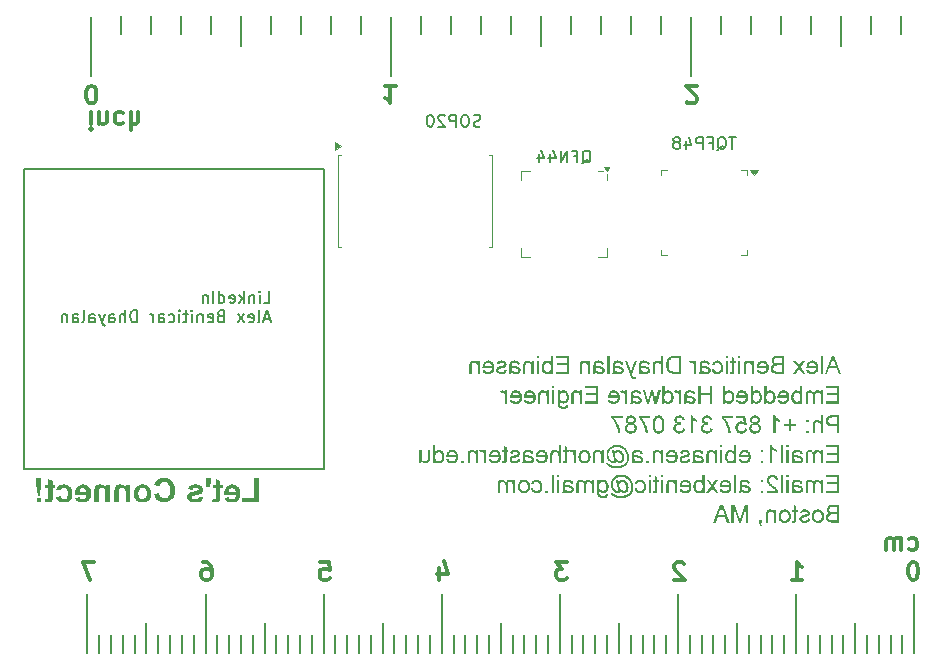
<source format=gbr>
%TF.GenerationSoftware,KiCad,Pcbnew,8.0.0*%
%TF.CreationDate,2024-04-12T00:00:48-04:00*%
%TF.ProjectId,Business card PCB,42757369-6e65-4737-9320-636172642050,rev?*%
%TF.SameCoordinates,Original*%
%TF.FileFunction,Legend,Bot*%
%TF.FilePolarity,Positive*%
%FSLAX46Y46*%
G04 Gerber Fmt 4.6, Leading zero omitted, Abs format (unit mm)*
G04 Created by KiCad (PCBNEW 8.0.0) date 2024-04-12 00:00:48*
%MOMM*%
%LPD*%
G01*
G04 APERTURE LIST*
%ADD10C,0.400000*%
%ADD11C,0.150000*%
%ADD12C,0.200000*%
%ADD13C,0.300000*%
%ADD14C,0.120000*%
G04 APERTURE END LIST*
D10*
G36*
X133534089Y-97235000D02*
G01*
X133534089Y-95202899D01*
X133127669Y-95202899D01*
X133127669Y-96891106D01*
X132116503Y-96891106D01*
X132116503Y-97235000D01*
X133534089Y-97235000D01*
G37*
G36*
X131317558Y-95735179D02*
G01*
X131420472Y-95747286D01*
X131516311Y-95773922D01*
X131605074Y-95815086D01*
X131686762Y-95870779D01*
X131761374Y-95941001D01*
X131805796Y-95995009D01*
X131861323Y-96085295D01*
X131903524Y-96186709D01*
X131932398Y-96299252D01*
X131946279Y-96401538D01*
X131950907Y-96511552D01*
X131945841Y-96622183D01*
X131930642Y-96725463D01*
X131905312Y-96821393D01*
X131862953Y-96924022D01*
X131806803Y-97016646D01*
X131744870Y-97088557D01*
X131657767Y-97158762D01*
X131556719Y-97211415D01*
X131461860Y-97241886D01*
X131357317Y-97260168D01*
X131243091Y-97266263D01*
X131141801Y-97261307D01*
X131035487Y-97243508D01*
X130939248Y-97212764D01*
X130843021Y-97162704D01*
X130785960Y-97120354D01*
X130711702Y-97044336D01*
X130651046Y-96953326D01*
X130608548Y-96859842D01*
X130993475Y-96797316D01*
X131021547Y-96863697D01*
X131087264Y-96940443D01*
X131142029Y-96969224D01*
X131239183Y-96984895D01*
X131287646Y-96981426D01*
X131382045Y-96950108D01*
X131461933Y-96886221D01*
X131513289Y-96809031D01*
X131544443Y-96713140D01*
X131555233Y-96609738D01*
X130588032Y-96609738D01*
X130587705Y-96582179D01*
X130590243Y-96476418D01*
X130601548Y-96359633D01*
X130971493Y-96359633D01*
X131548394Y-96359633D01*
X131545015Y-96293332D01*
X131520515Y-96194357D01*
X131467306Y-96108063D01*
X131445988Y-96086425D01*
X131360677Y-96033411D01*
X131258722Y-96015739D01*
X131236871Y-96016512D01*
X131137015Y-96043560D01*
X131057955Y-96103667D01*
X131014039Y-96166235D01*
X130981616Y-96262222D01*
X130971493Y-96359633D01*
X130601548Y-96359633D01*
X130602066Y-96354285D01*
X130623502Y-96243338D01*
X130654550Y-96143577D01*
X130704495Y-96038631D01*
X130768283Y-95949794D01*
X130804752Y-95911295D01*
X130884928Y-95845659D01*
X130974756Y-95795169D01*
X131074236Y-95759827D01*
X131183366Y-95739631D01*
X131281681Y-95734371D01*
X131317558Y-95735179D01*
G37*
G36*
X129612037Y-95765635D02*
G01*
X129612037Y-96047002D01*
X129875819Y-96047002D01*
X129875819Y-96684965D01*
X129875104Y-96790380D01*
X129871347Y-96889291D01*
X129868492Y-96911133D01*
X129833810Y-96964378D01*
X129768841Y-96984895D01*
X129672331Y-96967348D01*
X129613503Y-96947770D01*
X129580286Y-97215460D01*
X129677132Y-97244384D01*
X129782290Y-97261301D01*
X129885101Y-97266263D01*
X129984508Y-97257226D01*
X130073656Y-97230115D01*
X130160897Y-97176725D01*
X130196755Y-97136814D01*
X130237737Y-97044340D01*
X130250976Y-96981964D01*
X130260136Y-96877306D01*
X130262759Y-96776050D01*
X130263189Y-96702062D01*
X130263189Y-96047002D01*
X130440509Y-96047002D01*
X130440509Y-95765635D01*
X130263189Y-95765635D01*
X130263189Y-95484267D01*
X129875819Y-95265425D01*
X129875819Y-95765635D01*
X129612037Y-95765635D01*
G37*
G36*
X129351674Y-95921950D02*
G01*
X129424459Y-95545327D01*
X129424459Y-95202899D01*
X129004361Y-95202899D01*
X129004361Y-95545327D01*
X129067376Y-95921950D01*
X129351674Y-95921950D01*
G37*
G36*
X128820690Y-96828579D02*
G01*
X128433321Y-96766053D01*
X128395830Y-96860575D01*
X128333182Y-96929207D01*
X128242323Y-96970973D01*
X128137978Y-96984677D01*
X128121179Y-96984895D01*
X128019444Y-96977132D01*
X127921449Y-96945598D01*
X127895987Y-96929696D01*
X127845978Y-96842448D01*
X127845184Y-96826625D01*
X127872540Y-96753841D01*
X127966777Y-96711969D01*
X128001988Y-96703039D01*
X128113394Y-96677546D01*
X128214113Y-96652602D01*
X128324986Y-96622196D01*
X128419163Y-96592648D01*
X128522960Y-96552724D01*
X128594033Y-96514483D01*
X128669687Y-96449331D01*
X128728961Y-96362168D01*
X128760878Y-96260322D01*
X128766957Y-96184267D01*
X128755133Y-96081935D01*
X128719662Y-95989264D01*
X128660542Y-95906252D01*
X128617480Y-95864309D01*
X128532209Y-95807461D01*
X128440717Y-95771043D01*
X128333470Y-95747061D01*
X128229004Y-95736402D01*
X128152930Y-95734371D01*
X128046049Y-95737978D01*
X127935029Y-95751301D01*
X127838735Y-95774443D01*
X127746716Y-95812911D01*
X127707920Y-95836953D01*
X127632988Y-95902461D01*
X127572508Y-95983579D01*
X127526479Y-96080308D01*
X127507152Y-96140792D01*
X127871563Y-96203318D01*
X127914216Y-96110406D01*
X127960467Y-96064099D01*
X128051177Y-96024996D01*
X128146092Y-96015739D01*
X128248239Y-96021716D01*
X128346607Y-96048277D01*
X128364445Y-96058237D01*
X128408408Y-96136884D01*
X128369818Y-96206737D01*
X128275090Y-96246581D01*
X128176965Y-96274806D01*
X128064860Y-96302759D01*
X128009316Y-96315669D01*
X127900254Y-96342998D01*
X127804243Y-96372593D01*
X127708727Y-96409986D01*
X127621319Y-96456499D01*
X127578471Y-96487616D01*
X127509777Y-96568175D01*
X127469598Y-96668127D01*
X127457815Y-96775823D01*
X127471069Y-96884350D01*
X127510829Y-96984067D01*
X127568425Y-97065308D01*
X127625366Y-97121671D01*
X127706360Y-97178011D01*
X127802734Y-97220513D01*
X127897582Y-97245929D01*
X128003730Y-97261179D01*
X128121179Y-97266263D01*
X128228724Y-97262124D01*
X128327511Y-97249707D01*
X128431692Y-97224760D01*
X128523952Y-97188546D01*
X128593545Y-97148538D01*
X128672771Y-97084393D01*
X128737037Y-97009685D01*
X128786344Y-96924414D01*
X128820690Y-96828579D01*
G37*
G36*
X125058374Y-96453422D02*
G01*
X124664166Y-96578475D01*
X124695493Y-96678397D01*
X124732687Y-96769948D01*
X124785066Y-96868757D01*
X124845894Y-96955511D01*
X124915171Y-97030210D01*
X124966050Y-97073311D01*
X125049003Y-97128260D01*
X125139958Y-97171840D01*
X125238917Y-97204051D01*
X125345878Y-97224894D01*
X125460842Y-97234368D01*
X125500942Y-97235000D01*
X125598975Y-97230756D01*
X125715248Y-97213516D01*
X125824556Y-97183014D01*
X125926899Y-97139251D01*
X126022278Y-97082226D01*
X126110692Y-97011939D01*
X126160397Y-96963401D01*
X126234701Y-96873661D01*
X126296410Y-96774190D01*
X126345526Y-96664986D01*
X126375751Y-96570617D01*
X126397916Y-96470019D01*
X126412021Y-96363194D01*
X126418066Y-96250140D01*
X126418318Y-96220903D01*
X126414265Y-96099820D01*
X126402106Y-95985697D01*
X126381842Y-95878536D01*
X126353471Y-95778335D01*
X126316995Y-95685095D01*
X126260001Y-95578335D01*
X126190342Y-95482450D01*
X126158932Y-95447142D01*
X126073738Y-95367772D01*
X125980577Y-95301856D01*
X125879450Y-95249391D01*
X125770357Y-95210379D01*
X125653297Y-95184819D01*
X125553913Y-95174057D01*
X125476029Y-95171636D01*
X125363870Y-95177289D01*
X125258510Y-95194247D01*
X125159947Y-95222512D01*
X125068181Y-95262082D01*
X124983214Y-95312958D01*
X124905044Y-95375140D01*
X124875680Y-95403178D01*
X124811322Y-95479260D01*
X124755512Y-95570240D01*
X124713692Y-95662070D01*
X124678416Y-95765306D01*
X124669539Y-95796898D01*
X125072051Y-95859424D01*
X125105745Y-95757850D01*
X125157794Y-95672091D01*
X125221039Y-95607854D01*
X125304725Y-95555290D01*
X125399955Y-95524546D01*
X125496545Y-95515530D01*
X125603157Y-95525483D01*
X125699267Y-95555341D01*
X125784874Y-95605106D01*
X125859979Y-95674776D01*
X125920887Y-95766764D01*
X125959906Y-95867540D01*
X125982746Y-95968988D01*
X125995798Y-96084347D01*
X125999197Y-96191106D01*
X125995846Y-96304092D01*
X125985792Y-96406440D01*
X125964881Y-96515216D01*
X125934318Y-96608673D01*
X125886463Y-96698345D01*
X125861933Y-96730394D01*
X125788141Y-96800705D01*
X125704030Y-96850928D01*
X125609599Y-96881061D01*
X125504849Y-96891106D01*
X125398721Y-96878638D01*
X125303328Y-96841234D01*
X125225924Y-96785593D01*
X125159397Y-96707817D01*
X125110534Y-96617588D01*
X125075859Y-96521295D01*
X125058374Y-96453422D01*
G37*
G36*
X123771641Y-95740325D02*
G01*
X123871109Y-95758185D01*
X123965570Y-95787952D01*
X124055024Y-95829626D01*
X124117455Y-95868352D01*
X124200668Y-95937711D01*
X124271362Y-96020594D01*
X124323691Y-96105621D01*
X124355897Y-96173844D01*
X124388473Y-96266199D01*
X124410961Y-96371995D01*
X124418457Y-96479801D01*
X124418087Y-96511069D01*
X124410961Y-96615792D01*
X124394766Y-96713175D01*
X124365151Y-96815482D01*
X124323691Y-96908203D01*
X124285097Y-96971177D01*
X124215742Y-97054498D01*
X124132632Y-97124449D01*
X124047208Y-97175404D01*
X123954945Y-97215155D01*
X123860362Y-97243548D01*
X123763459Y-97260584D01*
X123664235Y-97266263D01*
X123624183Y-97265408D01*
X123509202Y-97252585D01*
X123401983Y-97224375D01*
X123302527Y-97180778D01*
X123210833Y-97121793D01*
X123126901Y-97047421D01*
X123088665Y-97005392D01*
X123023475Y-96915358D01*
X122973329Y-96817356D01*
X122938226Y-96711385D01*
X122918168Y-96597446D01*
X122912995Y-96497386D01*
X123310083Y-96497386D01*
X123312588Y-96568973D01*
X123327013Y-96672051D01*
X123358569Y-96771154D01*
X123412665Y-96860331D01*
X123473957Y-96920545D01*
X123567700Y-96970176D01*
X123665701Y-96984895D01*
X123746819Y-96975042D01*
X123843196Y-96931250D01*
X123919713Y-96860331D01*
X123959875Y-96800361D01*
X123997016Y-96707801D01*
X124016342Y-96610928D01*
X124022784Y-96500317D01*
X124020267Y-96429587D01*
X124005773Y-96327631D01*
X123974067Y-96229425D01*
X123919713Y-96140792D01*
X123857950Y-96080341D01*
X123763817Y-96030516D01*
X123665701Y-96015739D01*
X123584660Y-96025631D01*
X123488627Y-96069595D01*
X123412665Y-96140792D01*
X123372694Y-96200431D01*
X123335729Y-96292222D01*
X123316495Y-96388087D01*
X123310083Y-96497386D01*
X122912995Y-96497386D01*
X122912944Y-96496409D01*
X122914803Y-96435498D01*
X122926164Y-96338445D01*
X122953430Y-96229349D01*
X122995567Y-96128289D01*
X123052577Y-96035267D01*
X123124459Y-95950282D01*
X123165169Y-95911697D01*
X123252902Y-95845911D01*
X123349050Y-95795307D01*
X123453613Y-95759884D01*
X123566590Y-95739643D01*
X123667166Y-95734371D01*
X123771641Y-95740325D01*
G37*
G36*
X121292637Y-97235000D02*
G01*
X121678541Y-97235000D01*
X121678541Y-96476381D01*
X121680098Y-96366594D01*
X121685572Y-96268483D01*
X121701921Y-96169320D01*
X121703454Y-96164727D01*
X121754714Y-96079312D01*
X121783565Y-96054818D01*
X121875224Y-96018830D01*
X121917411Y-96015739D01*
X122018400Y-96031594D01*
X122097662Y-96071915D01*
X122168199Y-96141561D01*
X122207083Y-96220415D01*
X122226059Y-96321307D01*
X122233529Y-96421474D01*
X122236277Y-96531338D01*
X122236392Y-96561866D01*
X122236392Y-97235000D01*
X122622295Y-97235000D01*
X122622295Y-95765635D01*
X122263747Y-95765635D01*
X122263747Y-95980080D01*
X122188654Y-95896577D01*
X122106622Y-95830351D01*
X122017653Y-95781402D01*
X121921746Y-95749728D01*
X121818901Y-95735331D01*
X121783077Y-95734371D01*
X121682799Y-95742030D01*
X121583102Y-95767409D01*
X121549581Y-95780778D01*
X121461582Y-95829865D01*
X121389357Y-95898991D01*
X121338868Y-95985957D01*
X121314131Y-96062145D01*
X121298703Y-96164713D01*
X121293162Y-96271806D01*
X121292637Y-96322997D01*
X121292637Y-97235000D01*
G37*
G36*
X119582937Y-97235000D02*
G01*
X119968841Y-97235000D01*
X119968841Y-96476381D01*
X119970398Y-96366594D01*
X119975872Y-96268483D01*
X119992221Y-96169320D01*
X119993754Y-96164727D01*
X120045014Y-96079312D01*
X120073866Y-96054818D01*
X120165524Y-96018830D01*
X120207711Y-96015739D01*
X120308700Y-96031594D01*
X120387962Y-96071915D01*
X120458499Y-96141561D01*
X120497383Y-96220415D01*
X120516359Y-96321307D01*
X120523830Y-96421474D01*
X120526577Y-96531338D01*
X120526692Y-96561866D01*
X120526692Y-97235000D01*
X120912595Y-97235000D01*
X120912595Y-95765635D01*
X120554047Y-95765635D01*
X120554047Y-95980080D01*
X120478954Y-95896577D01*
X120396922Y-95830351D01*
X120307953Y-95781402D01*
X120212046Y-95749728D01*
X120109201Y-95735331D01*
X120073377Y-95734371D01*
X119973099Y-95742030D01*
X119873402Y-95767409D01*
X119839881Y-95780778D01*
X119751882Y-95829865D01*
X119679658Y-95898991D01*
X119629168Y-95985957D01*
X119604431Y-96062145D01*
X119589003Y-96164713D01*
X119583462Y-96271806D01*
X119582937Y-96322997D01*
X119582937Y-97235000D01*
G37*
G36*
X118679456Y-95735179D02*
G01*
X118782370Y-95747286D01*
X118878209Y-95773922D01*
X118966972Y-95815086D01*
X119048660Y-95870779D01*
X119123272Y-95941001D01*
X119167694Y-95995009D01*
X119223221Y-96085295D01*
X119265422Y-96186709D01*
X119294296Y-96299252D01*
X119308178Y-96401538D01*
X119312805Y-96511552D01*
X119307739Y-96622183D01*
X119292540Y-96725463D01*
X119267210Y-96821393D01*
X119224851Y-96924022D01*
X119168702Y-97016646D01*
X119106768Y-97088557D01*
X119019665Y-97158762D01*
X118918617Y-97211415D01*
X118823758Y-97241886D01*
X118719215Y-97260168D01*
X118604989Y-97266263D01*
X118503699Y-97261307D01*
X118397385Y-97243508D01*
X118301146Y-97212764D01*
X118204919Y-97162704D01*
X118147858Y-97120354D01*
X118073601Y-97044336D01*
X118012944Y-96953326D01*
X117970446Y-96859842D01*
X118355373Y-96797316D01*
X118383446Y-96863697D01*
X118449162Y-96940443D01*
X118503927Y-96969224D01*
X118601081Y-96984895D01*
X118649544Y-96981426D01*
X118743943Y-96950108D01*
X118823831Y-96886221D01*
X118875187Y-96809031D01*
X118906341Y-96713140D01*
X118917131Y-96609738D01*
X117949930Y-96609738D01*
X117949603Y-96582179D01*
X117952141Y-96476418D01*
X117963446Y-96359633D01*
X118333391Y-96359633D01*
X118910293Y-96359633D01*
X118906913Y-96293332D01*
X118882413Y-96194357D01*
X118829204Y-96108063D01*
X118807886Y-96086425D01*
X118722575Y-96033411D01*
X118620621Y-96015739D01*
X118598769Y-96016512D01*
X118498913Y-96043560D01*
X118419853Y-96103667D01*
X118375937Y-96166235D01*
X118343514Y-96262222D01*
X118333391Y-96359633D01*
X117963446Y-96359633D01*
X117963964Y-96354285D01*
X117985400Y-96243338D01*
X118016448Y-96143577D01*
X118066393Y-96038631D01*
X118130181Y-95949794D01*
X118166650Y-95911295D01*
X118246826Y-95845659D01*
X118336654Y-95795169D01*
X118436134Y-95759827D01*
X118545265Y-95739631D01*
X118643579Y-95734371D01*
X118679456Y-95735179D01*
G37*
G36*
X116370655Y-96172055D02*
G01*
X116751186Y-96234581D01*
X116782571Y-96139204D01*
X116838625Y-96070938D01*
X116927840Y-96026305D01*
X117014968Y-96015739D01*
X117114871Y-96030714D01*
X117204650Y-96080735D01*
X117245045Y-96122229D01*
X117293993Y-96212353D01*
X117318928Y-96311250D01*
X117329675Y-96418167D01*
X117331018Y-96478335D01*
X117327961Y-96576664D01*
X117316668Y-96676925D01*
X117293572Y-96772447D01*
X117249417Y-96863256D01*
X117244068Y-96870589D01*
X117170108Y-96940244D01*
X117079387Y-96977751D01*
X117009595Y-96984895D01*
X116909699Y-96969141D01*
X116829832Y-96921880D01*
X116773010Y-96842275D01*
X116740690Y-96749688D01*
X116730669Y-96703527D01*
X116351605Y-96766053D01*
X116382653Y-96868609D01*
X116424080Y-96959570D01*
X116484133Y-97049329D01*
X116557742Y-97123945D01*
X116578262Y-97140233D01*
X116669181Y-97195371D01*
X116760457Y-97230694D01*
X116862671Y-97253955D01*
X116975825Y-97265155D01*
X117027669Y-97266263D01*
X117143102Y-97259136D01*
X117249434Y-97237755D01*
X117346663Y-97202120D01*
X117434791Y-97152232D01*
X117513817Y-97088089D01*
X117538136Y-97063541D01*
X117602714Y-96981876D01*
X117653930Y-96889289D01*
X117691786Y-96785780D01*
X117716281Y-96671348D01*
X117726487Y-96567645D01*
X117728157Y-96501782D01*
X117723494Y-96392286D01*
X117709505Y-96290636D01*
X117680408Y-96179016D01*
X117637881Y-96078695D01*
X117581924Y-95989674D01*
X117537159Y-95936605D01*
X117460795Y-95867877D01*
X117374952Y-95813369D01*
X117279628Y-95773080D01*
X117174825Y-95747011D01*
X117060542Y-95735161D01*
X117020341Y-95734371D01*
X116909081Y-95739561D01*
X116808245Y-95755128D01*
X116705770Y-95785628D01*
X116616911Y-95829683D01*
X116596824Y-95842815D01*
X116515341Y-95912505D01*
X116454654Y-95989502D01*
X116405020Y-96080666D01*
X116370655Y-96172055D01*
G37*
G36*
X115416643Y-95765635D02*
G01*
X115416643Y-96047002D01*
X115680425Y-96047002D01*
X115680425Y-96684965D01*
X115679710Y-96790380D01*
X115675953Y-96889291D01*
X115673098Y-96911133D01*
X115638415Y-96964378D01*
X115573447Y-96984895D01*
X115476937Y-96967348D01*
X115418108Y-96947770D01*
X115384891Y-97215460D01*
X115481737Y-97244384D01*
X115586895Y-97261301D01*
X115689706Y-97266263D01*
X115789113Y-97257226D01*
X115878262Y-97230115D01*
X115965502Y-97176725D01*
X116001360Y-97136814D01*
X116042343Y-97044340D01*
X116055582Y-96981964D01*
X116064741Y-96877306D01*
X116067365Y-96776050D01*
X116067794Y-96702062D01*
X116067794Y-96047002D01*
X116245115Y-96047002D01*
X116245115Y-95765635D01*
X116067794Y-95765635D01*
X116067794Y-95484267D01*
X115680425Y-95265425D01*
X115680425Y-95765635D01*
X115416643Y-95765635D01*
G37*
G36*
X115002407Y-96734790D02*
G01*
X115102547Y-95687477D01*
X115102547Y-95202899D01*
X114684891Y-95202899D01*
X114684891Y-95687477D01*
X114783565Y-96734790D01*
X115002407Y-96734790D01*
G37*
G36*
X115086427Y-97235000D02*
G01*
X115086427Y-96859842D01*
X114700034Y-96859842D01*
X114700034Y-97235000D01*
X115086427Y-97235000D01*
G37*
D11*
X133937030Y-80384875D02*
X134413220Y-80384875D01*
X134413220Y-80384875D02*
X134413220Y-79384875D01*
X133603696Y-80384875D02*
X133603696Y-79718208D01*
X133603696Y-79384875D02*
X133651315Y-79432494D01*
X133651315Y-79432494D02*
X133603696Y-79480113D01*
X133603696Y-79480113D02*
X133556077Y-79432494D01*
X133556077Y-79432494D02*
X133603696Y-79384875D01*
X133603696Y-79384875D02*
X133603696Y-79480113D01*
X133127506Y-79718208D02*
X133127506Y-80384875D01*
X133127506Y-79813446D02*
X133079887Y-79765827D01*
X133079887Y-79765827D02*
X132984649Y-79718208D01*
X132984649Y-79718208D02*
X132841792Y-79718208D01*
X132841792Y-79718208D02*
X132746554Y-79765827D01*
X132746554Y-79765827D02*
X132698935Y-79861065D01*
X132698935Y-79861065D02*
X132698935Y-80384875D01*
X132222744Y-80384875D02*
X132222744Y-79384875D01*
X132127506Y-80003922D02*
X131841792Y-80384875D01*
X131841792Y-79718208D02*
X132222744Y-80099160D01*
X131032268Y-80337256D02*
X131127506Y-80384875D01*
X131127506Y-80384875D02*
X131317982Y-80384875D01*
X131317982Y-80384875D02*
X131413220Y-80337256D01*
X131413220Y-80337256D02*
X131460839Y-80242017D01*
X131460839Y-80242017D02*
X131460839Y-79861065D01*
X131460839Y-79861065D02*
X131413220Y-79765827D01*
X131413220Y-79765827D02*
X131317982Y-79718208D01*
X131317982Y-79718208D02*
X131127506Y-79718208D01*
X131127506Y-79718208D02*
X131032268Y-79765827D01*
X131032268Y-79765827D02*
X130984649Y-79861065D01*
X130984649Y-79861065D02*
X130984649Y-79956303D01*
X130984649Y-79956303D02*
X131460839Y-80051541D01*
X130127506Y-80384875D02*
X130127506Y-79384875D01*
X130127506Y-80337256D02*
X130222744Y-80384875D01*
X130222744Y-80384875D02*
X130413220Y-80384875D01*
X130413220Y-80384875D02*
X130508458Y-80337256D01*
X130508458Y-80337256D02*
X130556077Y-80289636D01*
X130556077Y-80289636D02*
X130603696Y-80194398D01*
X130603696Y-80194398D02*
X130603696Y-79908684D01*
X130603696Y-79908684D02*
X130556077Y-79813446D01*
X130556077Y-79813446D02*
X130508458Y-79765827D01*
X130508458Y-79765827D02*
X130413220Y-79718208D01*
X130413220Y-79718208D02*
X130222744Y-79718208D01*
X130222744Y-79718208D02*
X130127506Y-79765827D01*
X129651315Y-80384875D02*
X129651315Y-79384875D01*
X129175125Y-79718208D02*
X129175125Y-80384875D01*
X129175125Y-79813446D02*
X129127506Y-79765827D01*
X129127506Y-79765827D02*
X129032268Y-79718208D01*
X129032268Y-79718208D02*
X128889411Y-79718208D01*
X128889411Y-79718208D02*
X128794173Y-79765827D01*
X128794173Y-79765827D02*
X128746554Y-79861065D01*
X128746554Y-79861065D02*
X128746554Y-80384875D01*
X134460839Y-81709104D02*
X133984649Y-81709104D01*
X134556077Y-81994819D02*
X134222744Y-80994819D01*
X134222744Y-80994819D02*
X133889411Y-81994819D01*
X133413220Y-81994819D02*
X133508458Y-81947200D01*
X133508458Y-81947200D02*
X133556077Y-81851961D01*
X133556077Y-81851961D02*
X133556077Y-80994819D01*
X132651315Y-81947200D02*
X132746553Y-81994819D01*
X132746553Y-81994819D02*
X132937029Y-81994819D01*
X132937029Y-81994819D02*
X133032267Y-81947200D01*
X133032267Y-81947200D02*
X133079886Y-81851961D01*
X133079886Y-81851961D02*
X133079886Y-81471009D01*
X133079886Y-81471009D02*
X133032267Y-81375771D01*
X133032267Y-81375771D02*
X132937029Y-81328152D01*
X132937029Y-81328152D02*
X132746553Y-81328152D01*
X132746553Y-81328152D02*
X132651315Y-81375771D01*
X132651315Y-81375771D02*
X132603696Y-81471009D01*
X132603696Y-81471009D02*
X132603696Y-81566247D01*
X132603696Y-81566247D02*
X133079886Y-81661485D01*
X132270362Y-81994819D02*
X131746553Y-81328152D01*
X132270362Y-81328152D02*
X131746553Y-81994819D01*
X130270362Y-81471009D02*
X130127505Y-81518628D01*
X130127505Y-81518628D02*
X130079886Y-81566247D01*
X130079886Y-81566247D02*
X130032267Y-81661485D01*
X130032267Y-81661485D02*
X130032267Y-81804342D01*
X130032267Y-81804342D02*
X130079886Y-81899580D01*
X130079886Y-81899580D02*
X130127505Y-81947200D01*
X130127505Y-81947200D02*
X130222743Y-81994819D01*
X130222743Y-81994819D02*
X130603695Y-81994819D01*
X130603695Y-81994819D02*
X130603695Y-80994819D01*
X130603695Y-80994819D02*
X130270362Y-80994819D01*
X130270362Y-80994819D02*
X130175124Y-81042438D01*
X130175124Y-81042438D02*
X130127505Y-81090057D01*
X130127505Y-81090057D02*
X130079886Y-81185295D01*
X130079886Y-81185295D02*
X130079886Y-81280533D01*
X130079886Y-81280533D02*
X130127505Y-81375771D01*
X130127505Y-81375771D02*
X130175124Y-81423390D01*
X130175124Y-81423390D02*
X130270362Y-81471009D01*
X130270362Y-81471009D02*
X130603695Y-81471009D01*
X129222743Y-81947200D02*
X129317981Y-81994819D01*
X129317981Y-81994819D02*
X129508457Y-81994819D01*
X129508457Y-81994819D02*
X129603695Y-81947200D01*
X129603695Y-81947200D02*
X129651314Y-81851961D01*
X129651314Y-81851961D02*
X129651314Y-81471009D01*
X129651314Y-81471009D02*
X129603695Y-81375771D01*
X129603695Y-81375771D02*
X129508457Y-81328152D01*
X129508457Y-81328152D02*
X129317981Y-81328152D01*
X129317981Y-81328152D02*
X129222743Y-81375771D01*
X129222743Y-81375771D02*
X129175124Y-81471009D01*
X129175124Y-81471009D02*
X129175124Y-81566247D01*
X129175124Y-81566247D02*
X129651314Y-81661485D01*
X128746552Y-81328152D02*
X128746552Y-81994819D01*
X128746552Y-81423390D02*
X128698933Y-81375771D01*
X128698933Y-81375771D02*
X128603695Y-81328152D01*
X128603695Y-81328152D02*
X128460838Y-81328152D01*
X128460838Y-81328152D02*
X128365600Y-81375771D01*
X128365600Y-81375771D02*
X128317981Y-81471009D01*
X128317981Y-81471009D02*
X128317981Y-81994819D01*
X127841790Y-81994819D02*
X127841790Y-81328152D01*
X127841790Y-80994819D02*
X127889409Y-81042438D01*
X127889409Y-81042438D02*
X127841790Y-81090057D01*
X127841790Y-81090057D02*
X127794171Y-81042438D01*
X127794171Y-81042438D02*
X127841790Y-80994819D01*
X127841790Y-80994819D02*
X127841790Y-81090057D01*
X127508457Y-81328152D02*
X127127505Y-81328152D01*
X127365600Y-80994819D02*
X127365600Y-81851961D01*
X127365600Y-81851961D02*
X127317981Y-81947200D01*
X127317981Y-81947200D02*
X127222743Y-81994819D01*
X127222743Y-81994819D02*
X127127505Y-81994819D01*
X126794171Y-81994819D02*
X126794171Y-81328152D01*
X126794171Y-80994819D02*
X126841790Y-81042438D01*
X126841790Y-81042438D02*
X126794171Y-81090057D01*
X126794171Y-81090057D02*
X126746552Y-81042438D01*
X126746552Y-81042438D02*
X126794171Y-80994819D01*
X126794171Y-80994819D02*
X126794171Y-81090057D01*
X125889410Y-81947200D02*
X125984648Y-81994819D01*
X125984648Y-81994819D02*
X126175124Y-81994819D01*
X126175124Y-81994819D02*
X126270362Y-81947200D01*
X126270362Y-81947200D02*
X126317981Y-81899580D01*
X126317981Y-81899580D02*
X126365600Y-81804342D01*
X126365600Y-81804342D02*
X126365600Y-81518628D01*
X126365600Y-81518628D02*
X126317981Y-81423390D01*
X126317981Y-81423390D02*
X126270362Y-81375771D01*
X126270362Y-81375771D02*
X126175124Y-81328152D01*
X126175124Y-81328152D02*
X125984648Y-81328152D01*
X125984648Y-81328152D02*
X125889410Y-81375771D01*
X125032267Y-81994819D02*
X125032267Y-81471009D01*
X125032267Y-81471009D02*
X125079886Y-81375771D01*
X125079886Y-81375771D02*
X125175124Y-81328152D01*
X125175124Y-81328152D02*
X125365600Y-81328152D01*
X125365600Y-81328152D02*
X125460838Y-81375771D01*
X125032267Y-81947200D02*
X125127505Y-81994819D01*
X125127505Y-81994819D02*
X125365600Y-81994819D01*
X125365600Y-81994819D02*
X125460838Y-81947200D01*
X125460838Y-81947200D02*
X125508457Y-81851961D01*
X125508457Y-81851961D02*
X125508457Y-81756723D01*
X125508457Y-81756723D02*
X125460838Y-81661485D01*
X125460838Y-81661485D02*
X125365600Y-81613866D01*
X125365600Y-81613866D02*
X125127505Y-81613866D01*
X125127505Y-81613866D02*
X125032267Y-81566247D01*
X124556076Y-81994819D02*
X124556076Y-81328152D01*
X124556076Y-81518628D02*
X124508457Y-81423390D01*
X124508457Y-81423390D02*
X124460838Y-81375771D01*
X124460838Y-81375771D02*
X124365600Y-81328152D01*
X124365600Y-81328152D02*
X124270362Y-81328152D01*
X123175123Y-81994819D02*
X123175123Y-80994819D01*
X123175123Y-80994819D02*
X122937028Y-80994819D01*
X122937028Y-80994819D02*
X122794171Y-81042438D01*
X122794171Y-81042438D02*
X122698933Y-81137676D01*
X122698933Y-81137676D02*
X122651314Y-81232914D01*
X122651314Y-81232914D02*
X122603695Y-81423390D01*
X122603695Y-81423390D02*
X122603695Y-81566247D01*
X122603695Y-81566247D02*
X122651314Y-81756723D01*
X122651314Y-81756723D02*
X122698933Y-81851961D01*
X122698933Y-81851961D02*
X122794171Y-81947200D01*
X122794171Y-81947200D02*
X122937028Y-81994819D01*
X122937028Y-81994819D02*
X123175123Y-81994819D01*
X122175123Y-81994819D02*
X122175123Y-80994819D01*
X121746552Y-81994819D02*
X121746552Y-81471009D01*
X121746552Y-81471009D02*
X121794171Y-81375771D01*
X121794171Y-81375771D02*
X121889409Y-81328152D01*
X121889409Y-81328152D02*
X122032266Y-81328152D01*
X122032266Y-81328152D02*
X122127504Y-81375771D01*
X122127504Y-81375771D02*
X122175123Y-81423390D01*
X120841790Y-81994819D02*
X120841790Y-81471009D01*
X120841790Y-81471009D02*
X120889409Y-81375771D01*
X120889409Y-81375771D02*
X120984647Y-81328152D01*
X120984647Y-81328152D02*
X121175123Y-81328152D01*
X121175123Y-81328152D02*
X121270361Y-81375771D01*
X120841790Y-81947200D02*
X120937028Y-81994819D01*
X120937028Y-81994819D02*
X121175123Y-81994819D01*
X121175123Y-81994819D02*
X121270361Y-81947200D01*
X121270361Y-81947200D02*
X121317980Y-81851961D01*
X121317980Y-81851961D02*
X121317980Y-81756723D01*
X121317980Y-81756723D02*
X121270361Y-81661485D01*
X121270361Y-81661485D02*
X121175123Y-81613866D01*
X121175123Y-81613866D02*
X120937028Y-81613866D01*
X120937028Y-81613866D02*
X120841790Y-81566247D01*
X120460837Y-81328152D02*
X120222742Y-81994819D01*
X119984647Y-81328152D02*
X120222742Y-81994819D01*
X120222742Y-81994819D02*
X120317980Y-82232914D01*
X120317980Y-82232914D02*
X120365599Y-82280533D01*
X120365599Y-82280533D02*
X120460837Y-82328152D01*
X119175123Y-81994819D02*
X119175123Y-81471009D01*
X119175123Y-81471009D02*
X119222742Y-81375771D01*
X119222742Y-81375771D02*
X119317980Y-81328152D01*
X119317980Y-81328152D02*
X119508456Y-81328152D01*
X119508456Y-81328152D02*
X119603694Y-81375771D01*
X119175123Y-81947200D02*
X119270361Y-81994819D01*
X119270361Y-81994819D02*
X119508456Y-81994819D01*
X119508456Y-81994819D02*
X119603694Y-81947200D01*
X119603694Y-81947200D02*
X119651313Y-81851961D01*
X119651313Y-81851961D02*
X119651313Y-81756723D01*
X119651313Y-81756723D02*
X119603694Y-81661485D01*
X119603694Y-81661485D02*
X119508456Y-81613866D01*
X119508456Y-81613866D02*
X119270361Y-81613866D01*
X119270361Y-81613866D02*
X119175123Y-81566247D01*
X118556075Y-81994819D02*
X118651313Y-81947200D01*
X118651313Y-81947200D02*
X118698932Y-81851961D01*
X118698932Y-81851961D02*
X118698932Y-80994819D01*
X117746551Y-81994819D02*
X117746551Y-81471009D01*
X117746551Y-81471009D02*
X117794170Y-81375771D01*
X117794170Y-81375771D02*
X117889408Y-81328152D01*
X117889408Y-81328152D02*
X118079884Y-81328152D01*
X118079884Y-81328152D02*
X118175122Y-81375771D01*
X117746551Y-81947200D02*
X117841789Y-81994819D01*
X117841789Y-81994819D02*
X118079884Y-81994819D01*
X118079884Y-81994819D02*
X118175122Y-81947200D01*
X118175122Y-81947200D02*
X118222741Y-81851961D01*
X118222741Y-81851961D02*
X118222741Y-81756723D01*
X118222741Y-81756723D02*
X118175122Y-81661485D01*
X118175122Y-81661485D02*
X118079884Y-81613866D01*
X118079884Y-81613866D02*
X117841789Y-81613866D01*
X117841789Y-81613866D02*
X117746551Y-81566247D01*
X117270360Y-81328152D02*
X117270360Y-81994819D01*
X117270360Y-81423390D02*
X117222741Y-81375771D01*
X117222741Y-81375771D02*
X117127503Y-81328152D01*
X117127503Y-81328152D02*
X116984646Y-81328152D01*
X116984646Y-81328152D02*
X116889408Y-81375771D01*
X116889408Y-81375771D02*
X116841789Y-81471009D01*
X116841789Y-81471009D02*
X116841789Y-81994819D01*
G36*
X182827930Y-86370000D02*
G01*
X182615806Y-86370000D01*
X182449842Y-85901053D01*
X181818230Y-85901053D01*
X181642009Y-86370000D01*
X181414497Y-86370000D01*
X181680737Y-85713475D01*
X181880146Y-85713475D01*
X182392323Y-85713475D01*
X182226360Y-85301681D01*
X182210464Y-85257267D01*
X182184827Y-85179665D01*
X182163014Y-85105077D01*
X182145027Y-85033503D01*
X182119432Y-85107784D01*
X182093752Y-85179214D01*
X182067488Y-85250468D01*
X182037683Y-85329891D01*
X181880146Y-85713475D01*
X181680737Y-85713475D01*
X182032554Y-84845924D01*
X182247976Y-84845924D01*
X182827930Y-86370000D01*
G37*
G36*
X181290666Y-86370000D02*
G01*
X181290666Y-84845924D01*
X181104919Y-84845924D01*
X181104919Y-86370000D01*
X181290666Y-86370000D01*
G37*
G36*
X180399108Y-85245127D02*
G01*
X180479192Y-85254100D01*
X180553325Y-85273840D01*
X180621507Y-85304349D01*
X180683739Y-85345625D01*
X180740020Y-85397669D01*
X180780972Y-85448557D01*
X180820951Y-85517628D01*
X180850936Y-85595432D01*
X180868288Y-85666939D01*
X180878699Y-85744511D01*
X180882170Y-85828147D01*
X180880933Y-85877381D01*
X180873377Y-85954771D01*
X180855242Y-86039943D01*
X180827215Y-86116716D01*
X180789296Y-86185091D01*
X180741486Y-86245069D01*
X180723513Y-86263037D01*
X180664939Y-86309984D01*
X180599384Y-86346499D01*
X180526848Y-86372581D01*
X180447331Y-86388230D01*
X180360833Y-86393447D01*
X180337242Y-86393111D01*
X180258885Y-86386637D01*
X180187085Y-86371923D01*
X180113057Y-86345018D01*
X180047592Y-86307351D01*
X179997596Y-86266336D01*
X179944186Y-86203762D01*
X179906977Y-86138847D01*
X179879431Y-86065184D01*
X180071406Y-86041737D01*
X180079569Y-86057402D01*
X180124649Y-86119693D01*
X180185711Y-86166667D01*
X180208990Y-86177961D01*
X180281879Y-86199399D01*
X180359734Y-86205868D01*
X180376686Y-86205538D01*
X180456163Y-86193967D01*
X180526838Y-86165867D01*
X180588712Y-86121238D01*
X180615349Y-86092976D01*
X180656708Y-86025556D01*
X180680349Y-85952459D01*
X180690561Y-85877606D01*
X179874302Y-85877606D01*
X179873569Y-85827048D01*
X179875744Y-85759745D01*
X179883575Y-85690027D01*
X180069207Y-85690027D01*
X180680303Y-85690027D01*
X180668978Y-85627643D01*
X180634675Y-85556185D01*
X180583949Y-85502449D01*
X180519241Y-85462401D01*
X180445008Y-85438976D01*
X180369260Y-85432107D01*
X180343208Y-85432880D01*
X180270616Y-85444472D01*
X180199748Y-85473666D01*
X180139183Y-85520034D01*
X180119198Y-85543313D01*
X180084887Y-85613057D01*
X180069207Y-85690027D01*
X179883575Y-85690027D01*
X179884581Y-85681075D01*
X179900216Y-85608470D01*
X179927951Y-85529348D01*
X179965475Y-85458959D01*
X180012787Y-85397302D01*
X180067690Y-85345383D01*
X180138907Y-85298387D01*
X180217837Y-85266012D01*
X180291631Y-85249899D01*
X180371092Y-85244528D01*
X180399108Y-85245127D01*
G37*
G36*
X179776116Y-86370000D02*
G01*
X179376046Y-85799937D01*
X179746074Y-85267976D01*
X179514166Y-85267976D01*
X179346371Y-85525163D01*
X179306089Y-85586767D01*
X179270167Y-85642766D01*
X179223966Y-85583568D01*
X179186636Y-85533224D01*
X179002355Y-85267976D01*
X178780704Y-85267976D01*
X179149633Y-85795174D01*
X178751762Y-86370000D01*
X178979640Y-86370000D01*
X179204221Y-86035509D01*
X179263939Y-85955275D01*
X179551535Y-86370000D01*
X179776116Y-86370000D01*
G37*
G36*
X178004378Y-86370000D02*
G01*
X177428454Y-86370000D01*
X177410586Y-86369899D01*
X177334540Y-86366969D01*
X177258405Y-86358955D01*
X177184822Y-86344354D01*
X177154609Y-86335635D01*
X177083675Y-86307440D01*
X177019591Y-86268150D01*
X176995609Y-86247697D01*
X176945460Y-86188352D01*
X176908949Y-86124535D01*
X176889234Y-86076885D01*
X176870223Y-86001889D01*
X176864033Y-85924501D01*
X177070882Y-85924501D01*
X177075840Y-85980002D01*
X177100924Y-86050896D01*
X177121117Y-86082509D01*
X177177128Y-86134427D01*
X177218444Y-86154925D01*
X177292533Y-86175094D01*
X177354653Y-86181019D01*
X177428454Y-86182421D01*
X177804344Y-86182421D01*
X177804344Y-85666580D01*
X177455198Y-85666580D01*
X177387261Y-85668160D01*
X177307680Y-85675492D01*
X177234281Y-85691859D01*
X177165771Y-85726023D01*
X177114113Y-85778688D01*
X177111454Y-85782579D01*
X177080381Y-85850677D01*
X177070882Y-85924501D01*
X176864033Y-85924501D01*
X176863886Y-85922669D01*
X176864174Y-85906001D01*
X176874242Y-85826824D01*
X176898692Y-85754589D01*
X176937526Y-85689295D01*
X176951890Y-85671256D01*
X177007818Y-85618477D01*
X177076125Y-85577003D01*
X177148185Y-85549344D01*
X177098428Y-85521111D01*
X177036415Y-85471119D01*
X176989549Y-85411957D01*
X176971620Y-85379684D01*
X176945500Y-85307020D01*
X176940133Y-85259916D01*
X177133897Y-85259916D01*
X177140246Y-85318431D01*
X177172365Y-85388510D01*
X177216721Y-85430155D01*
X177287037Y-85461782D01*
X177325510Y-85470106D01*
X177401955Y-85477320D01*
X177477547Y-85479002D01*
X177804344Y-85479002D01*
X177804344Y-85033503D01*
X177502459Y-85033503D01*
X177427126Y-85034808D01*
X177349831Y-85040110D01*
X177273115Y-85054385D01*
X177223781Y-85076860D01*
X177170167Y-85130589D01*
X177144133Y-85186741D01*
X177133897Y-85259916D01*
X176940133Y-85259916D01*
X176936793Y-85230607D01*
X176941488Y-85172982D01*
X176962353Y-85098312D01*
X176996144Y-85032037D01*
X177037482Y-84977562D01*
X177093284Y-84928797D01*
X177159909Y-84891720D01*
X177208886Y-84873876D01*
X177281542Y-84857373D01*
X177355273Y-84848786D01*
X177437613Y-84845924D01*
X178004378Y-84845924D01*
X178004378Y-86370000D01*
G37*
G36*
X176199108Y-85245127D02*
G01*
X176279192Y-85254100D01*
X176353325Y-85273840D01*
X176421507Y-85304349D01*
X176483739Y-85345625D01*
X176540020Y-85397669D01*
X176580972Y-85448557D01*
X176620951Y-85517628D01*
X176650936Y-85595432D01*
X176668288Y-85666939D01*
X176678699Y-85744511D01*
X176682170Y-85828147D01*
X176680933Y-85877381D01*
X176673377Y-85954771D01*
X176655242Y-86039943D01*
X176627215Y-86116716D01*
X176589296Y-86185091D01*
X176541486Y-86245069D01*
X176523513Y-86263037D01*
X176464939Y-86309984D01*
X176399384Y-86346499D01*
X176326848Y-86372581D01*
X176247331Y-86388230D01*
X176160833Y-86393447D01*
X176137242Y-86393111D01*
X176058885Y-86386637D01*
X175987085Y-86371923D01*
X175913057Y-86345018D01*
X175847592Y-86307351D01*
X175797596Y-86266336D01*
X175744186Y-86203762D01*
X175706977Y-86138847D01*
X175679431Y-86065184D01*
X175871406Y-86041737D01*
X175879569Y-86057402D01*
X175924649Y-86119693D01*
X175985711Y-86166667D01*
X176008990Y-86177961D01*
X176081879Y-86199399D01*
X176159734Y-86205868D01*
X176176686Y-86205538D01*
X176256163Y-86193967D01*
X176326838Y-86165867D01*
X176388712Y-86121238D01*
X176415349Y-86092976D01*
X176456708Y-86025556D01*
X176480349Y-85952459D01*
X176490561Y-85877606D01*
X175674302Y-85877606D01*
X175673569Y-85827048D01*
X175675744Y-85759745D01*
X175683575Y-85690027D01*
X175869207Y-85690027D01*
X176480303Y-85690027D01*
X176468978Y-85627643D01*
X176434675Y-85556185D01*
X176383949Y-85502449D01*
X176319241Y-85462401D01*
X176245008Y-85438976D01*
X176169260Y-85432107D01*
X176143208Y-85432880D01*
X176070616Y-85444472D01*
X175999748Y-85473666D01*
X175939183Y-85520034D01*
X175919198Y-85543313D01*
X175884887Y-85613057D01*
X175869207Y-85690027D01*
X175683575Y-85690027D01*
X175684581Y-85681075D01*
X175700216Y-85608470D01*
X175727951Y-85529348D01*
X175765475Y-85458959D01*
X175812787Y-85397302D01*
X175867690Y-85345383D01*
X175938907Y-85298387D01*
X176017837Y-85266012D01*
X176091631Y-85249899D01*
X176171092Y-85244528D01*
X176199108Y-85245127D01*
G37*
G36*
X175452285Y-86370000D02*
G01*
X175452285Y-85267976D01*
X175285589Y-85267976D01*
X175285589Y-85423681D01*
X175236615Y-85362797D01*
X175180093Y-85314510D01*
X175116024Y-85278819D01*
X175044407Y-85255725D01*
X174965242Y-85245228D01*
X174937177Y-85244528D01*
X174859466Y-85250454D01*
X174787076Y-85268231D01*
X174755460Y-85280432D01*
X174690755Y-85315875D01*
X174636556Y-85367029D01*
X174631263Y-85374221D01*
X174594307Y-85441929D01*
X174573377Y-85511974D01*
X174565373Y-85588884D01*
X174563209Y-85669693D01*
X174563119Y-85693325D01*
X174563119Y-86370000D01*
X174748499Y-86370000D01*
X174748499Y-85718604D01*
X174751539Y-85643230D01*
X174765049Y-85567255D01*
X174770115Y-85552641D01*
X174813001Y-85490137D01*
X174847051Y-85465080D01*
X174919155Y-85437549D01*
X174976378Y-85432107D01*
X175053924Y-85440808D01*
X175123851Y-85466913D01*
X175180809Y-85505746D01*
X175226211Y-85564686D01*
X175252695Y-85639819D01*
X175263878Y-85712721D01*
X175266905Y-85785282D01*
X175266905Y-86370000D01*
X175452285Y-86370000D01*
G37*
G36*
X174283217Y-85033503D02*
G01*
X174283217Y-84845924D01*
X174097836Y-84845924D01*
X174097836Y-85033503D01*
X174283217Y-85033503D01*
G37*
G36*
X174283217Y-86370000D02*
G01*
X174283217Y-85267976D01*
X174097836Y-85267976D01*
X174097836Y-86370000D01*
X174283217Y-86370000D01*
G37*
G36*
X173413468Y-86211730D02*
G01*
X173386723Y-86375495D01*
X173460912Y-86388959D01*
X173526674Y-86393447D01*
X173601334Y-86388307D01*
X173672638Y-86367871D01*
X173683478Y-86362306D01*
X173742045Y-86313071D01*
X173761514Y-86280607D01*
X173777818Y-86208656D01*
X173783141Y-86133408D01*
X173784228Y-86067749D01*
X173784228Y-85455554D01*
X173920516Y-85455554D01*
X173920516Y-85267976D01*
X173784228Y-85267976D01*
X173784228Y-84996866D01*
X173599947Y-84885858D01*
X173599947Y-85267976D01*
X173413468Y-85267976D01*
X173413468Y-85455554D01*
X173599947Y-85455554D01*
X173599947Y-86062254D01*
X173595845Y-86137793D01*
X173590422Y-86158974D01*
X173558548Y-86193412D01*
X173494801Y-86205868D01*
X173419710Y-86211020D01*
X173413468Y-86211730D01*
G37*
G36*
X173233949Y-85033503D02*
G01*
X173233949Y-84845924D01*
X173048569Y-84845924D01*
X173048569Y-85033503D01*
X173233949Y-85033503D01*
G37*
G36*
X173233949Y-86370000D02*
G01*
X173233949Y-85267976D01*
X173048569Y-85267976D01*
X173048569Y-86370000D01*
X173233949Y-86370000D01*
G37*
G36*
X172054989Y-85971395D02*
G01*
X171872540Y-85994842D01*
X171890136Y-86072856D01*
X171916638Y-86143085D01*
X171957831Y-86213817D01*
X172010656Y-86274381D01*
X172025680Y-86287934D01*
X172090732Y-86334096D01*
X172162792Y-86367069D01*
X172241858Y-86386852D01*
X172316788Y-86393344D01*
X172327930Y-86393447D01*
X172409182Y-86388269D01*
X172484225Y-86372736D01*
X172553060Y-86346847D01*
X172625521Y-86303555D01*
X172680905Y-86255229D01*
X172689532Y-86246168D01*
X172735848Y-86186306D01*
X172772582Y-86117454D01*
X172799733Y-86039612D01*
X172815039Y-85967876D01*
X172823690Y-85889896D01*
X172825819Y-85823018D01*
X172823014Y-85747258D01*
X172812939Y-85665914D01*
X172795537Y-85590157D01*
X172770808Y-85519986D01*
X172767201Y-85511608D01*
X172729212Y-85441692D01*
X172681601Y-85382383D01*
X172624368Y-85333681D01*
X172588415Y-85311207D01*
X172519169Y-85278975D01*
X172446620Y-85257291D01*
X172370766Y-85246156D01*
X172327198Y-85244528D01*
X172252260Y-85248911D01*
X172174258Y-85264653D01*
X172104409Y-85291845D01*
X172035572Y-85336120D01*
X171978149Y-85393725D01*
X171937958Y-85455149D01*
X171907979Y-85526189D01*
X171890125Y-85596238D01*
X172070376Y-85619685D01*
X172097804Y-85551458D01*
X172145830Y-85491819D01*
X172161601Y-85479368D01*
X172229039Y-85445445D01*
X172302729Y-85432522D01*
X172319870Y-85432107D01*
X172394626Y-85439439D01*
X172467899Y-85464784D01*
X172530868Y-85508232D01*
X172547749Y-85524797D01*
X172590076Y-85585455D01*
X172618550Y-85663154D01*
X172631120Y-85735367D01*
X172635310Y-85817889D01*
X172631278Y-85901677D01*
X172619181Y-85974807D01*
X172595482Y-86045332D01*
X172556230Y-86108032D01*
X172551046Y-86113911D01*
X172493108Y-86162404D01*
X172425080Y-86192937D01*
X172346963Y-86205509D01*
X172330129Y-86205868D01*
X172253295Y-86197780D01*
X172181454Y-86170761D01*
X172147679Y-86148349D01*
X172097033Y-86091396D01*
X172066061Y-86020685D01*
X172054989Y-85971395D01*
G37*
G36*
X171274914Y-85244676D02*
G01*
X171350403Y-85248987D01*
X171428027Y-85260780D01*
X171505809Y-85282264D01*
X171550210Y-85300298D01*
X171615151Y-85338312D01*
X171669574Y-85389609D01*
X171698966Y-85432241D01*
X171730221Y-85499904D01*
X171750907Y-85572791D01*
X171569556Y-85596238D01*
X171565675Y-85584962D01*
X171531454Y-85518294D01*
X171477233Y-85468377D01*
X171431616Y-85449250D01*
X171359213Y-85435649D01*
X171284159Y-85432107D01*
X171218328Y-85435496D01*
X171141942Y-85451222D01*
X171072766Y-85486329D01*
X171030404Y-85549982D01*
X171020376Y-85624815D01*
X171021109Y-85666580D01*
X171034852Y-85671211D01*
X171108136Y-85691059D01*
X171188994Y-85707340D01*
X171271878Y-85720533D01*
X171351936Y-85731060D01*
X171365503Y-85732759D01*
X171443083Y-85744010D01*
X171516800Y-85759270D01*
X171583223Y-85783195D01*
X171650523Y-85820819D01*
X171703920Y-85868080D01*
X171746144Y-85928531D01*
X171748398Y-85932735D01*
X171774730Y-86003798D01*
X171782780Y-86076908D01*
X171782403Y-86094026D01*
X171769179Y-86173817D01*
X171737065Y-86243949D01*
X171686060Y-86304420D01*
X171632319Y-86343369D01*
X171559434Y-86373885D01*
X171483603Y-86389187D01*
X171408722Y-86393447D01*
X171354844Y-86391134D01*
X171277375Y-86378993D01*
X171203925Y-86356444D01*
X171191988Y-86351611D01*
X171125261Y-86317612D01*
X171063022Y-86275809D01*
X171005722Y-86229316D01*
X170993577Y-86300370D01*
X170968719Y-86370000D01*
X170774912Y-86370000D01*
X170779218Y-86360540D01*
X170805767Y-86287950D01*
X170822173Y-86212463D01*
X170823593Y-86201528D01*
X170829317Y-86127919D01*
X170832248Y-86046311D01*
X170833485Y-85971852D01*
X170833897Y-85886032D01*
X170833897Y-85854159D01*
X171021109Y-85854159D01*
X171021109Y-85907281D01*
X171026859Y-85982295D01*
X171051151Y-86052362D01*
X171058891Y-86064150D01*
X171109278Y-86118166D01*
X171173883Y-86161172D01*
X171211550Y-86178588D01*
X171287456Y-86199583D01*
X171364392Y-86205868D01*
X171384203Y-86205511D01*
X171459556Y-86195702D01*
X171528890Y-86165202D01*
X171560803Y-86134863D01*
X171584944Y-86063719D01*
X171584919Y-86061253D01*
X171559298Y-85991545D01*
X171550651Y-85981740D01*
X171486025Y-85942086D01*
X171473077Y-85937924D01*
X171400445Y-85922308D01*
X171324092Y-85911678D01*
X171240597Y-85900786D01*
X171166743Y-85888947D01*
X171094146Y-85874259D01*
X171021109Y-85854159D01*
X170833897Y-85854159D01*
X170833897Y-85653025D01*
X170833933Y-85638731D01*
X170835650Y-85564267D01*
X170843056Y-85488893D01*
X170862250Y-85426693D01*
X170900942Y-85361765D01*
X170903552Y-85358622D01*
X170961825Y-85310335D01*
X171029535Y-85277868D01*
X171035060Y-85275816D01*
X171109386Y-85256282D01*
X171182659Y-85247166D01*
X171257414Y-85244528D01*
X171274914Y-85244676D01*
G37*
G36*
X170553995Y-86370000D02*
G01*
X170553995Y-85267976D01*
X170386933Y-85267976D01*
X170386933Y-85431008D01*
X170348021Y-85367381D01*
X170300217Y-85307344D01*
X170268963Y-85280799D01*
X170200829Y-85250514D01*
X170149895Y-85244528D01*
X170073207Y-85254082D01*
X170001560Y-85279859D01*
X169959385Y-85302414D01*
X170023133Y-85473872D01*
X170091185Y-85442548D01*
X170159054Y-85432107D01*
X170233669Y-85448043D01*
X170268597Y-85469110D01*
X170318171Y-85526526D01*
X170337473Y-85571692D01*
X170356450Y-85649384D01*
X170366151Y-85725309D01*
X170368614Y-85790778D01*
X170368614Y-86370000D01*
X170553995Y-86370000D01*
G37*
G36*
X169246074Y-86370000D02*
G01*
X168700924Y-86370000D01*
X168683920Y-86369898D01*
X168610446Y-86366926D01*
X168534654Y-86358797D01*
X168458391Y-86343988D01*
X168413576Y-86331450D01*
X168343767Y-86304574D01*
X168278140Y-86267784D01*
X168246003Y-86243876D01*
X168189296Y-86189989D01*
X168140387Y-86129298D01*
X168132600Y-86118127D01*
X168092997Y-86050239D01*
X168061727Y-85979055D01*
X168037438Y-85907281D01*
X168017957Y-85828726D01*
X168005993Y-85753645D01*
X167999067Y-85673617D01*
X167997138Y-85599535D01*
X167997192Y-85596605D01*
X168203035Y-85596605D01*
X168204439Y-85658699D01*
X168210679Y-85735922D01*
X168223665Y-85815188D01*
X168242969Y-85886399D01*
X168267718Y-85949755D01*
X168304736Y-86016801D01*
X168353611Y-86076908D01*
X168360065Y-86083095D01*
X168421385Y-86126303D01*
X168489166Y-86154944D01*
X168494541Y-86156634D01*
X168568867Y-86172734D01*
X168644659Y-86180247D01*
X168723639Y-86182421D01*
X169046039Y-86182421D01*
X169046039Y-85033503D01*
X168728768Y-85033503D01*
X168696177Y-85033773D01*
X168617706Y-85037139D01*
X168544097Y-85045524D01*
X168470115Y-85064277D01*
X168449528Y-85073117D01*
X168385185Y-85113188D01*
X168327426Y-85169574D01*
X168281071Y-85234270D01*
X168254551Y-85285520D01*
X168230546Y-85355046D01*
X168214009Y-85435055D01*
X168205779Y-85511979D01*
X168203035Y-85596605D01*
X167997192Y-85596605D01*
X167998066Y-85549321D01*
X168004152Y-85464861D01*
X168015917Y-85384749D01*
X168033363Y-85308984D01*
X168056489Y-85237568D01*
X168089783Y-85161799D01*
X168130678Y-85093128D01*
X168179176Y-85031556D01*
X168235275Y-84977083D01*
X168246873Y-84967382D01*
X168309327Y-84924635D01*
X168379222Y-84891476D01*
X168456559Y-84867906D01*
X168487670Y-84861573D01*
X168562073Y-84852128D01*
X168642924Y-84847298D01*
X168725837Y-84845924D01*
X169246074Y-84845924D01*
X169246074Y-86370000D01*
G37*
G36*
X167754239Y-86370000D02*
G01*
X167754239Y-84845924D01*
X167568859Y-84845924D01*
X167568859Y-85421116D01*
X167517815Y-85361104D01*
X167461955Y-85313508D01*
X167390696Y-85273672D01*
X167312880Y-85250737D01*
X167240963Y-85244528D01*
X167161149Y-85250243D01*
X167088956Y-85267386D01*
X167029937Y-85292889D01*
X166965472Y-85337990D01*
X166917938Y-85395306D01*
X166901709Y-85425879D01*
X166878044Y-85500394D01*
X166866667Y-85578940D01*
X166863026Y-85652545D01*
X166862875Y-85672442D01*
X166862875Y-86370000D01*
X167048621Y-86370000D01*
X167048621Y-85691859D01*
X167054525Y-85614136D01*
X167077193Y-85539947D01*
X167109071Y-85494023D01*
X167171252Y-85451697D01*
X167246195Y-85433619D01*
X167279431Y-85432107D01*
X167354537Y-85441284D01*
X167425297Y-85468815D01*
X167434403Y-85473872D01*
X167493313Y-85519548D01*
X167536097Y-85582643D01*
X167538084Y-85587079D01*
X167559121Y-85660038D01*
X167567777Y-85739208D01*
X167568859Y-85784549D01*
X167568859Y-86370000D01*
X167754239Y-86370000D01*
G37*
G36*
X166141417Y-85244676D02*
G01*
X166216907Y-85248987D01*
X166294531Y-85260780D01*
X166372313Y-85282264D01*
X166416714Y-85300298D01*
X166481655Y-85338312D01*
X166536078Y-85389609D01*
X166565470Y-85432241D01*
X166596725Y-85499904D01*
X166617411Y-85572791D01*
X166436060Y-85596238D01*
X166432179Y-85584962D01*
X166397958Y-85518294D01*
X166343736Y-85468377D01*
X166298120Y-85449250D01*
X166225717Y-85435649D01*
X166150662Y-85432107D01*
X166084831Y-85435496D01*
X166008446Y-85451222D01*
X165939270Y-85486329D01*
X165896908Y-85549982D01*
X165886880Y-85624815D01*
X165887613Y-85666580D01*
X165901356Y-85671211D01*
X165974640Y-85691059D01*
X166055498Y-85707340D01*
X166138382Y-85720533D01*
X166218440Y-85731060D01*
X166232007Y-85732759D01*
X166309587Y-85744010D01*
X166383304Y-85759270D01*
X166449727Y-85783195D01*
X166517027Y-85820819D01*
X166570424Y-85868080D01*
X166612648Y-85928531D01*
X166614902Y-85932735D01*
X166641234Y-86003798D01*
X166649284Y-86076908D01*
X166648906Y-86094026D01*
X166635683Y-86173817D01*
X166603569Y-86243949D01*
X166552564Y-86304420D01*
X166498823Y-86343369D01*
X166425938Y-86373885D01*
X166350107Y-86389187D01*
X166275226Y-86393447D01*
X166221348Y-86391134D01*
X166143879Y-86378993D01*
X166070429Y-86356444D01*
X166058492Y-86351611D01*
X165991764Y-86317612D01*
X165929525Y-86275809D01*
X165872226Y-86229316D01*
X165860081Y-86300370D01*
X165835223Y-86370000D01*
X165641416Y-86370000D01*
X165645722Y-86360540D01*
X165672271Y-86287950D01*
X165688677Y-86212463D01*
X165690097Y-86201528D01*
X165695821Y-86127919D01*
X165698752Y-86046311D01*
X165699989Y-85971852D01*
X165700401Y-85886032D01*
X165700401Y-85854159D01*
X165887613Y-85854159D01*
X165887613Y-85907281D01*
X165893363Y-85982295D01*
X165917655Y-86052362D01*
X165925395Y-86064150D01*
X165975782Y-86118166D01*
X166040387Y-86161172D01*
X166078054Y-86178588D01*
X166153960Y-86199583D01*
X166230896Y-86205868D01*
X166250707Y-86205511D01*
X166326059Y-86195702D01*
X166395394Y-86165202D01*
X166427307Y-86134863D01*
X166451448Y-86063719D01*
X166451422Y-86061253D01*
X166425802Y-85991545D01*
X166417155Y-85981740D01*
X166352529Y-85942086D01*
X166339580Y-85937924D01*
X166266949Y-85922308D01*
X166190596Y-85911678D01*
X166107101Y-85900786D01*
X166033247Y-85888947D01*
X165960650Y-85874259D01*
X165887613Y-85854159D01*
X165700401Y-85854159D01*
X165700401Y-85653025D01*
X165700437Y-85638731D01*
X165702154Y-85564267D01*
X165709560Y-85488893D01*
X165728754Y-85426693D01*
X165767445Y-85361765D01*
X165770055Y-85358622D01*
X165828329Y-85310335D01*
X165896039Y-85277868D01*
X165901563Y-85275816D01*
X165975890Y-85256282D01*
X166049162Y-85247166D01*
X166123918Y-85244528D01*
X166141417Y-85244676D01*
G37*
G36*
X165426727Y-86792051D02*
G01*
X165447243Y-86611434D01*
X165374048Y-86625972D01*
X165340997Y-86627920D01*
X165267969Y-86618050D01*
X165242445Y-86607037D01*
X165186148Y-86556311D01*
X165181629Y-86549518D01*
X165151204Y-86482513D01*
X165124842Y-86411399D01*
X165108356Y-86365969D01*
X165523447Y-85267976D01*
X165323778Y-85267976D01*
X165095900Y-85889330D01*
X165069088Y-85964470D01*
X165044065Y-86041972D01*
X165023074Y-86113742D01*
X165016399Y-86138091D01*
X164993014Y-86064897D01*
X164969200Y-85994601D01*
X164942953Y-85920727D01*
X164940195Y-85913143D01*
X164706454Y-85267976D01*
X164521074Y-85267976D01*
X164937264Y-86391249D01*
X164965158Y-86464584D01*
X164993517Y-86535258D01*
X165023685Y-86603894D01*
X165041311Y-86638911D01*
X165083916Y-86704989D01*
X165135207Y-86758164D01*
X165154884Y-86772634D01*
X165224860Y-86804782D01*
X165301775Y-86815457D01*
X165307292Y-86815498D01*
X165382861Y-86805401D01*
X165426727Y-86792051D01*
G37*
G36*
X163924181Y-85244676D02*
G01*
X163999671Y-85248987D01*
X164077294Y-85260780D01*
X164155076Y-85282264D01*
X164199478Y-85300298D01*
X164264418Y-85338312D01*
X164318841Y-85389609D01*
X164348233Y-85432241D01*
X164379489Y-85499904D01*
X164400174Y-85572791D01*
X164218824Y-85596238D01*
X164214942Y-85584962D01*
X164180722Y-85518294D01*
X164126500Y-85468377D01*
X164080883Y-85449250D01*
X164008480Y-85435649D01*
X163933426Y-85432107D01*
X163867595Y-85435496D01*
X163791210Y-85451222D01*
X163722034Y-85486329D01*
X163679671Y-85549982D01*
X163669644Y-85624815D01*
X163670376Y-85666580D01*
X163684119Y-85671211D01*
X163757403Y-85691059D01*
X163838261Y-85707340D01*
X163921146Y-85720533D01*
X164001203Y-85731060D01*
X164014770Y-85732759D01*
X164092351Y-85744010D01*
X164166067Y-85759270D01*
X164232490Y-85783195D01*
X164299790Y-85820819D01*
X164353188Y-85868080D01*
X164395411Y-85928531D01*
X164397665Y-85932735D01*
X164423998Y-86003798D01*
X164432048Y-86076908D01*
X164431670Y-86094026D01*
X164418446Y-86173817D01*
X164386332Y-86243949D01*
X164335327Y-86304420D01*
X164281586Y-86343369D01*
X164208702Y-86373885D01*
X164132870Y-86389187D01*
X164057990Y-86393447D01*
X164004111Y-86391134D01*
X163926642Y-86378993D01*
X163853192Y-86356444D01*
X163841255Y-86351611D01*
X163774528Y-86317612D01*
X163712289Y-86275809D01*
X163654989Y-86229316D01*
X163642844Y-86300370D01*
X163617986Y-86370000D01*
X163424180Y-86370000D01*
X163428486Y-86360540D01*
X163455035Y-86287950D01*
X163471441Y-86212463D01*
X163472860Y-86201528D01*
X163478585Y-86127919D01*
X163481516Y-86046311D01*
X163482752Y-85971852D01*
X163483164Y-85886032D01*
X163483164Y-85854159D01*
X163670376Y-85854159D01*
X163670376Y-85907281D01*
X163676127Y-85982295D01*
X163700418Y-86052362D01*
X163708158Y-86064150D01*
X163758546Y-86118166D01*
X163823150Y-86161172D01*
X163860817Y-86178588D01*
X163936723Y-86199583D01*
X164013660Y-86205868D01*
X164033470Y-86205511D01*
X164108823Y-86195702D01*
X164178157Y-86165202D01*
X164210071Y-86134863D01*
X164234211Y-86063719D01*
X164234186Y-86061253D01*
X164208565Y-85991545D01*
X164199918Y-85981740D01*
X164135293Y-85942086D01*
X164122344Y-85937924D01*
X164049712Y-85922308D01*
X163973360Y-85911678D01*
X163889864Y-85900786D01*
X163816010Y-85888947D01*
X163743413Y-85874259D01*
X163670376Y-85854159D01*
X163483164Y-85854159D01*
X163483164Y-85653025D01*
X163483200Y-85638731D01*
X163484917Y-85564267D01*
X163492323Y-85488893D01*
X163511517Y-85426693D01*
X163550209Y-85361765D01*
X163552819Y-85358622D01*
X163611093Y-85310335D01*
X163678803Y-85277868D01*
X163684327Y-85275816D01*
X163758653Y-85256282D01*
X163831926Y-85247166D01*
X163906681Y-85244528D01*
X163924181Y-85244676D01*
G37*
G36*
X163205460Y-86370000D02*
G01*
X163205460Y-84845924D01*
X163019713Y-84845924D01*
X163019713Y-86370000D01*
X163205460Y-86370000D01*
G37*
G36*
X162290196Y-85244676D02*
G01*
X162365686Y-85248987D01*
X162443309Y-85260780D01*
X162521092Y-85282264D01*
X162565493Y-85300298D01*
X162630434Y-85338312D01*
X162684856Y-85389609D01*
X162714249Y-85432241D01*
X162745504Y-85499904D01*
X162766189Y-85572791D01*
X162584839Y-85596238D01*
X162580958Y-85584962D01*
X162546737Y-85518294D01*
X162492515Y-85468377D01*
X162446899Y-85449250D01*
X162374496Y-85435649D01*
X162299441Y-85432107D01*
X162233610Y-85435496D01*
X162157225Y-85451222D01*
X162088049Y-85486329D01*
X162045687Y-85549982D01*
X162035659Y-85624815D01*
X162036392Y-85666580D01*
X162050135Y-85671211D01*
X162123419Y-85691059D01*
X162204276Y-85707340D01*
X162287161Y-85720533D01*
X162367219Y-85731060D01*
X162380786Y-85732759D01*
X162458366Y-85744010D01*
X162532083Y-85759270D01*
X162598506Y-85783195D01*
X162665806Y-85820819D01*
X162719203Y-85868080D01*
X162761427Y-85928531D01*
X162763681Y-85932735D01*
X162790013Y-86003798D01*
X162798063Y-86076908D01*
X162797685Y-86094026D01*
X162784462Y-86173817D01*
X162752348Y-86243949D01*
X162701343Y-86304420D01*
X162647602Y-86343369D01*
X162574717Y-86373885D01*
X162498885Y-86389187D01*
X162424005Y-86393447D01*
X162370127Y-86391134D01*
X162292658Y-86378993D01*
X162219207Y-86356444D01*
X162207271Y-86351611D01*
X162140543Y-86317612D01*
X162078304Y-86275809D01*
X162021004Y-86229316D01*
X162008860Y-86300370D01*
X161984002Y-86370000D01*
X161790195Y-86370000D01*
X161794501Y-86360540D01*
X161821050Y-86287950D01*
X161837456Y-86212463D01*
X161838876Y-86201528D01*
X161844600Y-86127919D01*
X161847531Y-86046311D01*
X161848767Y-85971852D01*
X161849180Y-85886032D01*
X161849180Y-85854159D01*
X162036392Y-85854159D01*
X162036392Y-85907281D01*
X162042142Y-85982295D01*
X162066434Y-86052362D01*
X162074173Y-86064150D01*
X162124561Y-86118166D01*
X162189166Y-86161172D01*
X162226832Y-86178588D01*
X162302739Y-86199583D01*
X162379675Y-86205868D01*
X162399486Y-86205511D01*
X162474838Y-86195702D01*
X162544173Y-86165202D01*
X162576086Y-86134863D01*
X162600226Y-86063719D01*
X162600201Y-86061253D01*
X162574581Y-85991545D01*
X162565933Y-85981740D01*
X162501308Y-85942086D01*
X162488359Y-85937924D01*
X162415728Y-85922308D01*
X162339375Y-85911678D01*
X162255879Y-85900786D01*
X162182026Y-85888947D01*
X162109428Y-85874259D01*
X162036392Y-85854159D01*
X161849180Y-85854159D01*
X161849180Y-85653025D01*
X161849215Y-85638731D01*
X161850933Y-85564267D01*
X161858339Y-85488893D01*
X161877533Y-85426693D01*
X161916224Y-85361765D01*
X161918834Y-85358622D01*
X161977108Y-85310335D01*
X162044818Y-85277868D01*
X162050342Y-85275816D01*
X162124668Y-85256282D01*
X162197941Y-85247166D01*
X162272697Y-85244528D01*
X162290196Y-85244676D01*
G37*
G36*
X161567079Y-86370000D02*
G01*
X161567079Y-85267976D01*
X161400383Y-85267976D01*
X161400383Y-85423681D01*
X161351409Y-85362797D01*
X161294888Y-85314510D01*
X161230818Y-85278819D01*
X161159201Y-85255725D01*
X161080036Y-85245228D01*
X161051971Y-85244528D01*
X160974260Y-85250454D01*
X160901870Y-85268231D01*
X160870254Y-85280432D01*
X160805549Y-85315875D01*
X160751350Y-85367029D01*
X160746057Y-85374221D01*
X160709101Y-85441929D01*
X160688171Y-85511974D01*
X160680167Y-85588884D01*
X160678003Y-85669693D01*
X160677913Y-85693325D01*
X160677913Y-86370000D01*
X160863293Y-86370000D01*
X160863293Y-85718604D01*
X160866333Y-85643230D01*
X160879843Y-85567255D01*
X160884909Y-85552641D01*
X160927795Y-85490137D01*
X160961845Y-85465080D01*
X161033949Y-85437549D01*
X161091172Y-85432107D01*
X161168718Y-85440808D01*
X161238645Y-85466913D01*
X161295603Y-85505746D01*
X161341005Y-85564686D01*
X161367490Y-85639819D01*
X161378672Y-85712721D01*
X161381699Y-85785282D01*
X161381699Y-86370000D01*
X161567079Y-86370000D01*
G37*
G36*
X159788014Y-86370000D02*
G01*
X159788014Y-84845924D01*
X158695882Y-84845924D01*
X158695882Y-85033503D01*
X159588346Y-85033503D01*
X159588346Y-85479002D01*
X158752669Y-85479002D01*
X158752669Y-85666580D01*
X159588346Y-85666580D01*
X159588346Y-86182421D01*
X158660711Y-86182421D01*
X158660711Y-86370000D01*
X159788014Y-86370000D01*
G37*
G36*
X158417445Y-86370000D02*
G01*
X158245254Y-86370000D01*
X158245254Y-86194511D01*
X158208763Y-86251822D01*
X158159613Y-86307772D01*
X158094880Y-86355369D01*
X158022189Y-86383927D01*
X157941538Y-86393447D01*
X157881999Y-86389681D01*
X157803241Y-86371757D01*
X157729849Y-86339071D01*
X157661821Y-86291625D01*
X157607780Y-86239207D01*
X157567674Y-86187877D01*
X157528518Y-86118016D01*
X157499152Y-86039139D01*
X157482158Y-85966521D01*
X157471961Y-85887642D01*
X157469176Y-85817889D01*
X157657972Y-85817889D01*
X157661089Y-85886930D01*
X157674942Y-85968526D01*
X157703774Y-86046034D01*
X157746632Y-86108415D01*
X157752206Y-86114411D01*
X157811482Y-86163899D01*
X157884125Y-86196351D01*
X157956926Y-86205868D01*
X158010803Y-86201219D01*
X158083455Y-86176808D01*
X158146313Y-86131473D01*
X158193963Y-86073611D01*
X158214805Y-86033510D01*
X158235699Y-85959435D01*
X158244893Y-85885956D01*
X158247452Y-85811294D01*
X158244335Y-85745241D01*
X158230482Y-85666667D01*
X158201650Y-85591245D01*
X158158792Y-85529560D01*
X158153219Y-85523564D01*
X158093942Y-85474076D01*
X158021300Y-85441624D01*
X157948499Y-85432107D01*
X157869831Y-85443233D01*
X157799562Y-85476610D01*
X157742969Y-85526263D01*
X157705783Y-85579798D01*
X157676648Y-85655461D01*
X157662040Y-85736439D01*
X157657972Y-85817889D01*
X157469176Y-85817889D01*
X157468562Y-85802501D01*
X157471782Y-85729515D01*
X157482762Y-85652535D01*
X157501535Y-85579019D01*
X157517170Y-85534650D01*
X157549602Y-85465442D01*
X157592759Y-85400233D01*
X157615724Y-85373653D01*
X157673170Y-85324105D01*
X157741137Y-85285561D01*
X157786887Y-85267609D01*
X157858087Y-85250299D01*
X157932379Y-85244528D01*
X157987706Y-85248956D01*
X158059874Y-85270031D01*
X158125871Y-85308462D01*
X158185697Y-85364248D01*
X158232065Y-85425879D01*
X158232065Y-84845924D01*
X158417445Y-84845924D01*
X158417445Y-86370000D01*
G37*
G36*
X157247278Y-85033503D02*
G01*
X157247278Y-84845924D01*
X157061898Y-84845924D01*
X157061898Y-85033503D01*
X157247278Y-85033503D01*
G37*
G36*
X157247278Y-86370000D02*
G01*
X157247278Y-85267976D01*
X157061898Y-85267976D01*
X157061898Y-86370000D01*
X157247278Y-86370000D01*
G37*
G36*
X156782362Y-86370000D02*
G01*
X156782362Y-85267976D01*
X156615666Y-85267976D01*
X156615666Y-85423681D01*
X156566692Y-85362797D01*
X156510170Y-85314510D01*
X156446101Y-85278819D01*
X156374484Y-85255725D01*
X156295319Y-85245228D01*
X156267254Y-85244528D01*
X156189543Y-85250454D01*
X156117153Y-85268231D01*
X156085537Y-85280432D01*
X156020832Y-85315875D01*
X155966633Y-85367029D01*
X155961339Y-85374221D01*
X155924384Y-85441929D01*
X155903454Y-85511974D01*
X155895450Y-85588884D01*
X155893286Y-85669693D01*
X155893196Y-85693325D01*
X155893196Y-86370000D01*
X156078576Y-86370000D01*
X156078576Y-85718604D01*
X156081616Y-85643230D01*
X156095125Y-85567255D01*
X156100191Y-85552641D01*
X156143077Y-85490137D01*
X156177128Y-85465080D01*
X156249232Y-85437549D01*
X156306454Y-85432107D01*
X156384001Y-85440808D01*
X156453928Y-85466913D01*
X156510886Y-85505746D01*
X156556288Y-85564686D01*
X156582772Y-85639819D01*
X156593955Y-85712721D01*
X156596981Y-85785282D01*
X156596981Y-86370000D01*
X156782362Y-86370000D01*
G37*
G36*
X155169540Y-85244676D02*
G01*
X155245030Y-85248987D01*
X155322653Y-85260780D01*
X155400436Y-85282264D01*
X155444837Y-85300298D01*
X155509778Y-85338312D01*
X155564200Y-85389609D01*
X155593593Y-85432241D01*
X155624848Y-85499904D01*
X155645533Y-85572791D01*
X155464183Y-85596238D01*
X155460302Y-85584962D01*
X155426081Y-85518294D01*
X155371859Y-85468377D01*
X155326243Y-85449250D01*
X155253840Y-85435649D01*
X155178785Y-85432107D01*
X155112954Y-85435496D01*
X155036569Y-85451222D01*
X154967393Y-85486329D01*
X154925031Y-85549982D01*
X154915003Y-85624815D01*
X154915736Y-85666580D01*
X154929479Y-85671211D01*
X155002763Y-85691059D01*
X155083620Y-85707340D01*
X155166505Y-85720533D01*
X155246563Y-85731060D01*
X155260130Y-85732759D01*
X155337710Y-85744010D01*
X155411427Y-85759270D01*
X155477850Y-85783195D01*
X155545150Y-85820819D01*
X155598547Y-85868080D01*
X155640771Y-85928531D01*
X155643025Y-85932735D01*
X155669357Y-86003798D01*
X155677407Y-86076908D01*
X155677029Y-86094026D01*
X155663806Y-86173817D01*
X155631692Y-86243949D01*
X155580687Y-86304420D01*
X155526946Y-86343369D01*
X155454061Y-86373885D01*
X155378229Y-86389187D01*
X155303349Y-86393447D01*
X155249471Y-86391134D01*
X155172002Y-86378993D01*
X155098551Y-86356444D01*
X155086615Y-86351611D01*
X155019887Y-86317612D01*
X154957648Y-86275809D01*
X154900348Y-86229316D01*
X154888204Y-86300370D01*
X154863346Y-86370000D01*
X154669539Y-86370000D01*
X154673845Y-86360540D01*
X154700394Y-86287950D01*
X154716800Y-86212463D01*
X154718220Y-86201528D01*
X154723944Y-86127919D01*
X154726875Y-86046311D01*
X154728111Y-85971852D01*
X154728524Y-85886032D01*
X154728524Y-85854159D01*
X154915736Y-85854159D01*
X154915736Y-85907281D01*
X154921486Y-85982295D01*
X154945778Y-86052362D01*
X154953517Y-86064150D01*
X155003905Y-86118166D01*
X155068510Y-86161172D01*
X155106176Y-86178588D01*
X155182083Y-86199583D01*
X155259019Y-86205868D01*
X155278830Y-86205511D01*
X155354182Y-86195702D01*
X155423517Y-86165202D01*
X155455430Y-86134863D01*
X155479570Y-86063719D01*
X155479545Y-86061253D01*
X155453925Y-85991545D01*
X155445277Y-85981740D01*
X155380652Y-85942086D01*
X155367703Y-85937924D01*
X155295072Y-85922308D01*
X155218719Y-85911678D01*
X155135223Y-85900786D01*
X155061370Y-85888947D01*
X154988772Y-85874259D01*
X154915736Y-85854159D01*
X154728524Y-85854159D01*
X154728524Y-85653025D01*
X154728559Y-85638731D01*
X154730277Y-85564267D01*
X154737683Y-85488893D01*
X154756877Y-85426693D01*
X154795568Y-85361765D01*
X154798178Y-85358622D01*
X154856452Y-85310335D01*
X154924162Y-85277868D01*
X154929686Y-85275816D01*
X155004012Y-85256282D01*
X155077285Y-85247166D01*
X155152041Y-85244528D01*
X155169540Y-85244676D01*
G37*
G36*
X154520795Y-86041737D02*
G01*
X154337247Y-86018290D01*
X154313194Y-86089656D01*
X154263923Y-86148067D01*
X154251151Y-86157508D01*
X154184449Y-86188819D01*
X154106457Y-86203554D01*
X154053681Y-86205868D01*
X153980401Y-86201539D01*
X153904285Y-86182967D01*
X153864270Y-86161538D01*
X153814206Y-86106798D01*
X153802355Y-86057491D01*
X153833267Y-85990034D01*
X153857309Y-85973227D01*
X153929742Y-85947730D01*
X154002200Y-85929641D01*
X154046720Y-85919738D01*
X154118839Y-85900332D01*
X154191844Y-85878994D01*
X154268087Y-85853621D01*
X154329553Y-85828147D01*
X154391182Y-85788486D01*
X154441028Y-85733387D01*
X154448988Y-85720802D01*
X154478177Y-85653434D01*
X154489495Y-85579788D01*
X154489654Y-85569494D01*
X154480245Y-85492511D01*
X154456315Y-85429909D01*
X154413782Y-85367603D01*
X154365090Y-85322930D01*
X154298744Y-85286036D01*
X154247121Y-85267609D01*
X154174719Y-85251043D01*
X154097649Y-85244619D01*
X154087020Y-85244528D01*
X154009532Y-85248142D01*
X153931486Y-85260464D01*
X153860973Y-85281531D01*
X153790258Y-85315652D01*
X153733036Y-85362134D01*
X153717358Y-85381182D01*
X153680097Y-85449334D01*
X153658093Y-85523635D01*
X153653244Y-85549344D01*
X153834595Y-85572791D01*
X153865919Y-85504378D01*
X153906402Y-85469476D01*
X153977660Y-85441449D01*
X154053631Y-85432435D01*
X154073464Y-85432107D01*
X154152711Y-85436306D01*
X154228525Y-85453797D01*
X154255914Y-85467644D01*
X154305171Y-85522049D01*
X154310502Y-85550443D01*
X154287787Y-85605031D01*
X154222658Y-85644379D01*
X154216713Y-85646430D01*
X154145547Y-85664750D01*
X154069516Y-85682558D01*
X154052948Y-85686364D01*
X153972573Y-85708996D01*
X153894669Y-85732587D01*
X153824817Y-85756225D01*
X153778541Y-85774658D01*
X153712789Y-85813786D01*
X153661848Y-85866599D01*
X153656175Y-85874675D01*
X153624356Y-85943159D01*
X153612235Y-86019715D01*
X153611845Y-86037707D01*
X153620794Y-86113288D01*
X153647640Y-86185240D01*
X153666067Y-86217226D01*
X153713259Y-86275065D01*
X153774053Y-86322189D01*
X153822138Y-86347651D01*
X153895363Y-86373724D01*
X153967491Y-86388035D01*
X154044914Y-86393402D01*
X154052948Y-86393447D01*
X154129352Y-86390330D01*
X154209504Y-86378814D01*
X154289257Y-86355264D01*
X154356370Y-86320631D01*
X154378279Y-86304787D01*
X154434729Y-86248134D01*
X154478370Y-86177919D01*
X154506408Y-86104119D01*
X154520795Y-86041737D01*
G37*
G36*
X152976010Y-85245127D02*
G01*
X153056094Y-85254100D01*
X153130227Y-85273840D01*
X153198409Y-85304349D01*
X153260641Y-85345625D01*
X153316922Y-85397669D01*
X153357873Y-85448557D01*
X153397853Y-85517628D01*
X153427837Y-85595432D01*
X153445190Y-85666939D01*
X153455601Y-85744511D01*
X153459071Y-85828147D01*
X153457835Y-85877381D01*
X153450279Y-85954771D01*
X153432144Y-86039943D01*
X153404117Y-86116716D01*
X153366198Y-86185091D01*
X153318387Y-86245069D01*
X153300414Y-86263037D01*
X153241840Y-86309984D01*
X153176285Y-86346499D01*
X153103750Y-86372581D01*
X153024233Y-86388230D01*
X152937735Y-86393447D01*
X152914143Y-86393111D01*
X152835787Y-86386637D01*
X152763987Y-86371923D01*
X152689958Y-86345018D01*
X152624494Y-86307351D01*
X152574497Y-86266336D01*
X152521087Y-86203762D01*
X152483878Y-86138847D01*
X152456332Y-86065184D01*
X152648307Y-86041737D01*
X152656471Y-86057402D01*
X152701551Y-86119693D01*
X152762613Y-86166667D01*
X152785892Y-86177961D01*
X152858781Y-86199399D01*
X152936636Y-86205868D01*
X152953587Y-86205538D01*
X153033064Y-86193967D01*
X153103740Y-86165867D01*
X153165614Y-86121238D01*
X153192250Y-86092976D01*
X153233609Y-86025556D01*
X153257250Y-85952459D01*
X153267463Y-85877606D01*
X152451203Y-85877606D01*
X152450471Y-85827048D01*
X152452646Y-85759745D01*
X152460477Y-85690027D01*
X152646109Y-85690027D01*
X153257205Y-85690027D01*
X153245880Y-85627643D01*
X153211576Y-85556185D01*
X153160851Y-85502449D01*
X153096142Y-85462401D01*
X153021910Y-85438976D01*
X152946161Y-85432107D01*
X152920109Y-85432880D01*
X152847518Y-85444472D01*
X152776649Y-85473666D01*
X152716085Y-85520034D01*
X152696099Y-85543313D01*
X152661788Y-85613057D01*
X152646109Y-85690027D01*
X152460477Y-85690027D01*
X152461483Y-85681075D01*
X152477118Y-85608470D01*
X152504853Y-85529348D01*
X152542376Y-85458959D01*
X152589689Y-85397302D01*
X152644592Y-85345383D01*
X152715808Y-85298387D01*
X152794738Y-85266012D01*
X152868532Y-85249899D01*
X152947993Y-85244528D01*
X152976010Y-85245127D01*
G37*
G36*
X152229187Y-86370000D02*
G01*
X152229187Y-85267976D01*
X152062491Y-85267976D01*
X152062491Y-85423681D01*
X152013517Y-85362797D01*
X151956995Y-85314510D01*
X151892926Y-85278819D01*
X151821309Y-85255725D01*
X151742144Y-85245228D01*
X151714078Y-85244528D01*
X151636368Y-85250454D01*
X151563978Y-85268231D01*
X151532362Y-85280432D01*
X151467657Y-85315875D01*
X151413458Y-85367029D01*
X151408164Y-85374221D01*
X151371209Y-85441929D01*
X151350279Y-85511974D01*
X151342274Y-85588884D01*
X151340111Y-85669693D01*
X151340020Y-85693325D01*
X151340020Y-86370000D01*
X151525401Y-86370000D01*
X151525401Y-85718604D01*
X151528440Y-85643230D01*
X151541950Y-85567255D01*
X151547016Y-85552641D01*
X151589902Y-85490137D01*
X151623953Y-85465080D01*
X151696057Y-85437549D01*
X151753279Y-85432107D01*
X151830825Y-85440808D01*
X151900752Y-85466913D01*
X151957711Y-85505746D01*
X152003113Y-85564686D01*
X152029597Y-85639819D01*
X152040779Y-85712721D01*
X152043806Y-85785282D01*
X152043806Y-86370000D01*
X152229187Y-86370000D01*
G37*
G36*
X182657937Y-88890000D02*
G01*
X182657937Y-87365924D01*
X181565806Y-87365924D01*
X181565806Y-87553503D01*
X182458269Y-87553503D01*
X182458269Y-87999002D01*
X181622592Y-87999002D01*
X181622592Y-88186580D01*
X182458269Y-88186580D01*
X182458269Y-88702421D01*
X181530635Y-88702421D01*
X181530635Y-88890000D01*
X182657937Y-88890000D01*
G37*
G36*
X181286270Y-88890000D02*
G01*
X181286270Y-87787976D01*
X181120307Y-87787976D01*
X181120307Y-87969326D01*
X181076824Y-87905184D01*
X181023861Y-87851242D01*
X180983286Y-87820949D01*
X180915915Y-87786568D01*
X180841847Y-87768055D01*
X180788747Y-87764528D01*
X180710319Y-87771325D01*
X180636611Y-87794243D01*
X180589445Y-87822048D01*
X180533659Y-87876103D01*
X180495689Y-87939524D01*
X180479535Y-87982515D01*
X180437083Y-87919716D01*
X180381064Y-87858408D01*
X180319506Y-87812426D01*
X180252410Y-87781772D01*
X180179775Y-87766444D01*
X180141381Y-87764528D01*
X180064742Y-87770207D01*
X179989745Y-87790171D01*
X179920351Y-87829212D01*
X179891154Y-87855387D01*
X179844980Y-87921533D01*
X179818044Y-87997460D01*
X179805731Y-88077992D01*
X179803593Y-88134556D01*
X179803593Y-88890000D01*
X179988241Y-88890000D01*
X179988241Y-88215157D01*
X179991204Y-88136846D01*
X180005088Y-88061755D01*
X180006193Y-88058719D01*
X180049813Y-87997238D01*
X180071772Y-87981416D01*
X180140902Y-87955570D01*
X180182780Y-87952107D01*
X180257489Y-87960982D01*
X180328423Y-87990906D01*
X180374389Y-88027212D01*
X180417774Y-88089539D01*
X180441588Y-88164758D01*
X180449923Y-88237659D01*
X180450593Y-88267913D01*
X180450593Y-88890000D01*
X180636339Y-88890000D01*
X180636339Y-88194274D01*
X180641707Y-88118089D01*
X180661893Y-88046583D01*
X180681769Y-88012557D01*
X180741394Y-87967219D01*
X180817459Y-87952343D01*
X180830146Y-87952107D01*
X180905342Y-87962182D01*
X180974860Y-87992407D01*
X181032104Y-88042049D01*
X181069301Y-88105558D01*
X181071214Y-88110376D01*
X181090427Y-88184789D01*
X181099035Y-88265417D01*
X181100889Y-88334225D01*
X181100889Y-88890000D01*
X181286270Y-88890000D01*
G37*
G36*
X179539078Y-88890000D02*
G01*
X179366887Y-88890000D01*
X179366887Y-88714511D01*
X179330396Y-88771822D01*
X179281246Y-88827772D01*
X179216513Y-88875369D01*
X179143822Y-88903927D01*
X179063171Y-88913447D01*
X179003632Y-88909681D01*
X178924874Y-88891757D01*
X178851482Y-88859071D01*
X178783453Y-88811625D01*
X178729413Y-88759207D01*
X178689306Y-88707877D01*
X178650151Y-88638016D01*
X178620785Y-88559139D01*
X178603790Y-88486521D01*
X178593594Y-88407642D01*
X178590809Y-88337889D01*
X178779605Y-88337889D01*
X178782722Y-88406930D01*
X178796575Y-88488526D01*
X178825407Y-88566034D01*
X178868265Y-88628415D01*
X178873839Y-88634411D01*
X178933115Y-88683899D01*
X179005758Y-88716351D01*
X179078558Y-88725868D01*
X179132435Y-88721219D01*
X179205088Y-88696808D01*
X179267946Y-88651473D01*
X179315596Y-88593611D01*
X179336438Y-88553510D01*
X179357332Y-88479435D01*
X179366526Y-88405956D01*
X179369085Y-88331294D01*
X179365968Y-88265241D01*
X179352115Y-88186667D01*
X179323283Y-88111245D01*
X179280425Y-88049560D01*
X179274852Y-88043564D01*
X179215575Y-87994076D01*
X179142933Y-87961624D01*
X179070132Y-87952107D01*
X178991464Y-87963233D01*
X178921195Y-87996610D01*
X178864602Y-88046263D01*
X178827416Y-88099798D01*
X178798281Y-88175461D01*
X178783672Y-88256439D01*
X178779605Y-88337889D01*
X178590809Y-88337889D01*
X178590195Y-88322501D01*
X178593415Y-88249515D01*
X178604395Y-88172535D01*
X178623168Y-88099019D01*
X178638803Y-88054650D01*
X178671235Y-87985442D01*
X178714392Y-87920233D01*
X178737357Y-87893653D01*
X178794803Y-87844105D01*
X178862770Y-87805561D01*
X178908520Y-87787609D01*
X178979720Y-87770299D01*
X179054012Y-87764528D01*
X179109339Y-87768956D01*
X179181507Y-87790031D01*
X179247504Y-87828462D01*
X179307330Y-87884248D01*
X179353698Y-87945879D01*
X179353698Y-87365924D01*
X179539078Y-87365924D01*
X179539078Y-88890000D01*
G37*
G36*
X177948864Y-87765127D02*
G01*
X178028948Y-87774100D01*
X178103081Y-87793840D01*
X178171263Y-87824349D01*
X178233495Y-87865625D01*
X178289776Y-87917669D01*
X178330727Y-87968557D01*
X178370707Y-88037628D01*
X178400692Y-88115432D01*
X178418044Y-88186939D01*
X178428455Y-88264511D01*
X178431926Y-88348147D01*
X178430689Y-88397381D01*
X178423133Y-88474771D01*
X178404998Y-88559943D01*
X178376971Y-88636716D01*
X178339052Y-88705091D01*
X178291242Y-88765069D01*
X178273268Y-88783037D01*
X178214694Y-88829984D01*
X178149140Y-88866499D01*
X178076604Y-88892581D01*
X177997087Y-88908230D01*
X177910589Y-88913447D01*
X177886997Y-88913111D01*
X177808641Y-88906637D01*
X177736841Y-88891923D01*
X177662812Y-88865018D01*
X177597348Y-88827351D01*
X177547352Y-88786336D01*
X177493941Y-88723762D01*
X177456733Y-88658847D01*
X177429187Y-88585184D01*
X177621161Y-88561737D01*
X177629325Y-88577402D01*
X177674405Y-88639693D01*
X177735467Y-88686667D01*
X177758746Y-88697961D01*
X177831635Y-88719399D01*
X177909490Y-88725868D01*
X177926442Y-88725538D01*
X178005918Y-88713967D01*
X178076594Y-88685867D01*
X178138468Y-88641238D01*
X178165104Y-88612976D01*
X178206463Y-88545556D01*
X178230105Y-88472459D01*
X178240317Y-88397606D01*
X177424057Y-88397606D01*
X177423325Y-88347048D01*
X177425500Y-88279745D01*
X177433331Y-88210027D01*
X177618963Y-88210027D01*
X178230059Y-88210027D01*
X178218734Y-88147643D01*
X178184430Y-88076185D01*
X178133705Y-88022449D01*
X178068997Y-87982401D01*
X177994764Y-87958976D01*
X177919016Y-87952107D01*
X177892964Y-87952880D01*
X177820372Y-87964472D01*
X177749503Y-87993666D01*
X177688939Y-88040034D01*
X177668953Y-88063313D01*
X177634642Y-88133057D01*
X177618963Y-88210027D01*
X177433331Y-88210027D01*
X177434337Y-88201075D01*
X177449972Y-88128470D01*
X177477707Y-88049348D01*
X177515231Y-87978959D01*
X177562543Y-87917302D01*
X177617446Y-87865383D01*
X177688663Y-87818387D01*
X177767593Y-87786012D01*
X177841386Y-87769899D01*
X177920847Y-87764528D01*
X177948864Y-87765127D01*
G37*
G36*
X176504483Y-87948443D02*
G01*
X176523636Y-87918888D01*
X176572114Y-87862275D01*
X176630146Y-87815819D01*
X176659895Y-87798389D01*
X176729563Y-87772993D01*
X176806367Y-87764528D01*
X176823164Y-87764808D01*
X176904101Y-87774575D01*
X176979957Y-87798296D01*
X177050732Y-87835969D01*
X177077173Y-87854809D01*
X177135813Y-87910472D01*
X177179473Y-87971030D01*
X177214497Y-88041500D01*
X177238379Y-88110445D01*
X177255438Y-88183191D01*
X177265674Y-88259738D01*
X177269085Y-88340087D01*
X177266210Y-88411977D01*
X177255883Y-88489629D01*
X177238046Y-88562472D01*
X177209002Y-88638674D01*
X177188912Y-88677807D01*
X177146711Y-88741216D01*
X177096743Y-88795582D01*
X177039009Y-88840907D01*
X177025187Y-88849691D01*
X176953588Y-88885111D01*
X176877840Y-88906363D01*
X176797941Y-88913447D01*
X176737246Y-88908554D01*
X176660297Y-88885265D01*
X176592709Y-88842798D01*
X176534483Y-88781151D01*
X176492027Y-88713046D01*
X176492027Y-88890000D01*
X176320202Y-88890000D01*
X176320202Y-88353642D01*
X176489096Y-88353642D01*
X176491171Y-88410243D01*
X176503124Y-88490980D01*
X176529270Y-88567359D01*
X176574092Y-88634277D01*
X176630793Y-88682577D01*
X176701428Y-88715046D01*
X176780722Y-88725868D01*
X176859822Y-88714526D01*
X176931390Y-88680499D01*
X176989916Y-88629881D01*
X177028705Y-88575590D01*
X177059095Y-88499898D01*
X177074333Y-88419624D01*
X177078576Y-88339354D01*
X177074614Y-88256672D01*
X177062728Y-88184299D01*
X177039441Y-88114209D01*
X176995778Y-88045530D01*
X176990540Y-88039782D01*
X176933840Y-87992341D01*
X176862378Y-87961230D01*
X176789148Y-87952107D01*
X176773460Y-87952486D01*
X176699744Y-87965760D01*
X176633898Y-87997996D01*
X176575924Y-88049193D01*
X176565410Y-88061760D01*
X176526490Y-88128971D01*
X176503426Y-88203360D01*
X176492148Y-88279758D01*
X176489096Y-88353642D01*
X176320202Y-88353642D01*
X176320202Y-87365924D01*
X176504483Y-87365924D01*
X176504483Y-87948443D01*
G37*
G36*
X175336514Y-87948443D02*
G01*
X175355666Y-87918888D01*
X175404145Y-87862275D01*
X175462177Y-87815819D01*
X175491925Y-87798389D01*
X175561594Y-87772993D01*
X175638398Y-87764528D01*
X175655195Y-87764808D01*
X175736131Y-87774575D01*
X175811987Y-87798296D01*
X175882763Y-87835969D01*
X175909204Y-87854809D01*
X175967844Y-87910472D01*
X176011504Y-87971030D01*
X176046528Y-88041500D01*
X176070410Y-88110445D01*
X176087469Y-88183191D01*
X176097704Y-88259738D01*
X176101116Y-88340087D01*
X176098241Y-88411977D01*
X176087914Y-88489629D01*
X176070077Y-88562472D01*
X176041032Y-88638674D01*
X176020943Y-88677807D01*
X175978742Y-88741216D01*
X175928774Y-88795582D01*
X175871039Y-88840907D01*
X175857218Y-88849691D01*
X175785619Y-88885111D01*
X175709870Y-88906363D01*
X175629972Y-88913447D01*
X175569276Y-88908554D01*
X175492327Y-88885265D01*
X175424740Y-88842798D01*
X175366514Y-88781151D01*
X175324057Y-88713046D01*
X175324057Y-88890000D01*
X175152233Y-88890000D01*
X175152233Y-88353642D01*
X175321127Y-88353642D01*
X175323202Y-88410243D01*
X175335154Y-88490980D01*
X175361301Y-88567359D01*
X175406123Y-88634277D01*
X175462824Y-88682577D01*
X175533459Y-88715046D01*
X175612752Y-88725868D01*
X175691853Y-88714526D01*
X175763421Y-88680499D01*
X175821946Y-88629881D01*
X175860735Y-88575590D01*
X175891126Y-88499898D01*
X175906364Y-88419624D01*
X175910607Y-88339354D01*
X175906645Y-88256672D01*
X175894759Y-88184299D01*
X175871471Y-88114209D01*
X175827808Y-88045530D01*
X175822571Y-88039782D01*
X175765871Y-87992341D01*
X175694409Y-87961230D01*
X175621179Y-87952107D01*
X175605491Y-87952486D01*
X175531775Y-87965760D01*
X175465929Y-87997996D01*
X175407955Y-88049193D01*
X175397440Y-88061760D01*
X175358520Y-88128971D01*
X175335457Y-88203360D01*
X175324179Y-88279758D01*
X175321127Y-88353642D01*
X175152233Y-88353642D01*
X175152233Y-87365924D01*
X175336514Y-87365924D01*
X175336514Y-87948443D01*
G37*
G36*
X174444956Y-87765127D02*
G01*
X174525040Y-87774100D01*
X174599173Y-87793840D01*
X174667355Y-87824349D01*
X174729587Y-87865625D01*
X174785868Y-87917669D01*
X174826820Y-87968557D01*
X174866799Y-88037628D01*
X174896784Y-88115432D01*
X174914136Y-88186939D01*
X174924547Y-88264511D01*
X174928018Y-88348147D01*
X174926781Y-88397381D01*
X174919225Y-88474771D01*
X174901090Y-88559943D01*
X174873063Y-88636716D01*
X174835144Y-88705091D01*
X174787334Y-88765069D01*
X174769360Y-88783037D01*
X174710787Y-88829984D01*
X174645232Y-88866499D01*
X174572696Y-88892581D01*
X174493179Y-88908230D01*
X174406681Y-88913447D01*
X174383089Y-88913111D01*
X174304733Y-88906637D01*
X174232933Y-88891923D01*
X174158905Y-88865018D01*
X174093440Y-88827351D01*
X174043444Y-88786336D01*
X173990034Y-88723762D01*
X173952825Y-88658847D01*
X173925279Y-88585184D01*
X174117254Y-88561737D01*
X174125417Y-88577402D01*
X174170497Y-88639693D01*
X174231559Y-88686667D01*
X174254838Y-88697961D01*
X174327727Y-88719399D01*
X174405582Y-88725868D01*
X174422534Y-88725538D01*
X174502010Y-88713967D01*
X174572686Y-88685867D01*
X174634560Y-88641238D01*
X174661196Y-88612976D01*
X174702555Y-88545556D01*
X174726197Y-88472459D01*
X174736409Y-88397606D01*
X173920150Y-88397606D01*
X173919417Y-88347048D01*
X173921592Y-88279745D01*
X173929423Y-88210027D01*
X174115055Y-88210027D01*
X174726151Y-88210027D01*
X174714826Y-88147643D01*
X174680522Y-88076185D01*
X174629797Y-88022449D01*
X174565089Y-87982401D01*
X174490856Y-87958976D01*
X174415108Y-87952107D01*
X174389056Y-87952880D01*
X174316464Y-87964472D01*
X174245595Y-87993666D01*
X174185031Y-88040034D01*
X174165045Y-88063313D01*
X174130735Y-88133057D01*
X174115055Y-88210027D01*
X173929423Y-88210027D01*
X173930429Y-88201075D01*
X173946064Y-88128470D01*
X173973799Y-88049348D01*
X174011323Y-87978959D01*
X174058635Y-87917302D01*
X174113538Y-87865383D01*
X174184755Y-87818387D01*
X174263685Y-87786012D01*
X174337479Y-87769899D01*
X174416939Y-87764528D01*
X174444956Y-87765127D01*
G37*
G36*
X173000575Y-87948443D02*
G01*
X173019728Y-87918888D01*
X173068206Y-87862275D01*
X173126238Y-87815819D01*
X173155987Y-87798389D01*
X173225656Y-87772993D01*
X173302459Y-87764528D01*
X173319256Y-87764808D01*
X173400193Y-87774575D01*
X173476049Y-87798296D01*
X173546824Y-87835969D01*
X173573266Y-87854809D01*
X173631905Y-87910472D01*
X173675565Y-87971030D01*
X173710589Y-88041500D01*
X173734472Y-88110445D01*
X173751530Y-88183191D01*
X173761766Y-88259738D01*
X173765177Y-88340087D01*
X173762302Y-88411977D01*
X173751975Y-88489629D01*
X173734138Y-88562472D01*
X173705094Y-88638674D01*
X173685004Y-88677807D01*
X173642803Y-88741216D01*
X173592835Y-88795582D01*
X173535101Y-88840907D01*
X173521279Y-88849691D01*
X173449681Y-88885111D01*
X173373932Y-88906363D01*
X173294033Y-88913447D01*
X173233338Y-88908554D01*
X173156389Y-88885265D01*
X173088801Y-88842798D01*
X173030576Y-88781151D01*
X172988119Y-88713046D01*
X172988119Y-88890000D01*
X172816294Y-88890000D01*
X172816294Y-88353642D01*
X172985188Y-88353642D01*
X172987263Y-88410243D01*
X172999216Y-88490980D01*
X173025362Y-88567359D01*
X173070184Y-88634277D01*
X173126885Y-88682577D01*
X173197520Y-88715046D01*
X173276814Y-88725868D01*
X173355915Y-88714526D01*
X173427483Y-88680499D01*
X173486008Y-88629881D01*
X173524797Y-88575590D01*
X173555187Y-88499898D01*
X173570426Y-88419624D01*
X173574668Y-88339354D01*
X173570706Y-88256672D01*
X173558820Y-88184299D01*
X173535533Y-88114209D01*
X173491870Y-88045530D01*
X173486633Y-88039782D01*
X173429932Y-87992341D01*
X173358470Y-87961230D01*
X173285240Y-87952107D01*
X173269552Y-87952486D01*
X173195836Y-87965760D01*
X173129991Y-87997996D01*
X173072016Y-88049193D01*
X173061502Y-88061760D01*
X173022582Y-88128971D01*
X172999518Y-88203360D01*
X172988240Y-88279758D01*
X172985188Y-88353642D01*
X172816294Y-88353642D01*
X172816294Y-87365924D01*
X173000575Y-87365924D01*
X173000575Y-87948443D01*
G37*
G36*
X171917236Y-88890000D02*
G01*
X171917236Y-87365924D01*
X171717201Y-87365924D01*
X171717201Y-87975554D01*
X170932083Y-87975554D01*
X170932083Y-87365924D01*
X170732048Y-87365924D01*
X170732048Y-88890000D01*
X170932083Y-88890000D01*
X170932083Y-88163133D01*
X171717201Y-88163133D01*
X171717201Y-88890000D01*
X171917236Y-88890000D01*
G37*
G36*
X169986777Y-87764676D02*
G01*
X170062267Y-87768987D01*
X170139890Y-87780780D01*
X170217672Y-87802264D01*
X170262073Y-87820298D01*
X170327014Y-87858312D01*
X170381437Y-87909609D01*
X170410829Y-87952241D01*
X170442085Y-88019904D01*
X170462770Y-88092791D01*
X170281420Y-88116238D01*
X170277538Y-88104962D01*
X170243318Y-88038294D01*
X170189096Y-87988377D01*
X170143479Y-87969250D01*
X170071076Y-87955649D01*
X169996022Y-87952107D01*
X169930191Y-87955496D01*
X169853806Y-87971222D01*
X169784630Y-88006329D01*
X169742267Y-88069982D01*
X169732240Y-88144815D01*
X169732972Y-88186580D01*
X169746715Y-88191211D01*
X169819999Y-88211059D01*
X169900857Y-88227340D01*
X169983741Y-88240533D01*
X170063799Y-88251060D01*
X170077366Y-88252759D01*
X170154947Y-88264010D01*
X170228663Y-88279270D01*
X170295086Y-88303195D01*
X170362386Y-88340819D01*
X170415784Y-88388080D01*
X170458007Y-88448531D01*
X170460261Y-88452735D01*
X170486594Y-88523798D01*
X170494644Y-88596908D01*
X170494266Y-88614026D01*
X170481042Y-88693817D01*
X170448928Y-88763949D01*
X170397923Y-88824420D01*
X170344182Y-88863369D01*
X170271298Y-88893885D01*
X170195466Y-88909187D01*
X170120586Y-88913447D01*
X170066707Y-88911134D01*
X169989238Y-88898993D01*
X169915788Y-88876444D01*
X169903851Y-88871611D01*
X169837124Y-88837612D01*
X169774885Y-88795809D01*
X169717585Y-88749316D01*
X169705440Y-88820370D01*
X169680582Y-88890000D01*
X169486775Y-88890000D01*
X169491082Y-88880540D01*
X169517631Y-88807950D01*
X169534036Y-88732463D01*
X169535456Y-88721528D01*
X169541181Y-88647919D01*
X169544112Y-88566311D01*
X169545348Y-88491852D01*
X169545760Y-88406032D01*
X169545760Y-88374159D01*
X169732972Y-88374159D01*
X169732972Y-88427281D01*
X169738722Y-88502295D01*
X169763014Y-88572362D01*
X169770754Y-88584150D01*
X169821142Y-88638166D01*
X169885746Y-88681172D01*
X169923413Y-88698588D01*
X169999319Y-88719583D01*
X170076256Y-88725868D01*
X170096066Y-88725511D01*
X170171419Y-88715702D01*
X170240753Y-88685202D01*
X170272667Y-88654863D01*
X170296807Y-88583719D01*
X170296782Y-88581253D01*
X170271161Y-88511545D01*
X170262514Y-88501740D01*
X170197889Y-88462086D01*
X170184940Y-88457924D01*
X170112308Y-88442308D01*
X170035956Y-88431678D01*
X169952460Y-88420786D01*
X169878606Y-88408947D01*
X169806009Y-88394259D01*
X169732972Y-88374159D01*
X169545760Y-88374159D01*
X169545760Y-88173025D01*
X169545796Y-88158731D01*
X169547513Y-88084267D01*
X169554919Y-88008893D01*
X169574113Y-87946693D01*
X169612805Y-87881765D01*
X169615415Y-87878622D01*
X169673689Y-87830335D01*
X169741399Y-87797868D01*
X169746923Y-87795816D01*
X169821249Y-87776282D01*
X169894522Y-87767166D01*
X169969277Y-87764528D01*
X169986777Y-87764676D01*
G37*
G36*
X169265858Y-88890000D02*
G01*
X169265858Y-87787976D01*
X169098796Y-87787976D01*
X169098796Y-87951008D01*
X169059884Y-87887381D01*
X169012080Y-87827344D01*
X168980826Y-87800799D01*
X168912692Y-87770514D01*
X168861758Y-87764528D01*
X168785071Y-87774082D01*
X168713423Y-87799859D01*
X168671249Y-87822414D01*
X168734996Y-87993872D01*
X168803048Y-87962548D01*
X168870917Y-87952107D01*
X168945532Y-87968043D01*
X168980460Y-87989110D01*
X169030034Y-88046526D01*
X169049337Y-88091692D01*
X169068313Y-88169384D01*
X169078014Y-88245309D01*
X169080478Y-88310778D01*
X169080478Y-88890000D01*
X169265858Y-88890000D01*
G37*
G36*
X167867079Y-87948443D02*
G01*
X167886232Y-87918888D01*
X167934710Y-87862275D01*
X167992742Y-87815819D01*
X168022490Y-87798389D01*
X168092159Y-87772993D01*
X168168963Y-87764528D01*
X168185760Y-87764808D01*
X168266697Y-87774575D01*
X168342553Y-87798296D01*
X168413328Y-87835969D01*
X168439769Y-87854809D01*
X168498409Y-87910472D01*
X168542069Y-87971030D01*
X168577093Y-88041500D01*
X168600975Y-88110445D01*
X168618034Y-88183191D01*
X168628270Y-88259738D01*
X168631681Y-88340087D01*
X168628806Y-88411977D01*
X168618479Y-88489629D01*
X168600642Y-88562472D01*
X168571598Y-88638674D01*
X168551508Y-88677807D01*
X168509307Y-88741216D01*
X168459339Y-88795582D01*
X168401605Y-88840907D01*
X168387783Y-88849691D01*
X168316184Y-88885111D01*
X168240436Y-88906363D01*
X168160537Y-88913447D01*
X168099842Y-88908554D01*
X168022893Y-88885265D01*
X167955305Y-88842798D01*
X167897079Y-88781151D01*
X167854623Y-88713046D01*
X167854623Y-88890000D01*
X167682798Y-88890000D01*
X167682798Y-88353642D01*
X167851692Y-88353642D01*
X167853767Y-88410243D01*
X167865719Y-88490980D01*
X167891866Y-88567359D01*
X167936688Y-88634277D01*
X167993389Y-88682577D01*
X168064024Y-88715046D01*
X168143318Y-88725868D01*
X168222418Y-88714526D01*
X168293986Y-88680499D01*
X168352512Y-88629881D01*
X168391301Y-88575590D01*
X168421691Y-88499898D01*
X168436929Y-88419624D01*
X168441172Y-88339354D01*
X168437210Y-88256672D01*
X168425324Y-88184299D01*
X168402037Y-88114209D01*
X168358374Y-88045530D01*
X168353136Y-88039782D01*
X168296436Y-87992341D01*
X168224974Y-87961230D01*
X168151744Y-87952107D01*
X168136056Y-87952486D01*
X168062340Y-87965760D01*
X167996494Y-87997996D01*
X167938520Y-88049193D01*
X167928006Y-88061760D01*
X167889086Y-88128971D01*
X167866022Y-88203360D01*
X167854744Y-88279758D01*
X167851692Y-88353642D01*
X167682798Y-88353642D01*
X167682798Y-87365924D01*
X167867079Y-87365924D01*
X167867079Y-87948443D01*
G37*
G36*
X167194801Y-88890000D02*
G01*
X167529658Y-87787976D01*
X167338049Y-87787976D01*
X167164026Y-88425450D01*
X167098813Y-88660655D01*
X167080883Y-88589007D01*
X167060339Y-88507876D01*
X167042393Y-88437173D01*
X166868004Y-87787976D01*
X166677494Y-87787976D01*
X166513729Y-88430212D01*
X166459141Y-88637941D01*
X166396127Y-88428014D01*
X166208548Y-87787976D01*
X166028297Y-87787976D01*
X166370481Y-88890000D01*
X166563189Y-88890000D01*
X166737212Y-88233108D01*
X166779710Y-88042233D01*
X167000994Y-88890000D01*
X167194801Y-88890000D01*
G37*
G36*
X165436533Y-87764676D02*
G01*
X165512022Y-87768987D01*
X165589646Y-87780780D01*
X165667428Y-87802264D01*
X165711829Y-87820298D01*
X165776770Y-87858312D01*
X165831193Y-87909609D01*
X165860585Y-87952241D01*
X165891840Y-88019904D01*
X165912526Y-88092791D01*
X165731175Y-88116238D01*
X165727294Y-88104962D01*
X165693073Y-88038294D01*
X165638852Y-87988377D01*
X165593235Y-87969250D01*
X165520832Y-87955649D01*
X165445778Y-87952107D01*
X165379947Y-87955496D01*
X165303561Y-87971222D01*
X165234385Y-88006329D01*
X165192023Y-88069982D01*
X165181995Y-88144815D01*
X165182728Y-88186580D01*
X165196471Y-88191211D01*
X165269755Y-88211059D01*
X165350613Y-88227340D01*
X165433497Y-88240533D01*
X165513555Y-88251060D01*
X165527122Y-88252759D01*
X165604702Y-88264010D01*
X165678419Y-88279270D01*
X165744842Y-88303195D01*
X165812142Y-88340819D01*
X165865539Y-88388080D01*
X165907763Y-88448531D01*
X165910017Y-88452735D01*
X165936349Y-88523798D01*
X165944399Y-88596908D01*
X165944022Y-88614026D01*
X165930798Y-88693817D01*
X165898684Y-88763949D01*
X165847679Y-88824420D01*
X165793938Y-88863369D01*
X165721053Y-88893885D01*
X165645222Y-88909187D01*
X165570341Y-88913447D01*
X165516463Y-88911134D01*
X165438994Y-88898993D01*
X165365544Y-88876444D01*
X165353607Y-88871611D01*
X165286880Y-88837612D01*
X165224641Y-88795809D01*
X165167341Y-88749316D01*
X165155196Y-88820370D01*
X165130338Y-88890000D01*
X164936531Y-88890000D01*
X164940837Y-88880540D01*
X164967386Y-88807950D01*
X164983792Y-88732463D01*
X164985212Y-88721528D01*
X164990936Y-88647919D01*
X164993867Y-88566311D01*
X164995104Y-88491852D01*
X164995516Y-88406032D01*
X164995516Y-88374159D01*
X165182728Y-88374159D01*
X165182728Y-88427281D01*
X165188478Y-88502295D01*
X165212770Y-88572362D01*
X165220510Y-88584150D01*
X165270897Y-88638166D01*
X165335502Y-88681172D01*
X165373169Y-88698588D01*
X165449075Y-88719583D01*
X165526011Y-88725868D01*
X165545822Y-88725511D01*
X165621174Y-88715702D01*
X165690509Y-88685202D01*
X165722422Y-88654863D01*
X165746563Y-88583719D01*
X165746538Y-88581253D01*
X165720917Y-88511545D01*
X165712270Y-88501740D01*
X165647644Y-88462086D01*
X165634696Y-88457924D01*
X165562064Y-88442308D01*
X165485711Y-88431678D01*
X165402216Y-88420786D01*
X165328362Y-88408947D01*
X165255765Y-88394259D01*
X165182728Y-88374159D01*
X164995516Y-88374159D01*
X164995516Y-88173025D01*
X164995552Y-88158731D01*
X164997269Y-88084267D01*
X165004675Y-88008893D01*
X165023869Y-87946693D01*
X165062561Y-87881765D01*
X165065171Y-87878622D01*
X165123444Y-87830335D01*
X165191154Y-87797868D01*
X165196679Y-87795816D01*
X165271005Y-87776282D01*
X165344278Y-87767166D01*
X165419033Y-87764528D01*
X165436533Y-87764676D01*
G37*
G36*
X164715614Y-88890000D02*
G01*
X164715614Y-87787976D01*
X164548551Y-87787976D01*
X164548551Y-87951008D01*
X164509640Y-87887381D01*
X164461835Y-87827344D01*
X164430582Y-87800799D01*
X164362448Y-87770514D01*
X164311514Y-87764528D01*
X164234826Y-87774082D01*
X164163179Y-87799859D01*
X164121004Y-87822414D01*
X164184752Y-87993872D01*
X164252804Y-87962548D01*
X164320673Y-87952107D01*
X164395288Y-87968043D01*
X164430216Y-87989110D01*
X164479789Y-88046526D01*
X164499092Y-88091692D01*
X164518069Y-88169384D01*
X164527770Y-88245309D01*
X164530233Y-88310778D01*
X164530233Y-88890000D01*
X164715614Y-88890000D01*
G37*
G36*
X163593247Y-87765127D02*
G01*
X163673330Y-87774100D01*
X163747463Y-87793840D01*
X163815645Y-87824349D01*
X163877877Y-87865625D01*
X163934159Y-87917669D01*
X163975110Y-87968557D01*
X164015089Y-88037628D01*
X164045074Y-88115432D01*
X164062426Y-88186939D01*
X164072838Y-88264511D01*
X164076308Y-88348147D01*
X164075071Y-88397381D01*
X164067515Y-88474771D01*
X164049380Y-88559943D01*
X164021353Y-88636716D01*
X163983435Y-88705091D01*
X163935624Y-88765069D01*
X163917651Y-88783037D01*
X163859077Y-88829984D01*
X163793522Y-88866499D01*
X163720986Y-88892581D01*
X163641469Y-88908230D01*
X163554972Y-88913447D01*
X163531380Y-88913111D01*
X163453023Y-88906637D01*
X163381223Y-88891923D01*
X163307195Y-88865018D01*
X163241730Y-88827351D01*
X163191734Y-88786336D01*
X163138324Y-88723762D01*
X163101115Y-88658847D01*
X163073569Y-88585184D01*
X163265544Y-88561737D01*
X163273708Y-88577402D01*
X163318788Y-88639693D01*
X163379849Y-88686667D01*
X163403128Y-88697961D01*
X163476018Y-88719399D01*
X163553872Y-88725868D01*
X163570824Y-88725538D01*
X163650301Y-88713967D01*
X163720976Y-88685867D01*
X163782850Y-88641238D01*
X163809487Y-88612976D01*
X163850846Y-88545556D01*
X163874487Y-88472459D01*
X163884699Y-88397606D01*
X163068440Y-88397606D01*
X163067707Y-88347048D01*
X163069882Y-88279745D01*
X163077714Y-88210027D01*
X163263346Y-88210027D01*
X163874441Y-88210027D01*
X163863116Y-88147643D01*
X163828813Y-88076185D01*
X163778087Y-88022449D01*
X163713379Y-87982401D01*
X163639147Y-87958976D01*
X163563398Y-87952107D01*
X163537346Y-87952880D01*
X163464754Y-87964472D01*
X163393886Y-87993666D01*
X163333321Y-88040034D01*
X163313336Y-88063313D01*
X163279025Y-88133057D01*
X163263346Y-88210027D01*
X163077714Y-88210027D01*
X163078720Y-88201075D01*
X163094354Y-88128470D01*
X163122089Y-88049348D01*
X163159613Y-87978959D01*
X163206926Y-87917302D01*
X163261829Y-87865383D01*
X163333045Y-87818387D01*
X163411975Y-87786012D01*
X163485769Y-87769899D01*
X163565230Y-87764528D01*
X163593247Y-87765127D01*
G37*
G36*
X162235327Y-88890000D02*
G01*
X162235327Y-87365924D01*
X161143196Y-87365924D01*
X161143196Y-87553503D01*
X162035659Y-87553503D01*
X162035659Y-87999002D01*
X161199982Y-87999002D01*
X161199982Y-88186580D01*
X162035659Y-88186580D01*
X162035659Y-88702421D01*
X161108025Y-88702421D01*
X161108025Y-88890000D01*
X162235327Y-88890000D01*
G37*
G36*
X160863660Y-88890000D02*
G01*
X160863660Y-87787976D01*
X160696964Y-87787976D01*
X160696964Y-87943681D01*
X160647990Y-87882797D01*
X160591468Y-87834510D01*
X160527399Y-87798819D01*
X160455782Y-87775725D01*
X160376617Y-87765228D01*
X160348551Y-87764528D01*
X160270841Y-87770454D01*
X160198451Y-87788231D01*
X160166835Y-87800432D01*
X160102130Y-87835875D01*
X160047931Y-87887029D01*
X160042637Y-87894221D01*
X160005682Y-87961929D01*
X159984752Y-88031974D01*
X159976748Y-88108884D01*
X159974584Y-88189693D01*
X159974494Y-88213325D01*
X159974494Y-88890000D01*
X160159874Y-88890000D01*
X160159874Y-88238604D01*
X160162914Y-88163230D01*
X160176423Y-88087255D01*
X160181489Y-88072641D01*
X160224375Y-88010137D01*
X160258426Y-87985080D01*
X160330530Y-87957549D01*
X160387752Y-87952107D01*
X160465299Y-87960808D01*
X160535226Y-87986913D01*
X160592184Y-88025746D01*
X160637586Y-88084686D01*
X160664070Y-88159819D01*
X160675253Y-88232721D01*
X160678279Y-88305282D01*
X160678279Y-88890000D01*
X160863660Y-88890000D01*
G37*
G36*
X159328742Y-87765662D02*
G01*
X159404766Y-87776500D01*
X159474879Y-87798815D01*
X159545847Y-87837069D01*
X159571979Y-87856154D01*
X159630347Y-87912182D01*
X159674374Y-87972763D01*
X159710345Y-88042965D01*
X159732329Y-88102323D01*
X159752660Y-88182092D01*
X159763239Y-88256258D01*
X159766765Y-88333492D01*
X159766283Y-88361860D01*
X159759048Y-88443905D01*
X159743133Y-88521365D01*
X159718537Y-88594240D01*
X159685259Y-88662530D01*
X159643300Y-88726235D01*
X159593296Y-88781889D01*
X159525939Y-88832266D01*
X159448870Y-88866970D01*
X159375080Y-88884242D01*
X159294155Y-88890000D01*
X159260677Y-88888763D01*
X159186643Y-88876261D01*
X159109031Y-88845486D01*
X159047244Y-88804133D01*
X158991172Y-88749316D01*
X158991445Y-88816758D01*
X158994450Y-88894066D01*
X159004727Y-88968035D01*
X159007973Y-88978557D01*
X159043629Y-89047980D01*
X159099249Y-89100659D01*
X159148744Y-89125582D01*
X159223345Y-89143305D01*
X159298185Y-89147920D01*
X159341196Y-89146452D01*
X159416552Y-89134705D01*
X159486496Y-89106154D01*
X159519572Y-89077647D01*
X159549511Y-89007236D01*
X159729762Y-88983789D01*
X159726894Y-89046755D01*
X159709446Y-89121012D01*
X159671205Y-89191305D01*
X159613258Y-89247571D01*
X159597898Y-89258218D01*
X159530590Y-89293939D01*
X159453894Y-89318669D01*
X159379084Y-89331291D01*
X159297086Y-89335498D01*
X159237091Y-89333309D01*
X159162788Y-89323577D01*
X159086970Y-89303324D01*
X159019382Y-89273217D01*
X159005514Y-89265255D01*
X158943304Y-89220168D01*
X158892972Y-89166280D01*
X158854518Y-89103590D01*
X158836838Y-89058192D01*
X158818955Y-88981233D01*
X158808642Y-88898491D01*
X158803764Y-88816128D01*
X158802494Y-88739424D01*
X158802494Y-88326165D01*
X158975418Y-88326165D01*
X158977538Y-88384427D01*
X158989748Y-88467117D01*
X159016458Y-88544651D01*
X159062247Y-88611563D01*
X159067690Y-88617153D01*
X159126538Y-88663292D01*
X159200526Y-88693548D01*
X159276203Y-88702421D01*
X159284221Y-88702332D01*
X159359755Y-88691642D01*
X159433090Y-88659303D01*
X159490893Y-88611196D01*
X159528239Y-88558692D01*
X159557499Y-88483585D01*
X159572171Y-88402567D01*
X159576256Y-88320669D01*
X159574145Y-88265740D01*
X159561986Y-88187006D01*
X159535389Y-88111896D01*
X159489794Y-88045163D01*
X159484331Y-88039438D01*
X159425770Y-87992183D01*
X159353088Y-87961195D01*
X159279501Y-87952107D01*
X159263936Y-87952476D01*
X159190405Y-87965399D01*
X159124030Y-87996783D01*
X159064811Y-88046629D01*
X159025702Y-88099408D01*
X158995060Y-88172415D01*
X158979696Y-88249426D01*
X158975418Y-88326165D01*
X158802494Y-88326165D01*
X158802494Y-87787976D01*
X158973586Y-87787976D01*
X158973586Y-87928660D01*
X159006067Y-87890191D01*
X159068032Y-87835214D01*
X159136518Y-87795944D01*
X159211526Y-87772382D01*
X159293056Y-87764528D01*
X159328742Y-87765662D01*
G37*
G36*
X158526622Y-87553503D02*
G01*
X158526622Y-87365924D01*
X158341242Y-87365924D01*
X158341242Y-87553503D01*
X158526622Y-87553503D01*
G37*
G36*
X158526622Y-88890000D02*
G01*
X158526622Y-87787976D01*
X158341242Y-87787976D01*
X158341242Y-88890000D01*
X158526622Y-88890000D01*
G37*
G36*
X158061706Y-88890000D02*
G01*
X158061706Y-87787976D01*
X157895010Y-87787976D01*
X157895010Y-87943681D01*
X157846036Y-87882797D01*
X157789514Y-87834510D01*
X157725445Y-87798819D01*
X157653828Y-87775725D01*
X157574663Y-87765228D01*
X157546598Y-87764528D01*
X157468887Y-87770454D01*
X157396497Y-87788231D01*
X157364881Y-87800432D01*
X157300176Y-87835875D01*
X157245977Y-87887029D01*
X157240683Y-87894221D01*
X157203728Y-87961929D01*
X157182798Y-88031974D01*
X157174794Y-88108884D01*
X157172630Y-88189693D01*
X157172540Y-88213325D01*
X157172540Y-88890000D01*
X157357920Y-88890000D01*
X157357920Y-88238604D01*
X157360960Y-88163230D01*
X157374469Y-88087255D01*
X157379535Y-88072641D01*
X157422422Y-88010137D01*
X157456472Y-87985080D01*
X157528576Y-87957549D01*
X157585799Y-87952107D01*
X157663345Y-87960808D01*
X157733272Y-87986913D01*
X157790230Y-88025746D01*
X157835632Y-88084686D01*
X157862116Y-88159819D01*
X157873299Y-88232721D01*
X157876325Y-88305282D01*
X157876325Y-88890000D01*
X158061706Y-88890000D01*
G37*
G36*
X156472591Y-87765127D02*
G01*
X156552674Y-87774100D01*
X156626807Y-87793840D01*
X156694990Y-87824349D01*
X156757221Y-87865625D01*
X156813503Y-87917669D01*
X156854454Y-87968557D01*
X156894433Y-88037628D01*
X156924418Y-88115432D01*
X156941770Y-88186939D01*
X156952182Y-88264511D01*
X156955652Y-88348147D01*
X156954415Y-88397381D01*
X156946859Y-88474771D01*
X156928724Y-88559943D01*
X156900697Y-88636716D01*
X156862779Y-88705091D01*
X156814968Y-88765069D01*
X156796995Y-88783037D01*
X156738421Y-88829984D01*
X156672866Y-88866499D01*
X156600330Y-88892581D01*
X156520813Y-88908230D01*
X156434316Y-88913447D01*
X156410724Y-88913111D01*
X156332367Y-88906637D01*
X156260567Y-88891923D01*
X156186539Y-88865018D01*
X156121074Y-88827351D01*
X156071078Y-88786336D01*
X156017668Y-88723762D01*
X155980459Y-88658847D01*
X155952913Y-88585184D01*
X156144888Y-88561737D01*
X156153052Y-88577402D01*
X156198132Y-88639693D01*
X156259193Y-88686667D01*
X156282472Y-88697961D01*
X156355362Y-88719399D01*
X156433217Y-88725868D01*
X156450168Y-88725538D01*
X156529645Y-88713967D01*
X156600320Y-88685867D01*
X156662194Y-88641238D01*
X156688831Y-88612976D01*
X156730190Y-88545556D01*
X156753831Y-88472459D01*
X156764043Y-88397606D01*
X155947784Y-88397606D01*
X155947051Y-88347048D01*
X155949226Y-88279745D01*
X155957058Y-88210027D01*
X156142690Y-88210027D01*
X156753785Y-88210027D01*
X156742461Y-88147643D01*
X156708157Y-88076185D01*
X156657431Y-88022449D01*
X156592723Y-87982401D01*
X156518491Y-87958976D01*
X156442742Y-87952107D01*
X156416690Y-87952880D01*
X156344098Y-87964472D01*
X156273230Y-87993666D01*
X156212665Y-88040034D01*
X156192680Y-88063313D01*
X156158369Y-88133057D01*
X156142690Y-88210027D01*
X155957058Y-88210027D01*
X155958064Y-88201075D01*
X155973698Y-88128470D01*
X156001433Y-88049348D01*
X156038957Y-87978959D01*
X156086270Y-87917302D01*
X156141173Y-87865383D01*
X156212389Y-87818387D01*
X156291319Y-87786012D01*
X156365113Y-87769899D01*
X156444574Y-87764528D01*
X156472591Y-87765127D01*
G37*
G36*
X155304621Y-87765127D02*
G01*
X155384705Y-87774100D01*
X155458838Y-87793840D01*
X155527020Y-87824349D01*
X155589252Y-87865625D01*
X155645533Y-87917669D01*
X155686485Y-87968557D01*
X155726464Y-88037628D01*
X155756449Y-88115432D01*
X155773801Y-88186939D01*
X155784212Y-88264511D01*
X155787683Y-88348147D01*
X155786446Y-88397381D01*
X155778890Y-88474771D01*
X155760755Y-88559943D01*
X155732728Y-88636716D01*
X155694809Y-88705091D01*
X155646999Y-88765069D01*
X155629025Y-88783037D01*
X155570452Y-88829984D01*
X155504897Y-88866499D01*
X155432361Y-88892581D01*
X155352844Y-88908230D01*
X155266346Y-88913447D01*
X155242754Y-88913111D01*
X155164398Y-88906637D01*
X155092598Y-88891923D01*
X155018570Y-88865018D01*
X154953105Y-88827351D01*
X154903109Y-88786336D01*
X154849699Y-88723762D01*
X154812490Y-88658847D01*
X154784944Y-88585184D01*
X154976919Y-88561737D01*
X154985082Y-88577402D01*
X155030162Y-88639693D01*
X155091224Y-88686667D01*
X155114503Y-88697961D01*
X155187392Y-88719399D01*
X155265247Y-88725868D01*
X155282199Y-88725538D01*
X155361675Y-88713967D01*
X155432351Y-88685867D01*
X155494225Y-88641238D01*
X155520861Y-88612976D01*
X155562221Y-88545556D01*
X155585862Y-88472459D01*
X155596074Y-88397606D01*
X154779815Y-88397606D01*
X154779082Y-88347048D01*
X154781257Y-88279745D01*
X154789088Y-88210027D01*
X154974720Y-88210027D01*
X155585816Y-88210027D01*
X155574491Y-88147643D01*
X155540188Y-88076185D01*
X155489462Y-88022449D01*
X155424754Y-87982401D01*
X155350521Y-87958976D01*
X155274773Y-87952107D01*
X155248721Y-87952880D01*
X155176129Y-87964472D01*
X155105261Y-87993666D01*
X155044696Y-88040034D01*
X155024710Y-88063313D01*
X154990400Y-88133057D01*
X154974720Y-88210027D01*
X154789088Y-88210027D01*
X154790094Y-88201075D01*
X154805729Y-88128470D01*
X154833464Y-88049348D01*
X154870988Y-87978959D01*
X154918300Y-87917302D01*
X154973203Y-87865383D01*
X155044420Y-87818387D01*
X155123350Y-87786012D01*
X155197144Y-87769899D01*
X155276605Y-87764528D01*
X155304621Y-87765127D01*
G37*
G36*
X154559996Y-88890000D02*
G01*
X154559996Y-87787976D01*
X154392934Y-87787976D01*
X154392934Y-87951008D01*
X154354022Y-87887381D01*
X154306218Y-87827344D01*
X154274965Y-87800799D01*
X154206831Y-87770514D01*
X154155896Y-87764528D01*
X154079209Y-87774082D01*
X154007562Y-87799859D01*
X153965387Y-87822414D01*
X154029134Y-87993872D01*
X154097186Y-87962548D01*
X154165055Y-87952107D01*
X154239670Y-87968043D01*
X154274598Y-87989110D01*
X154324172Y-88046526D01*
X154343475Y-88091692D01*
X154362451Y-88169384D01*
X154372152Y-88245309D01*
X154374616Y-88310778D01*
X154374616Y-88890000D01*
X154559996Y-88890000D01*
G37*
G36*
X182662334Y-91410000D02*
G01*
X182462299Y-91410000D01*
X182462299Y-90800369D01*
X182074685Y-90800369D01*
X182016321Y-90799175D01*
X181926789Y-90791874D01*
X181846935Y-90777937D01*
X181763884Y-90752452D01*
X181694770Y-90717410D01*
X181631751Y-90664448D01*
X181602986Y-90629432D01*
X181561875Y-90563608D01*
X181532511Y-90491998D01*
X181514892Y-90414603D01*
X181509485Y-90338018D01*
X181715282Y-90338018D01*
X181721716Y-90406951D01*
X181747053Y-90478610D01*
X181796615Y-90540983D01*
X181844311Y-90572399D01*
X181914774Y-90597013D01*
X181992346Y-90609355D01*
X182071755Y-90612791D01*
X182462299Y-90612791D01*
X182462299Y-90073503D01*
X182075785Y-90073503D01*
X182043138Y-90073714D01*
X181967115Y-90076481D01*
X181889305Y-90087058D01*
X181884457Y-90088454D01*
X181814871Y-90122949D01*
X181763276Y-90176085D01*
X181754699Y-90188962D01*
X181724468Y-90260500D01*
X181715282Y-90338018D01*
X181509485Y-90338018D01*
X181509019Y-90331423D01*
X181512642Y-90268604D01*
X181526908Y-90195840D01*
X181554815Y-90121496D01*
X181573031Y-90087133D01*
X181619659Y-90022929D01*
X181676081Y-89972752D01*
X181721197Y-89945566D01*
X181790276Y-89917702D01*
X181862561Y-89900579D01*
X181938825Y-89891090D01*
X182013371Y-89887083D01*
X182092271Y-89885924D01*
X182662334Y-89885924D01*
X182662334Y-91410000D01*
G37*
G36*
X181286270Y-91410000D02*
G01*
X181286270Y-89885924D01*
X181100889Y-89885924D01*
X181100889Y-90461116D01*
X181049846Y-90401104D01*
X180993985Y-90353508D01*
X180922726Y-90313672D01*
X180844911Y-90290737D01*
X180772993Y-90284528D01*
X180693180Y-90290243D01*
X180620986Y-90307386D01*
X180561967Y-90332889D01*
X180497503Y-90377990D01*
X180449969Y-90435306D01*
X180433740Y-90465879D01*
X180410075Y-90540394D01*
X180398698Y-90618940D01*
X180395057Y-90692545D01*
X180394905Y-90712442D01*
X180394905Y-91410000D01*
X180580652Y-91410000D01*
X180580652Y-90731859D01*
X180586555Y-90654136D01*
X180609224Y-90579947D01*
X180641102Y-90534023D01*
X180703282Y-90491697D01*
X180778226Y-90473619D01*
X180811461Y-90472107D01*
X180886568Y-90481284D01*
X180957327Y-90508815D01*
X180966434Y-90513872D01*
X181025343Y-90559548D01*
X181068128Y-90622643D01*
X181070115Y-90627079D01*
X181091152Y-90700038D01*
X181099807Y-90779208D01*
X181100889Y-90824549D01*
X181100889Y-91410000D01*
X181286270Y-91410000D01*
G37*
G36*
X180067009Y-90495554D02*
G01*
X180067009Y-90307976D01*
X179855617Y-90307976D01*
X179855617Y-90495554D01*
X180067009Y-90495554D01*
G37*
G36*
X180067009Y-91410000D02*
G01*
X180067009Y-91222421D01*
X179855617Y-91222421D01*
X179855617Y-91410000D01*
X180067009Y-91410000D01*
G37*
G36*
X178562351Y-91198974D02*
G01*
X178562351Y-90776922D01*
X178973412Y-90776922D01*
X178973412Y-90589344D01*
X178562351Y-90589344D01*
X178562351Y-90167292D01*
X178387229Y-90167292D01*
X178387229Y-90589344D01*
X177976168Y-90589344D01*
X177976168Y-90776922D01*
X178387229Y-90776922D01*
X178387229Y-91198974D01*
X178562351Y-91198974D01*
G37*
G36*
X177079675Y-91410000D02*
G01*
X177265055Y-91410000D01*
X177265055Y-90222247D01*
X177321212Y-90270383D01*
X177383008Y-90314599D01*
X177440910Y-90350840D01*
X177506734Y-90387799D01*
X177574099Y-90421263D01*
X177636182Y-90447194D01*
X177636182Y-90266943D01*
X177569937Y-90233253D01*
X177498823Y-90191144D01*
X177432608Y-90145188D01*
X177371293Y-90095386D01*
X177363974Y-90088890D01*
X177309981Y-90036912D01*
X177259420Y-89979422D01*
X177215886Y-89916768D01*
X177199110Y-89885924D01*
X177079675Y-89885924D01*
X177079675Y-91410000D01*
G37*
G36*
X175559004Y-89886348D02*
G01*
X175639209Y-89894502D01*
X175711946Y-89913035D01*
X175785928Y-89946924D01*
X175850157Y-89994368D01*
X175901928Y-90051773D01*
X175938908Y-90115543D01*
X175961096Y-90185679D01*
X175968492Y-90262180D01*
X175966534Y-90300704D01*
X175948860Y-90377015D01*
X175912805Y-90443531D01*
X175876757Y-90483407D01*
X175813997Y-90527920D01*
X175741713Y-90560034D01*
X175767053Y-90567617D01*
X175836389Y-90597283D01*
X175901669Y-90642413D01*
X175954570Y-90700352D01*
X175972087Y-90726776D01*
X176005661Y-90799648D01*
X176023397Y-90873553D01*
X176029309Y-90955341D01*
X176027168Y-91005396D01*
X176013118Y-91087922D01*
X175985955Y-91163997D01*
X175945678Y-91233621D01*
X175892288Y-91296793D01*
X175837866Y-91343234D01*
X175766690Y-91385271D01*
X175687239Y-91414230D01*
X175612552Y-91428643D01*
X175531786Y-91433447D01*
X175463953Y-91430119D01*
X175388150Y-91417343D01*
X175307429Y-91390325D01*
X175235018Y-91350264D01*
X175170917Y-91297159D01*
X175138803Y-91262086D01*
X175092907Y-91195886D01*
X175060123Y-91123550D01*
X175040454Y-91045078D01*
X175033897Y-90960471D01*
X175034010Y-90955708D01*
X175223307Y-90955708D01*
X175231751Y-91030376D01*
X175260543Y-91102511D01*
X175309769Y-91164169D01*
X175315219Y-91169195D01*
X175381159Y-91213955D01*
X175450646Y-91237890D01*
X175529221Y-91245868D01*
X175539893Y-91245717D01*
X175617103Y-91234908D01*
X175689323Y-91207034D01*
X175698432Y-91202009D01*
X175757717Y-91156387D01*
X175801064Y-91096758D01*
X175829091Y-91024493D01*
X175838433Y-90949846D01*
X175830025Y-90876265D01*
X175801355Y-90804666D01*
X175752337Y-90742850D01*
X175687865Y-90695502D01*
X175612830Y-90667807D01*
X175535450Y-90659685D01*
X175518909Y-90660013D01*
X175441443Y-90671484D01*
X175372707Y-90699340D01*
X175312700Y-90743583D01*
X175307200Y-90748870D01*
X175261806Y-90806501D01*
X175232037Y-90879895D01*
X175223307Y-90955708D01*
X175034010Y-90955708D01*
X175034534Y-90933691D01*
X175044098Y-90857602D01*
X175068183Y-90780537D01*
X175106437Y-90711343D01*
X175125614Y-90686138D01*
X175182672Y-90630990D01*
X175245160Y-90590962D01*
X175318196Y-90560034D01*
X175271741Y-90540595D01*
X175204911Y-90499602D01*
X175150767Y-90444263D01*
X175131967Y-90415047D01*
X175104576Y-90345471D01*
X175096473Y-90276102D01*
X175286322Y-90276102D01*
X175286389Y-90281229D01*
X175305657Y-90356448D01*
X175354832Y-90415321D01*
X175386646Y-90437447D01*
X175455496Y-90464121D01*
X175530321Y-90472107D01*
X175563780Y-90470712D01*
X175641398Y-90454023D01*
X175709839Y-90414954D01*
X175722148Y-90403948D01*
X175765532Y-90340224D01*
X175778715Y-90267676D01*
X175778647Y-90262706D01*
X175758967Y-90189227D01*
X175708740Y-90130655D01*
X175676390Y-90108386D01*
X175607102Y-90081540D01*
X175532519Y-90073503D01*
X175494312Y-90075563D01*
X175419927Y-90094168D01*
X175357030Y-90132121D01*
X175348468Y-90139510D01*
X175301858Y-90201768D01*
X175286322Y-90276102D01*
X175096473Y-90276102D01*
X175095446Y-90267309D01*
X175102979Y-90190648D01*
X175125580Y-90120031D01*
X175163246Y-90055459D01*
X175215980Y-89996933D01*
X175231350Y-89983490D01*
X175298898Y-89938393D01*
X175376156Y-89907172D01*
X175451720Y-89891236D01*
X175534717Y-89885924D01*
X175559004Y-89886348D01*
G37*
G36*
X174859141Y-91011395D02*
G01*
X174664235Y-90987948D01*
X174645144Y-91062094D01*
X174611251Y-91129274D01*
X174563852Y-91181388D01*
X174500190Y-91220681D01*
X174427358Y-91241838D01*
X174373709Y-91245868D01*
X174293946Y-91236781D01*
X174222268Y-91209518D01*
X174158677Y-91164080D01*
X174146929Y-91152812D01*
X174098049Y-91088483D01*
X174069536Y-91020432D01*
X174055687Y-90942759D01*
X174054239Y-90905150D01*
X174061310Y-90827615D01*
X174085753Y-90752954D01*
X174127656Y-90690386D01*
X174143632Y-90673974D01*
X174204676Y-90629345D01*
X174276525Y-90601245D01*
X174350427Y-90590087D01*
X174377006Y-90589344D01*
X174452179Y-90595585D01*
X174525252Y-90616123D01*
X174538939Y-90621950D01*
X174603144Y-90659411D01*
X174652145Y-90706580D01*
X174826168Y-90683133D01*
X174679989Y-89909371D01*
X173928576Y-89909371D01*
X173928576Y-90096950D01*
X174531612Y-90096950D01*
X174612944Y-90510209D01*
X174552830Y-90467954D01*
X174482540Y-90432371D01*
X174410555Y-90410343D01*
X174336876Y-90401871D01*
X174327547Y-90401765D01*
X174243956Y-90408357D01*
X174166291Y-90428132D01*
X174094551Y-90461090D01*
X174028736Y-90507232D01*
X173993789Y-90539518D01*
X173940685Y-90603411D01*
X173900623Y-90674878D01*
X173873606Y-90753918D01*
X173860829Y-90827695D01*
X173857501Y-90893426D01*
X173861700Y-90968667D01*
X173877213Y-91051466D01*
X173904155Y-91128901D01*
X173942529Y-91200971D01*
X173976936Y-91249166D01*
X174035201Y-91311792D01*
X174100910Y-91361462D01*
X174174064Y-91398174D01*
X174254663Y-91421929D01*
X174327515Y-91431827D01*
X174373709Y-91433447D01*
X174448391Y-91429390D01*
X174528781Y-91414401D01*
X174601913Y-91388367D01*
X174667788Y-91351289D01*
X174710397Y-91318042D01*
X174761969Y-91263798D01*
X174802881Y-91202367D01*
X174833135Y-91133748D01*
X174852730Y-91057941D01*
X174859141Y-91011395D01*
G37*
G36*
X173678715Y-90096950D02*
G01*
X173678715Y-89909371D01*
X172700889Y-89909371D01*
X172700889Y-90061046D01*
X172754929Y-90122789D01*
X172808789Y-90191512D01*
X172853535Y-90254114D01*
X172898155Y-90321564D01*
X172942650Y-90393862D01*
X172987020Y-90471008D01*
X173029647Y-90550926D01*
X173069144Y-90631543D01*
X173105510Y-90712857D01*
X173138746Y-90794868D01*
X173168851Y-90877577D01*
X173195826Y-90960984D01*
X173205739Y-90994542D01*
X173225205Y-91066971D01*
X173241838Y-91141924D01*
X173255636Y-91219401D01*
X173266601Y-91299403D01*
X173274733Y-91381930D01*
X173276814Y-91410000D01*
X173467690Y-91410000D01*
X173463339Y-91328400D01*
X173454727Y-91252820D01*
X173441607Y-91172037D01*
X173423978Y-91086050D01*
X173405844Y-91010419D01*
X173397714Y-90979155D01*
X173375340Y-90900711D01*
X173350123Y-90823143D01*
X173322060Y-90746451D01*
X173291154Y-90670636D01*
X173257403Y-90595698D01*
X173220807Y-90521636D01*
X173205373Y-90492257D01*
X173165833Y-90420782D01*
X173125524Y-90352903D01*
X173084446Y-90288619D01*
X173042598Y-90227931D01*
X172991366Y-90159852D01*
X172939026Y-90096950D01*
X173678715Y-90096950D01*
G37*
G36*
X171938852Y-91011395D02*
G01*
X171753471Y-90987948D01*
X171732007Y-91058965D01*
X171696170Y-91129313D01*
X171645027Y-91185418D01*
X171577014Y-91224557D01*
X171504466Y-91242976D01*
X171457815Y-91245868D01*
X171379848Y-91237425D01*
X171309896Y-91212094D01*
X171247957Y-91169876D01*
X171236531Y-91159406D01*
X171189004Y-91101096D01*
X171157055Y-91027615D01*
X171146494Y-90952324D01*
X171146406Y-90944351D01*
X171156276Y-90865289D01*
X171185887Y-90796358D01*
X171229937Y-90742484D01*
X171292732Y-90697012D01*
X171366264Y-90670416D01*
X171442428Y-90662616D01*
X171518076Y-90670631D01*
X171573220Y-90683133D01*
X171552337Y-90495554D01*
X171522662Y-90497386D01*
X171444077Y-90491066D01*
X171371033Y-90472104D01*
X171309438Y-90443897D01*
X171251615Y-90395365D01*
X171219090Y-90324417D01*
X171214549Y-90278300D01*
X171229764Y-90201943D01*
X171275407Y-90139110D01*
X171283792Y-90131755D01*
X171351773Y-90091934D01*
X171428711Y-90074925D01*
X171461845Y-90073503D01*
X171537854Y-90081746D01*
X171608802Y-90109280D01*
X171642096Y-90132121D01*
X171692212Y-90189423D01*
X171723339Y-90259490D01*
X171734787Y-90307976D01*
X171920167Y-90284528D01*
X171901123Y-90205586D01*
X171873805Y-90134813D01*
X171832451Y-90063933D01*
X171780290Y-90003723D01*
X171765561Y-89990338D01*
X171701631Y-89944657D01*
X171630373Y-89912028D01*
X171551788Y-89892450D01*
X171477015Y-89886026D01*
X171465875Y-89885924D01*
X171390606Y-89890969D01*
X171312190Y-89908171D01*
X171238363Y-89937581D01*
X171172631Y-89977346D01*
X171114156Y-90030996D01*
X171079361Y-90078265D01*
X171045650Y-90146581D01*
X171027498Y-90217988D01*
X171024040Y-90267309D01*
X171032686Y-90341625D01*
X171058626Y-90410377D01*
X171076430Y-90440233D01*
X171127402Y-90498377D01*
X171189372Y-90542710D01*
X171232135Y-90564431D01*
X171161462Y-90587750D01*
X171094086Y-90626304D01*
X171038444Y-90678168D01*
X171024040Y-90696322D01*
X170984820Y-90763770D01*
X170960127Y-90841093D01*
X170950322Y-90919126D01*
X170949668Y-90946915D01*
X170954743Y-91021112D01*
X170973491Y-91102141D01*
X171006054Y-91177209D01*
X171052431Y-91246317D01*
X171094016Y-91292030D01*
X171150700Y-91340090D01*
X171223637Y-91383592D01*
X171291987Y-91410108D01*
X171365721Y-91426680D01*
X171444838Y-91433309D01*
X171458548Y-91433447D01*
X171542357Y-91427819D01*
X171619714Y-91410937D01*
X171690620Y-91382799D01*
X171755074Y-91343407D01*
X171789009Y-91315844D01*
X171841008Y-91261079D01*
X171882244Y-91199688D01*
X171912716Y-91131670D01*
X171932423Y-91057025D01*
X171938852Y-91011395D01*
G37*
G36*
X170073325Y-91410000D02*
G01*
X170258705Y-91410000D01*
X170258705Y-90222247D01*
X170314862Y-90270383D01*
X170376658Y-90314599D01*
X170434560Y-90350840D01*
X170500384Y-90387799D01*
X170567749Y-90421263D01*
X170629832Y-90447194D01*
X170629832Y-90266943D01*
X170563587Y-90233253D01*
X170492472Y-90191144D01*
X170426258Y-90145188D01*
X170364943Y-90095386D01*
X170357623Y-90088890D01*
X170303630Y-90036912D01*
X170253070Y-89979422D01*
X170209536Y-89916768D01*
X170192759Y-89885924D01*
X170073325Y-89885924D01*
X170073325Y-91410000D01*
G37*
G36*
X169602913Y-91011395D02*
G01*
X169417533Y-90987948D01*
X169396068Y-91058965D01*
X169360231Y-91129313D01*
X169309089Y-91185418D01*
X169241076Y-91224557D01*
X169168527Y-91242976D01*
X169121877Y-91245868D01*
X169043910Y-91237425D01*
X168973957Y-91212094D01*
X168912019Y-91169876D01*
X168900593Y-91159406D01*
X168853065Y-91101096D01*
X168821117Y-91027615D01*
X168810555Y-90952324D01*
X168810467Y-90944351D01*
X168820337Y-90865289D01*
X168849949Y-90796358D01*
X168893998Y-90742484D01*
X168956794Y-90697012D01*
X169030326Y-90670416D01*
X169106489Y-90662616D01*
X169182138Y-90670631D01*
X169237281Y-90683133D01*
X169216399Y-90495554D01*
X169186723Y-90497386D01*
X169108138Y-90491066D01*
X169035094Y-90472104D01*
X168973499Y-90443897D01*
X168915677Y-90395365D01*
X168883151Y-90324417D01*
X168878611Y-90278300D01*
X168893825Y-90201943D01*
X168939469Y-90139110D01*
X168947854Y-90131755D01*
X169015834Y-90091934D01*
X169092773Y-90074925D01*
X169125907Y-90073503D01*
X169201916Y-90081746D01*
X169272864Y-90109280D01*
X169306158Y-90132121D01*
X169356274Y-90189423D01*
X169387400Y-90259490D01*
X169398848Y-90307976D01*
X169584228Y-90284528D01*
X169565185Y-90205586D01*
X169537866Y-90134813D01*
X169496513Y-90063933D01*
X169444352Y-90003723D01*
X169429623Y-89990338D01*
X169365692Y-89944657D01*
X169294434Y-89912028D01*
X169215849Y-89892450D01*
X169141076Y-89886026D01*
X169129937Y-89885924D01*
X169054667Y-89890969D01*
X168976252Y-89908171D01*
X168902424Y-89937581D01*
X168836693Y-89977346D01*
X168778218Y-90030996D01*
X168743422Y-90078265D01*
X168709711Y-90146581D01*
X168691559Y-90217988D01*
X168688101Y-90267309D01*
X168696748Y-90341625D01*
X168722687Y-90410377D01*
X168740491Y-90440233D01*
X168791463Y-90498377D01*
X168853433Y-90542710D01*
X168896196Y-90564431D01*
X168825524Y-90587750D01*
X168758147Y-90626304D01*
X168702506Y-90678168D01*
X168688101Y-90696322D01*
X168648882Y-90763770D01*
X168624188Y-90841093D01*
X168614383Y-90919126D01*
X168613729Y-90946915D01*
X168618804Y-91021112D01*
X168637552Y-91102141D01*
X168670115Y-91177209D01*
X168716492Y-91246317D01*
X168758077Y-91292030D01*
X168814762Y-91340090D01*
X168887699Y-91383592D01*
X168956049Y-91410108D01*
X169029782Y-91426680D01*
X169108900Y-91433309D01*
X169122609Y-91433447D01*
X169206418Y-91427819D01*
X169283775Y-91410937D01*
X169354681Y-91382799D01*
X169419135Y-91343407D01*
X169453070Y-91315844D01*
X169505070Y-91261079D01*
X169546305Y-91199688D01*
X169576777Y-91131670D01*
X169596484Y-91057025D01*
X169602913Y-91011395D01*
G37*
G36*
X167420251Y-89889054D02*
G01*
X167493924Y-89902964D01*
X167568432Y-89931915D01*
X167634071Y-89974951D01*
X167684973Y-90023998D01*
X167729234Y-90082479D01*
X167766856Y-90150393D01*
X167797836Y-90227742D01*
X167807657Y-90259369D01*
X167826816Y-90340327D01*
X167839052Y-90417702D01*
X167847424Y-90502444D01*
X167851449Y-90578690D01*
X167852791Y-90660052D01*
X167851477Y-90738055D01*
X167847536Y-90811873D01*
X167838194Y-90903784D01*
X167824180Y-90988254D01*
X167805496Y-91065282D01*
X167782140Y-91134869D01*
X167746376Y-91211386D01*
X167703314Y-91276277D01*
X167653306Y-91329690D01*
X167586627Y-91378038D01*
X167510973Y-91411345D01*
X167438982Y-91427921D01*
X167360397Y-91433447D01*
X167300170Y-91430304D01*
X167226119Y-91416336D01*
X167151351Y-91387266D01*
X167085624Y-91344054D01*
X167034608Y-91294709D01*
X166990369Y-91236068D01*
X166952909Y-91168130D01*
X166922226Y-91090896D01*
X166912470Y-91059220D01*
X166893439Y-90978296D01*
X166881284Y-90901120D01*
X166872968Y-90816730D01*
X166868970Y-90740895D01*
X166867637Y-90660052D01*
X166867640Y-90659685D01*
X167058147Y-90659685D01*
X167059509Y-90743949D01*
X167063596Y-90820886D01*
X167072537Y-90906752D01*
X167085736Y-90981170D01*
X167107194Y-91055359D01*
X167145341Y-91128632D01*
X167162045Y-91149583D01*
X167216405Y-91200073D01*
X167284282Y-91234419D01*
X167360031Y-91245868D01*
X167383647Y-91244844D01*
X167457207Y-91226641D01*
X167522823Y-91185682D01*
X167575087Y-91129364D01*
X167580451Y-91121830D01*
X167613234Y-91056183D01*
X167634692Y-90981943D01*
X167647891Y-90907404D01*
X167656832Y-90821344D01*
X167660919Y-90744201D01*
X167662281Y-90659685D01*
X167662188Y-90637852D01*
X167659938Y-90554853D01*
X167654689Y-90478792D01*
X167643909Y-90393473D01*
X167628442Y-90318995D01*
X167603695Y-90243930D01*
X167566294Y-90176085D01*
X167561481Y-90169773D01*
X167507800Y-90117681D01*
X167437098Y-90083520D01*
X167362229Y-90073503D01*
X167338285Y-90074527D01*
X167263867Y-90092730D01*
X167197750Y-90133689D01*
X167145341Y-90190006D01*
X167107194Y-90262913D01*
X167085736Y-90337067D01*
X167072537Y-90411614D01*
X167063596Y-90497752D01*
X167059509Y-90575010D01*
X167058147Y-90659685D01*
X166867640Y-90659685D01*
X166867937Y-90618620D01*
X166870332Y-90540645D01*
X166876155Y-90457910D01*
X166886803Y-90374219D01*
X166901709Y-90302114D01*
X166906068Y-90285649D01*
X166928164Y-90215488D01*
X166957473Y-90145078D01*
X166995498Y-90076800D01*
X167027372Y-90033180D01*
X167082739Y-89977967D01*
X167147173Y-89935017D01*
X167207351Y-89909128D01*
X167280324Y-89891725D01*
X167360397Y-89885924D01*
X167420251Y-89889054D01*
G37*
G36*
X166672365Y-90096950D02*
G01*
X166672365Y-89909371D01*
X165694539Y-89909371D01*
X165694539Y-90061046D01*
X165748579Y-90122789D01*
X165802439Y-90191512D01*
X165847184Y-90254114D01*
X165891805Y-90321564D01*
X165936300Y-90393862D01*
X165980669Y-90471008D01*
X166023297Y-90550926D01*
X166062794Y-90631543D01*
X166099160Y-90712857D01*
X166132396Y-90794868D01*
X166162501Y-90877577D01*
X166189476Y-90960984D01*
X166199389Y-90994542D01*
X166218855Y-91066971D01*
X166235487Y-91141924D01*
X166249286Y-91219401D01*
X166260251Y-91299403D01*
X166268383Y-91381930D01*
X166270464Y-91410000D01*
X166461339Y-91410000D01*
X166456989Y-91328400D01*
X166448377Y-91252820D01*
X166435256Y-91172037D01*
X166417628Y-91086050D01*
X166399494Y-91010419D01*
X166391364Y-90979155D01*
X166368990Y-90900711D01*
X166343772Y-90823143D01*
X166315710Y-90746451D01*
X166284803Y-90670636D01*
X166251052Y-90595698D01*
X166214457Y-90521636D01*
X166199023Y-90492257D01*
X166159483Y-90420782D01*
X166119174Y-90352903D01*
X166078095Y-90288619D01*
X166036248Y-90227931D01*
X165985016Y-90159852D01*
X165932676Y-90096950D01*
X166672365Y-90096950D01*
G37*
G36*
X165048746Y-89886348D02*
G01*
X165128951Y-89894502D01*
X165201687Y-89913035D01*
X165275670Y-89946924D01*
X165339898Y-89994368D01*
X165391670Y-90051773D01*
X165428650Y-90115543D01*
X165450838Y-90185679D01*
X165458234Y-90262180D01*
X165456276Y-90300704D01*
X165438602Y-90377015D01*
X165402547Y-90443531D01*
X165366499Y-90483407D01*
X165303739Y-90527920D01*
X165231454Y-90560034D01*
X165256795Y-90567617D01*
X165326131Y-90597283D01*
X165391411Y-90642413D01*
X165444312Y-90700352D01*
X165461829Y-90726776D01*
X165495403Y-90799648D01*
X165513139Y-90873553D01*
X165519050Y-90955341D01*
X165516910Y-91005396D01*
X165502860Y-91087922D01*
X165475696Y-91163997D01*
X165435420Y-91233621D01*
X165382030Y-91296793D01*
X165327608Y-91343234D01*
X165256432Y-91385271D01*
X165176981Y-91414230D01*
X165102294Y-91428643D01*
X165021528Y-91433447D01*
X164953695Y-91430119D01*
X164877892Y-91417343D01*
X164797171Y-91390325D01*
X164724760Y-91350264D01*
X164660659Y-91297159D01*
X164628545Y-91262086D01*
X164582648Y-91195886D01*
X164549865Y-91123550D01*
X164530195Y-91045078D01*
X164523639Y-90960471D01*
X164523752Y-90955708D01*
X164713049Y-90955708D01*
X164721493Y-91030376D01*
X164750285Y-91102511D01*
X164799511Y-91164169D01*
X164804960Y-91169195D01*
X164870901Y-91213955D01*
X164940388Y-91237890D01*
X165018963Y-91245868D01*
X165029635Y-91245717D01*
X165106845Y-91234908D01*
X165179064Y-91207034D01*
X165188173Y-91202009D01*
X165247459Y-91156387D01*
X165290806Y-91096758D01*
X165318832Y-91024493D01*
X165328175Y-90949846D01*
X165319767Y-90876265D01*
X165291096Y-90804666D01*
X165242079Y-90742850D01*
X165177607Y-90695502D01*
X165102572Y-90667807D01*
X165025191Y-90659685D01*
X165008651Y-90660013D01*
X164931185Y-90671484D01*
X164862448Y-90699340D01*
X164802442Y-90743583D01*
X164796942Y-90748870D01*
X164751547Y-90806501D01*
X164721779Y-90879895D01*
X164713049Y-90955708D01*
X164523752Y-90955708D01*
X164524276Y-90933691D01*
X164533840Y-90857602D01*
X164557925Y-90780537D01*
X164596179Y-90711343D01*
X164615356Y-90686138D01*
X164672414Y-90630990D01*
X164734901Y-90590962D01*
X164807937Y-90560034D01*
X164761482Y-90540595D01*
X164694652Y-90499602D01*
X164640509Y-90444263D01*
X164621708Y-90415047D01*
X164594318Y-90345471D01*
X164586215Y-90276102D01*
X164776064Y-90276102D01*
X164776131Y-90281229D01*
X164795399Y-90356448D01*
X164844574Y-90415321D01*
X164876388Y-90437447D01*
X164945238Y-90464121D01*
X165020062Y-90472107D01*
X165053522Y-90470712D01*
X165131139Y-90454023D01*
X165199581Y-90414954D01*
X165211890Y-90403948D01*
X165255274Y-90340224D01*
X165268457Y-90267676D01*
X165268389Y-90262706D01*
X165248708Y-90189227D01*
X165198482Y-90130655D01*
X165166132Y-90108386D01*
X165096844Y-90081540D01*
X165022260Y-90073503D01*
X164984054Y-90075563D01*
X164909669Y-90094168D01*
X164846772Y-90132121D01*
X164838210Y-90139510D01*
X164791600Y-90201768D01*
X164776064Y-90276102D01*
X164586215Y-90276102D01*
X164585188Y-90267309D01*
X164592721Y-90190648D01*
X164615321Y-90120031D01*
X164652988Y-90055459D01*
X164705722Y-89996933D01*
X164721092Y-89983490D01*
X164788640Y-89938393D01*
X164865897Y-89907172D01*
X164941461Y-89891236D01*
X165024459Y-89885924D01*
X165048746Y-89886348D01*
G37*
G36*
X164336427Y-90096950D02*
G01*
X164336427Y-89909371D01*
X163358600Y-89909371D01*
X163358600Y-90061046D01*
X163412640Y-90122789D01*
X163466500Y-90191512D01*
X163511246Y-90254114D01*
X163555866Y-90321564D01*
X163600361Y-90393862D01*
X163644731Y-90471008D01*
X163687358Y-90550926D01*
X163726855Y-90631543D01*
X163763221Y-90712857D01*
X163796457Y-90794868D01*
X163826562Y-90877577D01*
X163853537Y-90960984D01*
X163863450Y-90994542D01*
X163882916Y-91066971D01*
X163899549Y-91141924D01*
X163913347Y-91219401D01*
X163924313Y-91299403D01*
X163932444Y-91381930D01*
X163934525Y-91410000D01*
X164125401Y-91410000D01*
X164121051Y-91328400D01*
X164112438Y-91252820D01*
X164099318Y-91172037D01*
X164081689Y-91086050D01*
X164063555Y-91010419D01*
X164055425Y-90979155D01*
X164033052Y-90900711D01*
X164007834Y-90823143D01*
X163979771Y-90746451D01*
X163948865Y-90670636D01*
X163915114Y-90595698D01*
X163878518Y-90521636D01*
X163863084Y-90492257D01*
X163823544Y-90420782D01*
X163783235Y-90352903D01*
X163742157Y-90288619D01*
X163700309Y-90227931D01*
X163649077Y-90159852D01*
X163596737Y-90096950D01*
X164336427Y-90096950D01*
G37*
G36*
X182657937Y-93930000D02*
G01*
X182657937Y-92405924D01*
X181565806Y-92405924D01*
X181565806Y-92593503D01*
X182458269Y-92593503D01*
X182458269Y-93039002D01*
X181622592Y-93039002D01*
X181622592Y-93226580D01*
X182458269Y-93226580D01*
X182458269Y-93742421D01*
X181530635Y-93742421D01*
X181530635Y-93930000D01*
X182657937Y-93930000D01*
G37*
G36*
X181286270Y-93930000D02*
G01*
X181286270Y-92827976D01*
X181120307Y-92827976D01*
X181120307Y-93009326D01*
X181076824Y-92945184D01*
X181023861Y-92891242D01*
X180983286Y-92860949D01*
X180915915Y-92826568D01*
X180841847Y-92808055D01*
X180788747Y-92804528D01*
X180710319Y-92811325D01*
X180636611Y-92834243D01*
X180589445Y-92862048D01*
X180533659Y-92916103D01*
X180495689Y-92979524D01*
X180479535Y-93022515D01*
X180437083Y-92959716D01*
X180381064Y-92898408D01*
X180319506Y-92852426D01*
X180252410Y-92821772D01*
X180179775Y-92806444D01*
X180141381Y-92804528D01*
X180064742Y-92810207D01*
X179989745Y-92830171D01*
X179920351Y-92869212D01*
X179891154Y-92895387D01*
X179844980Y-92961533D01*
X179818044Y-93037460D01*
X179805731Y-93117992D01*
X179803593Y-93174556D01*
X179803593Y-93930000D01*
X179988241Y-93930000D01*
X179988241Y-93255157D01*
X179991204Y-93176846D01*
X180005088Y-93101755D01*
X180006193Y-93098719D01*
X180049813Y-93037238D01*
X180071772Y-93021416D01*
X180140902Y-92995570D01*
X180182780Y-92992107D01*
X180257489Y-93000982D01*
X180328423Y-93030906D01*
X180374389Y-93067212D01*
X180417774Y-93129539D01*
X180441588Y-93204758D01*
X180449923Y-93277659D01*
X180450593Y-93307913D01*
X180450593Y-93930000D01*
X180636339Y-93930000D01*
X180636339Y-93234274D01*
X180641707Y-93158089D01*
X180661893Y-93086583D01*
X180681769Y-93052557D01*
X180741394Y-93007219D01*
X180817459Y-92992343D01*
X180830146Y-92992107D01*
X180905342Y-93002182D01*
X180974860Y-93032407D01*
X181032104Y-93082049D01*
X181069301Y-93145558D01*
X181071214Y-93150376D01*
X181090427Y-93224789D01*
X181099035Y-93305417D01*
X181100889Y-93374225D01*
X181100889Y-93930000D01*
X181286270Y-93930000D01*
G37*
G36*
X179093127Y-92804676D02*
G01*
X179168617Y-92808987D01*
X179246240Y-92820780D01*
X179324023Y-92842264D01*
X179368424Y-92860298D01*
X179433365Y-92898312D01*
X179487787Y-92949609D01*
X179517180Y-92992241D01*
X179548435Y-93059904D01*
X179569120Y-93132791D01*
X179387770Y-93156238D01*
X179383889Y-93144962D01*
X179349668Y-93078294D01*
X179295446Y-93028377D01*
X179249829Y-93009250D01*
X179177427Y-92995649D01*
X179102372Y-92992107D01*
X179036541Y-92995496D01*
X178960156Y-93011222D01*
X178890980Y-93046329D01*
X178848618Y-93109982D01*
X178838590Y-93184815D01*
X178839323Y-93226580D01*
X178853066Y-93231211D01*
X178926349Y-93251059D01*
X179007207Y-93267340D01*
X179090092Y-93280533D01*
X179170150Y-93291060D01*
X179183716Y-93292759D01*
X179261297Y-93304010D01*
X179335013Y-93319270D01*
X179401437Y-93343195D01*
X179468736Y-93380819D01*
X179522134Y-93428080D01*
X179564357Y-93488531D01*
X179566611Y-93492735D01*
X179592944Y-93563798D01*
X179600994Y-93636908D01*
X179600616Y-93654026D01*
X179587393Y-93733817D01*
X179555279Y-93803949D01*
X179504274Y-93864420D01*
X179450533Y-93903369D01*
X179377648Y-93933885D01*
X179301816Y-93949187D01*
X179226936Y-93953447D01*
X179173058Y-93951134D01*
X179095589Y-93938993D01*
X179022138Y-93916444D01*
X179010201Y-93911611D01*
X178943474Y-93877612D01*
X178881235Y-93835809D01*
X178823935Y-93789316D01*
X178811791Y-93860370D01*
X178786933Y-93930000D01*
X178593126Y-93930000D01*
X178597432Y-93920540D01*
X178623981Y-93847950D01*
X178640387Y-93772463D01*
X178641806Y-93761528D01*
X178647531Y-93687919D01*
X178650462Y-93606311D01*
X178651698Y-93531852D01*
X178652110Y-93446032D01*
X178652110Y-93414159D01*
X178839323Y-93414159D01*
X178839323Y-93467281D01*
X178845073Y-93542295D01*
X178869364Y-93612362D01*
X178877104Y-93624150D01*
X178927492Y-93678166D01*
X178992096Y-93721172D01*
X179029763Y-93738588D01*
X179105669Y-93759583D01*
X179182606Y-93765868D01*
X179202416Y-93765511D01*
X179277769Y-93755702D01*
X179347103Y-93725202D01*
X179379017Y-93694863D01*
X179403157Y-93623719D01*
X179403132Y-93621253D01*
X179377512Y-93551545D01*
X179368864Y-93541740D01*
X179304239Y-93502086D01*
X179291290Y-93497924D01*
X179218658Y-93482308D01*
X179142306Y-93471678D01*
X179058810Y-93460786D01*
X178984957Y-93448947D01*
X178912359Y-93434259D01*
X178839323Y-93414159D01*
X178652110Y-93414159D01*
X178652110Y-93213025D01*
X178652146Y-93198731D01*
X178653864Y-93124267D01*
X178661270Y-93048893D01*
X178680464Y-92986693D01*
X178719155Y-92921765D01*
X178721765Y-92918622D01*
X178780039Y-92870335D01*
X178847749Y-92837868D01*
X178853273Y-92835816D01*
X178927599Y-92816282D01*
X179000872Y-92807166D01*
X179075628Y-92804528D01*
X179093127Y-92804676D01*
G37*
G36*
X178368911Y-92593503D02*
G01*
X178368911Y-92405924D01*
X178183531Y-92405924D01*
X178183531Y-92593503D01*
X178368911Y-92593503D01*
G37*
G36*
X178368911Y-93930000D02*
G01*
X178368911Y-92827976D01*
X178183531Y-92827976D01*
X178183531Y-93930000D01*
X178368911Y-93930000D01*
G37*
G36*
X177908391Y-93930000D02*
G01*
X177908391Y-92405924D01*
X177722644Y-92405924D01*
X177722644Y-93930000D01*
X177908391Y-93930000D01*
G37*
G36*
X176790980Y-93930000D02*
G01*
X176976360Y-93930000D01*
X176976360Y-92742247D01*
X177032517Y-92790383D01*
X177094313Y-92834599D01*
X177152215Y-92870840D01*
X177218039Y-92907799D01*
X177285404Y-92941263D01*
X177347487Y-92967194D01*
X177347487Y-92786943D01*
X177281242Y-92753253D01*
X177210128Y-92711144D01*
X177143913Y-92665188D01*
X177082598Y-92615386D01*
X177075279Y-92608890D01*
X177021286Y-92556912D01*
X176970725Y-92499422D01*
X176927191Y-92436768D01*
X176910415Y-92405924D01*
X176790980Y-92405924D01*
X176790980Y-93930000D01*
G37*
G36*
X176218719Y-93015554D02*
G01*
X176218719Y-92827976D01*
X176007327Y-92827976D01*
X176007327Y-93015554D01*
X176218719Y-93015554D01*
G37*
G36*
X176218719Y-93930000D02*
G01*
X176218719Y-93742421D01*
X176007327Y-93742421D01*
X176007327Y-93930000D01*
X176218719Y-93930000D01*
G37*
G36*
X174682360Y-92805127D02*
G01*
X174762444Y-92814100D01*
X174836577Y-92833840D01*
X174904759Y-92864349D01*
X174966991Y-92905625D01*
X175023272Y-92957669D01*
X175064224Y-93008557D01*
X175104203Y-93077628D01*
X175134188Y-93155432D01*
X175151540Y-93226939D01*
X175161951Y-93304511D01*
X175165422Y-93388147D01*
X175164185Y-93437381D01*
X175156629Y-93514771D01*
X175138494Y-93599943D01*
X175110467Y-93676716D01*
X175072548Y-93745091D01*
X175024738Y-93805069D01*
X175006764Y-93823037D01*
X174948191Y-93869984D01*
X174882636Y-93906499D01*
X174810100Y-93932581D01*
X174730583Y-93948230D01*
X174644085Y-93953447D01*
X174620493Y-93953111D01*
X174542137Y-93946637D01*
X174470337Y-93931923D01*
X174396309Y-93905018D01*
X174330844Y-93867351D01*
X174280848Y-93826336D01*
X174227438Y-93763762D01*
X174190229Y-93698847D01*
X174162683Y-93625184D01*
X174354658Y-93601737D01*
X174362821Y-93617402D01*
X174407901Y-93679693D01*
X174468963Y-93726667D01*
X174492242Y-93737961D01*
X174565131Y-93759399D01*
X174642986Y-93765868D01*
X174659938Y-93765538D01*
X174739414Y-93753967D01*
X174810090Y-93725867D01*
X174871964Y-93681238D01*
X174898600Y-93652976D01*
X174939960Y-93585556D01*
X174963601Y-93512459D01*
X174973813Y-93437606D01*
X174157554Y-93437606D01*
X174156821Y-93387048D01*
X174158996Y-93319745D01*
X174166827Y-93250027D01*
X174352459Y-93250027D01*
X174963555Y-93250027D01*
X174952230Y-93187643D01*
X174917927Y-93116185D01*
X174867201Y-93062449D01*
X174802493Y-93022401D01*
X174728260Y-92998976D01*
X174652512Y-92992107D01*
X174626460Y-92992880D01*
X174553868Y-93004472D01*
X174483000Y-93033666D01*
X174422435Y-93080034D01*
X174402449Y-93103313D01*
X174368139Y-93173057D01*
X174352459Y-93250027D01*
X174166827Y-93250027D01*
X174167833Y-93241075D01*
X174183468Y-93168470D01*
X174211203Y-93089348D01*
X174248727Y-93018959D01*
X174296039Y-92957302D01*
X174350942Y-92905383D01*
X174422159Y-92858387D01*
X174501089Y-92826012D01*
X174574883Y-92809899D01*
X174654344Y-92804528D01*
X174682360Y-92805127D01*
G37*
G36*
X173936636Y-93930000D02*
G01*
X173764445Y-93930000D01*
X173764445Y-93754511D01*
X173727953Y-93811822D01*
X173678803Y-93867772D01*
X173614071Y-93915369D01*
X173541379Y-93943927D01*
X173460729Y-93953447D01*
X173401189Y-93949681D01*
X173322432Y-93931757D01*
X173249039Y-93899071D01*
X173181011Y-93851625D01*
X173126971Y-93799207D01*
X173086864Y-93747877D01*
X173047709Y-93678016D01*
X173018342Y-93599139D01*
X173001348Y-93526521D01*
X172991151Y-93447642D01*
X172988366Y-93377889D01*
X173177163Y-93377889D01*
X173180280Y-93446930D01*
X173194133Y-93528526D01*
X173222965Y-93606034D01*
X173265823Y-93668415D01*
X173271396Y-93674411D01*
X173330673Y-93723899D01*
X173403315Y-93756351D01*
X173476116Y-93765868D01*
X173529993Y-93761219D01*
X173602646Y-93736808D01*
X173665503Y-93691473D01*
X173713154Y-93633611D01*
X173733996Y-93593510D01*
X173754890Y-93519435D01*
X173764083Y-93445956D01*
X173766643Y-93371294D01*
X173763526Y-93305241D01*
X173749673Y-93226667D01*
X173720841Y-93151245D01*
X173677983Y-93089560D01*
X173672409Y-93083564D01*
X173613133Y-93034076D01*
X173540490Y-93001624D01*
X173467690Y-92992107D01*
X173389022Y-93003233D01*
X173318753Y-93036610D01*
X173262159Y-93086263D01*
X173224973Y-93139798D01*
X173195839Y-93215461D01*
X173181230Y-93296439D01*
X173177163Y-93377889D01*
X172988366Y-93377889D01*
X172987752Y-93362501D01*
X172990972Y-93289515D01*
X173001953Y-93212535D01*
X173020725Y-93139019D01*
X173036360Y-93094650D01*
X173068792Y-93025442D01*
X173111950Y-92960233D01*
X173134915Y-92933653D01*
X173192361Y-92884105D01*
X173260327Y-92845561D01*
X173306077Y-92827609D01*
X173377278Y-92810299D01*
X173451570Y-92804528D01*
X173506896Y-92808956D01*
X173579064Y-92830031D01*
X173645061Y-92868462D01*
X173704888Y-92924248D01*
X173751256Y-92985879D01*
X173751256Y-92405924D01*
X173936636Y-92405924D01*
X173936636Y-93930000D01*
G37*
G36*
X172766468Y-92593503D02*
G01*
X172766468Y-92405924D01*
X172581088Y-92405924D01*
X172581088Y-92593503D01*
X172766468Y-92593503D01*
G37*
G36*
X172766468Y-93930000D02*
G01*
X172766468Y-92827976D01*
X172581088Y-92827976D01*
X172581088Y-93930000D01*
X172766468Y-93930000D01*
G37*
G36*
X172301552Y-93930000D02*
G01*
X172301552Y-92827976D01*
X172134856Y-92827976D01*
X172134856Y-92983681D01*
X172085882Y-92922797D01*
X172029361Y-92874510D01*
X171965291Y-92838819D01*
X171893674Y-92815725D01*
X171814510Y-92805228D01*
X171786444Y-92804528D01*
X171708733Y-92810454D01*
X171636343Y-92828231D01*
X171604727Y-92840432D01*
X171540023Y-92875875D01*
X171485824Y-92927029D01*
X171480530Y-92934221D01*
X171443574Y-93001929D01*
X171422644Y-93071974D01*
X171414640Y-93148884D01*
X171412476Y-93229693D01*
X171412386Y-93253325D01*
X171412386Y-93930000D01*
X171597766Y-93930000D01*
X171597766Y-93278604D01*
X171600806Y-93203230D01*
X171614316Y-93127255D01*
X171619382Y-93112641D01*
X171662268Y-93050137D01*
X171696318Y-93025080D01*
X171768422Y-92997549D01*
X171825645Y-92992107D01*
X171903191Y-93000808D01*
X171973118Y-93026913D01*
X172030076Y-93065746D01*
X172075478Y-93124686D01*
X172101963Y-93199819D01*
X172113145Y-93272721D01*
X172116172Y-93345282D01*
X172116172Y-93930000D01*
X172301552Y-93930000D01*
G37*
G36*
X170688731Y-92804676D02*
G01*
X170764220Y-92808987D01*
X170841844Y-92820780D01*
X170919626Y-92842264D01*
X170964027Y-92860298D01*
X171028968Y-92898312D01*
X171083391Y-92949609D01*
X171112783Y-92992241D01*
X171144039Y-93059904D01*
X171164724Y-93132791D01*
X170983374Y-93156238D01*
X170979492Y-93144962D01*
X170945272Y-93078294D01*
X170891050Y-93028377D01*
X170845433Y-93009250D01*
X170773030Y-92995649D01*
X170697976Y-92992107D01*
X170632145Y-92995496D01*
X170555760Y-93011222D01*
X170486584Y-93046329D01*
X170444221Y-93109982D01*
X170434193Y-93184815D01*
X170434926Y-93226580D01*
X170448669Y-93231211D01*
X170521953Y-93251059D01*
X170602811Y-93267340D01*
X170685695Y-93280533D01*
X170765753Y-93291060D01*
X170779320Y-93292759D01*
X170856901Y-93304010D01*
X170930617Y-93319270D01*
X170997040Y-93343195D01*
X171064340Y-93380819D01*
X171117738Y-93428080D01*
X171159961Y-93488531D01*
X171162215Y-93492735D01*
X171188548Y-93563798D01*
X171196598Y-93636908D01*
X171196220Y-93654026D01*
X171182996Y-93733817D01*
X171150882Y-93803949D01*
X171099877Y-93864420D01*
X171046136Y-93903369D01*
X170973252Y-93933885D01*
X170897420Y-93949187D01*
X170822540Y-93953447D01*
X170768661Y-93951134D01*
X170691192Y-93938993D01*
X170617742Y-93916444D01*
X170605805Y-93911611D01*
X170539078Y-93877612D01*
X170476839Y-93835809D01*
X170419539Y-93789316D01*
X170407394Y-93860370D01*
X170382536Y-93930000D01*
X170188729Y-93930000D01*
X170193036Y-93920540D01*
X170219585Y-93847950D01*
X170235990Y-93772463D01*
X170237410Y-93761528D01*
X170243135Y-93687919D01*
X170246065Y-93606311D01*
X170247302Y-93531852D01*
X170247714Y-93446032D01*
X170247714Y-93414159D01*
X170434926Y-93414159D01*
X170434926Y-93467281D01*
X170440676Y-93542295D01*
X170464968Y-93612362D01*
X170472708Y-93624150D01*
X170523096Y-93678166D01*
X170587700Y-93721172D01*
X170625367Y-93738588D01*
X170701273Y-93759583D01*
X170778210Y-93765868D01*
X170798020Y-93765511D01*
X170873373Y-93755702D01*
X170942707Y-93725202D01*
X170974621Y-93694863D01*
X170998761Y-93623719D01*
X170998736Y-93621253D01*
X170973115Y-93551545D01*
X170964468Y-93541740D01*
X170899842Y-93502086D01*
X170886894Y-93497924D01*
X170814262Y-93482308D01*
X170737909Y-93471678D01*
X170654414Y-93460786D01*
X170580560Y-93448947D01*
X170507963Y-93434259D01*
X170434926Y-93414159D01*
X170247714Y-93414159D01*
X170247714Y-93213025D01*
X170247750Y-93198731D01*
X170249467Y-93124267D01*
X170256873Y-93048893D01*
X170276067Y-92986693D01*
X170314759Y-92921765D01*
X170317369Y-92918622D01*
X170375642Y-92870335D01*
X170443353Y-92837868D01*
X170448877Y-92835816D01*
X170523203Y-92816282D01*
X170596476Y-92807166D01*
X170671231Y-92804528D01*
X170688731Y-92804676D01*
G37*
G36*
X170039986Y-93601737D02*
G01*
X169856437Y-93578290D01*
X169832384Y-93649656D01*
X169783113Y-93708067D01*
X169770341Y-93717508D01*
X169703640Y-93748819D01*
X169625647Y-93763554D01*
X169572871Y-93765868D01*
X169499591Y-93761539D01*
X169423476Y-93742967D01*
X169383461Y-93721538D01*
X169333396Y-93666798D01*
X169321545Y-93617491D01*
X169352457Y-93550034D01*
X169376500Y-93533227D01*
X169448933Y-93507730D01*
X169521390Y-93489641D01*
X169565910Y-93479738D01*
X169638030Y-93460332D01*
X169711034Y-93438994D01*
X169787277Y-93413621D01*
X169848743Y-93388147D01*
X169910373Y-93348486D01*
X169960218Y-93293387D01*
X169968178Y-93280802D01*
X169997367Y-93213434D01*
X170008686Y-93139788D01*
X170008845Y-93129494D01*
X169999435Y-93052511D01*
X169975505Y-92989909D01*
X169932972Y-92927603D01*
X169884281Y-92882930D01*
X169817934Y-92846036D01*
X169766311Y-92827609D01*
X169693910Y-92811043D01*
X169616839Y-92804619D01*
X169606210Y-92804528D01*
X169528723Y-92808142D01*
X169450677Y-92820464D01*
X169380163Y-92841531D01*
X169309448Y-92875652D01*
X169252227Y-92922134D01*
X169236549Y-92941182D01*
X169199288Y-93009334D01*
X169177284Y-93083635D01*
X169172435Y-93109344D01*
X169353785Y-93132791D01*
X169385109Y-93064378D01*
X169425593Y-93029476D01*
X169496851Y-93001449D01*
X169572822Y-92992435D01*
X169592655Y-92992107D01*
X169671901Y-92996306D01*
X169747716Y-93013797D01*
X169775104Y-93027644D01*
X169824362Y-93082049D01*
X169829692Y-93110443D01*
X169806978Y-93165031D01*
X169741848Y-93204379D01*
X169735903Y-93206430D01*
X169664737Y-93224750D01*
X169588706Y-93242558D01*
X169572138Y-93246364D01*
X169491763Y-93268996D01*
X169413859Y-93292587D01*
X169344008Y-93316225D01*
X169297732Y-93334658D01*
X169231979Y-93373786D01*
X169181039Y-93426599D01*
X169175366Y-93434675D01*
X169143547Y-93503159D01*
X169131425Y-93579715D01*
X169131036Y-93597707D01*
X169139985Y-93673288D01*
X169166831Y-93745240D01*
X169185258Y-93777226D01*
X169232450Y-93835065D01*
X169293244Y-93882189D01*
X169341329Y-93907651D01*
X169414554Y-93933724D01*
X169486682Y-93948035D01*
X169564105Y-93953402D01*
X169572138Y-93953447D01*
X169648542Y-93950330D01*
X169728695Y-93938814D01*
X169808448Y-93915264D01*
X169875561Y-93880631D01*
X169897470Y-93864787D01*
X169953920Y-93808134D01*
X169997560Y-93737919D01*
X170025599Y-93664119D01*
X170039986Y-93601737D01*
G37*
G36*
X168495201Y-92805127D02*
G01*
X168575284Y-92814100D01*
X168649417Y-92833840D01*
X168717599Y-92864349D01*
X168779831Y-92905625D01*
X168836113Y-92957669D01*
X168877064Y-93008557D01*
X168917043Y-93077628D01*
X168947028Y-93155432D01*
X168964380Y-93226939D01*
X168974791Y-93304511D01*
X168978262Y-93388147D01*
X168977025Y-93437381D01*
X168969469Y-93514771D01*
X168951334Y-93599943D01*
X168923307Y-93676716D01*
X168885389Y-93745091D01*
X168837578Y-93805069D01*
X168819605Y-93823037D01*
X168761031Y-93869984D01*
X168695476Y-93906499D01*
X168622940Y-93932581D01*
X168543423Y-93948230D01*
X168456926Y-93953447D01*
X168433334Y-93953111D01*
X168354977Y-93946637D01*
X168283177Y-93931923D01*
X168209149Y-93905018D01*
X168143684Y-93867351D01*
X168093688Y-93826336D01*
X168040278Y-93763762D01*
X168003069Y-93698847D01*
X167975523Y-93625184D01*
X168167498Y-93601737D01*
X168175662Y-93617402D01*
X168220742Y-93679693D01*
X168281803Y-93726667D01*
X168305082Y-93737961D01*
X168377972Y-93759399D01*
X168455826Y-93765868D01*
X168472778Y-93765538D01*
X168552255Y-93753967D01*
X168622930Y-93725867D01*
X168684804Y-93681238D01*
X168711441Y-93652976D01*
X168752800Y-93585556D01*
X168776441Y-93512459D01*
X168786653Y-93437606D01*
X167970394Y-93437606D01*
X167969661Y-93387048D01*
X167971836Y-93319745D01*
X167979667Y-93250027D01*
X168165300Y-93250027D01*
X168776395Y-93250027D01*
X168765070Y-93187643D01*
X168730767Y-93116185D01*
X168680041Y-93062449D01*
X168615333Y-93022401D01*
X168541101Y-92998976D01*
X168465352Y-92992107D01*
X168439300Y-92992880D01*
X168366708Y-93004472D01*
X168295840Y-93033666D01*
X168235275Y-93080034D01*
X168215290Y-93103313D01*
X168180979Y-93173057D01*
X168165300Y-93250027D01*
X167979667Y-93250027D01*
X167980673Y-93241075D01*
X167996308Y-93168470D01*
X168024043Y-93089348D01*
X168061567Y-93018959D01*
X168108879Y-92957302D01*
X168163783Y-92905383D01*
X168234999Y-92858387D01*
X168313929Y-92826012D01*
X168387723Y-92809899D01*
X168467184Y-92804528D01*
X168495201Y-92805127D01*
G37*
G36*
X167748377Y-93930000D02*
G01*
X167748377Y-92827976D01*
X167581681Y-92827976D01*
X167581681Y-92983681D01*
X167532707Y-92922797D01*
X167476186Y-92874510D01*
X167412116Y-92838819D01*
X167340499Y-92815725D01*
X167261334Y-92805228D01*
X167233269Y-92804528D01*
X167155558Y-92810454D01*
X167083168Y-92828231D01*
X167051552Y-92840432D01*
X166986847Y-92875875D01*
X166932648Y-92927029D01*
X166927355Y-92934221D01*
X166890399Y-93001929D01*
X166869469Y-93071974D01*
X166861465Y-93148884D01*
X166859301Y-93229693D01*
X166859211Y-93253325D01*
X166859211Y-93930000D01*
X167044591Y-93930000D01*
X167044591Y-93278604D01*
X167047631Y-93203230D01*
X167061141Y-93127255D01*
X167066207Y-93112641D01*
X167109093Y-93050137D01*
X167143143Y-93025080D01*
X167215247Y-92997549D01*
X167272470Y-92992107D01*
X167350016Y-93000808D01*
X167419943Y-93026913D01*
X167476901Y-93065746D01*
X167522303Y-93124686D01*
X167548788Y-93199819D01*
X167559970Y-93272721D01*
X167562997Y-93345282D01*
X167562997Y-93930000D01*
X167748377Y-93930000D01*
G37*
G36*
X166528018Y-93930000D02*
G01*
X166528018Y-93742421D01*
X166316625Y-93742421D01*
X166316625Y-93930000D01*
X166528018Y-93930000D01*
G37*
G36*
X165552304Y-92804676D02*
G01*
X165627793Y-92808987D01*
X165705417Y-92820780D01*
X165783199Y-92842264D01*
X165827600Y-92860298D01*
X165892541Y-92898312D01*
X165946964Y-92949609D01*
X165976356Y-92992241D01*
X166007612Y-93059904D01*
X166028297Y-93132791D01*
X165846946Y-93156238D01*
X165843065Y-93144962D01*
X165808845Y-93078294D01*
X165754623Y-93028377D01*
X165709006Y-93009250D01*
X165636603Y-92995649D01*
X165561549Y-92992107D01*
X165495718Y-92995496D01*
X165419332Y-93011222D01*
X165350157Y-93046329D01*
X165307794Y-93109982D01*
X165297766Y-93184815D01*
X165298499Y-93226580D01*
X165312242Y-93231211D01*
X165385526Y-93251059D01*
X165466384Y-93267340D01*
X165549268Y-93280533D01*
X165629326Y-93291060D01*
X165642893Y-93292759D01*
X165720474Y-93304010D01*
X165794190Y-93319270D01*
X165860613Y-93343195D01*
X165927913Y-93380819D01*
X165981311Y-93428080D01*
X166023534Y-93488531D01*
X166025788Y-93492735D01*
X166052120Y-93563798D01*
X166060170Y-93636908D01*
X166059793Y-93654026D01*
X166046569Y-93733817D01*
X166014455Y-93803949D01*
X165963450Y-93864420D01*
X165909709Y-93903369D01*
X165836825Y-93933885D01*
X165760993Y-93949187D01*
X165686113Y-93953447D01*
X165632234Y-93951134D01*
X165554765Y-93938993D01*
X165481315Y-93916444D01*
X165469378Y-93911611D01*
X165402651Y-93877612D01*
X165340412Y-93835809D01*
X165283112Y-93789316D01*
X165270967Y-93860370D01*
X165246109Y-93930000D01*
X165052302Y-93930000D01*
X165056609Y-93920540D01*
X165083157Y-93847950D01*
X165099563Y-93772463D01*
X165100983Y-93761528D01*
X165106707Y-93687919D01*
X165109638Y-93606311D01*
X165110875Y-93531852D01*
X165111287Y-93446032D01*
X165111287Y-93414159D01*
X165298499Y-93414159D01*
X165298499Y-93467281D01*
X165304249Y-93542295D01*
X165328541Y-93612362D01*
X165336281Y-93624150D01*
X165386668Y-93678166D01*
X165451273Y-93721172D01*
X165488940Y-93738588D01*
X165564846Y-93759583D01*
X165641782Y-93765868D01*
X165661593Y-93765511D01*
X165736946Y-93755702D01*
X165806280Y-93725202D01*
X165838193Y-93694863D01*
X165862334Y-93623719D01*
X165862309Y-93621253D01*
X165836688Y-93551545D01*
X165828041Y-93541740D01*
X165763415Y-93502086D01*
X165750467Y-93497924D01*
X165677835Y-93482308D01*
X165601482Y-93471678D01*
X165517987Y-93460786D01*
X165444133Y-93448947D01*
X165371536Y-93434259D01*
X165298499Y-93414159D01*
X165111287Y-93414159D01*
X165111287Y-93213025D01*
X165111323Y-93198731D01*
X165113040Y-93124267D01*
X165120446Y-93048893D01*
X165139640Y-92986693D01*
X165178332Y-92921765D01*
X165180942Y-92918622D01*
X165239215Y-92870335D01*
X165306926Y-92837868D01*
X165312450Y-92835816D01*
X165386776Y-92816282D01*
X165460049Y-92807166D01*
X165534804Y-92804528D01*
X165552304Y-92804676D01*
G37*
G36*
X163913940Y-92384807D02*
G01*
X163991769Y-92391796D01*
X164066531Y-92403445D01*
X164155667Y-92424560D01*
X164240010Y-92452955D01*
X164319558Y-92488631D01*
X164394312Y-92531587D01*
X164450457Y-92570925D01*
X164516002Y-92625894D01*
X164576395Y-92687303D01*
X164631636Y-92755152D01*
X164681725Y-92829441D01*
X164718087Y-92893509D01*
X164751151Y-92961699D01*
X164763617Y-92990370D01*
X164791265Y-93062873D01*
X164813885Y-93136558D01*
X164831479Y-93211422D01*
X164844046Y-93287468D01*
X164851586Y-93364694D01*
X164854099Y-93443101D01*
X164853762Y-93471372D01*
X164848695Y-93554705D01*
X164837550Y-93635823D01*
X164820325Y-93714726D01*
X164797021Y-93791414D01*
X164767637Y-93865886D01*
X164749285Y-93903890D01*
X164712154Y-93967726D01*
X164668642Y-94028161D01*
X164618748Y-94085194D01*
X164562473Y-94138827D01*
X164518603Y-94174464D01*
X164452495Y-94219456D01*
X164380918Y-94258733D01*
X164303872Y-94292295D01*
X164233478Y-94316514D01*
X164209161Y-94323656D01*
X164134560Y-94342320D01*
X164057486Y-94356835D01*
X163977939Y-94367204D01*
X163895919Y-94373425D01*
X163811427Y-94375498D01*
X163780659Y-94375239D01*
X163706207Y-94372325D01*
X163621517Y-94364554D01*
X163541902Y-94352121D01*
X163467361Y-94335025D01*
X163386810Y-94309187D01*
X163343511Y-94291956D01*
X163271373Y-94258221D01*
X163203863Y-94219928D01*
X163140981Y-94177077D01*
X163082728Y-94129668D01*
X163044614Y-94094275D01*
X162991297Y-94038055D01*
X162942591Y-93975410D01*
X162902477Y-93906552D01*
X163088956Y-93906552D01*
X163100671Y-93921069D01*
X163154687Y-93976390D01*
X163220152Y-94027315D01*
X163286825Y-94068268D01*
X163362264Y-94105854D01*
X163421312Y-94129496D01*
X163497836Y-94152577D01*
X163580543Y-94169888D01*
X163654188Y-94179906D01*
X163732126Y-94185916D01*
X163814357Y-94187920D01*
X163876765Y-94186609D01*
X163952811Y-94181284D01*
X164026674Y-94171861D01*
X164112429Y-94155148D01*
X164195041Y-94132535D01*
X164274511Y-94104023D01*
X164300095Y-94093178D01*
X164372262Y-94056349D01*
X164437550Y-94013081D01*
X164495961Y-93963373D01*
X164547494Y-93907225D01*
X164592149Y-93844637D01*
X164611725Y-93811071D01*
X164645102Y-93740386D01*
X164670776Y-93664961D01*
X164688748Y-93584796D01*
X164699017Y-93499891D01*
X164701692Y-93425516D01*
X164701264Y-93396596D01*
X164694845Y-93311210D01*
X164680725Y-93227885D01*
X164658902Y-93146621D01*
X164629376Y-93067418D01*
X164592149Y-92990275D01*
X164578061Y-92965274D01*
X164531607Y-92894700D01*
X164478868Y-92830772D01*
X164419843Y-92773491D01*
X164354533Y-92722855D01*
X164282937Y-92678866D01*
X164245136Y-92659420D01*
X164167349Y-92626267D01*
X164086652Y-92600764D01*
X164003043Y-92582913D01*
X163916524Y-92572712D01*
X163842201Y-92570055D01*
X163764342Y-92573082D01*
X163689032Y-92582163D01*
X163616273Y-92597297D01*
X163534611Y-92622604D01*
X163456420Y-92656151D01*
X163414087Y-92678574D01*
X163346535Y-92722138D01*
X163287292Y-92771208D01*
X163236360Y-92825782D01*
X163193736Y-92885861D01*
X163155108Y-92959020D01*
X163127516Y-93034880D01*
X163110961Y-93113442D01*
X163105443Y-93194706D01*
X163107851Y-93247579D01*
X163120496Y-93325776D01*
X163143980Y-93402641D01*
X163173953Y-93469846D01*
X163196552Y-93510091D01*
X163243226Y-93575904D01*
X163297608Y-93633198D01*
X163359699Y-93681971D01*
X163365207Y-93685690D01*
X163430755Y-93723294D01*
X163502948Y-93742421D01*
X163554239Y-93722637D01*
X163575122Y-93674644D01*
X163574370Y-93666713D01*
X163560576Y-93593052D01*
X163544347Y-93516008D01*
X163489910Y-93263583D01*
X163674040Y-93263583D01*
X163676376Y-93312080D01*
X163688637Y-93384655D01*
X163711409Y-93457023D01*
X163723491Y-93486311D01*
X163759761Y-93554757D01*
X163806664Y-93616025D01*
X163810288Y-93619911D01*
X163866106Y-93670980D01*
X163928663Y-93710547D01*
X163975649Y-93729970D01*
X164050296Y-93742421D01*
X164071608Y-93741293D01*
X164146124Y-93716977D01*
X164203803Y-93670247D01*
X164241974Y-93613788D01*
X164264300Y-93543648D01*
X164270847Y-93468014D01*
X164269688Y-93436810D01*
X164257967Y-93359593D01*
X164237875Y-93288496D01*
X164227043Y-93258652D01*
X164193941Y-93187839D01*
X164150314Y-93122533D01*
X164098332Y-93066596D01*
X164037473Y-93023248D01*
X163988874Y-93003085D01*
X163913276Y-92992107D01*
X163876838Y-92994619D01*
X163805225Y-93017293D01*
X163743649Y-93063548D01*
X163706941Y-93113623D01*
X163680838Y-93188636D01*
X163674040Y-93263583D01*
X163489910Y-93263583D01*
X163395969Y-92827976D01*
X163580617Y-92827976D01*
X163615422Y-92995038D01*
X163642172Y-92955250D01*
X163693168Y-92898054D01*
X163755739Y-92851789D01*
X163776198Y-92840713D01*
X163849789Y-92813575D01*
X163926465Y-92804528D01*
X163955980Y-92805822D01*
X164030770Y-92820377D01*
X164099304Y-92847302D01*
X164168998Y-92887327D01*
X164184410Y-92897999D01*
X164242879Y-92947126D01*
X164296265Y-93006557D01*
X164338808Y-93067012D01*
X164377459Y-93135355D01*
X164392453Y-93166330D01*
X164421702Y-93238553D01*
X164442922Y-93310706D01*
X164456113Y-93382789D01*
X164461357Y-93465083D01*
X164461146Y-93481713D01*
X164453783Y-93562284D01*
X164435902Y-93638562D01*
X164407501Y-93710547D01*
X164374451Y-93768823D01*
X164327130Y-93827612D01*
X164266817Y-93876144D01*
X164234089Y-93894446D01*
X164162030Y-93921111D01*
X164088398Y-93930000D01*
X164062312Y-93928855D01*
X163989463Y-93913467D01*
X163922069Y-93883105D01*
X163886598Y-93860973D01*
X163824724Y-93812150D01*
X163772226Y-93758175D01*
X163770560Y-93773264D01*
X163752808Y-93846835D01*
X163745728Y-93858867D01*
X163688328Y-93908384D01*
X163648133Y-93922379D01*
X163573290Y-93930000D01*
X163504645Y-93924901D01*
X163424514Y-93905324D01*
X163346831Y-93871063D01*
X163283964Y-93831296D01*
X163222796Y-93781332D01*
X163163328Y-93721172D01*
X163114041Y-93661964D01*
X163071325Y-93600661D01*
X163027172Y-93521086D01*
X162993287Y-93438237D01*
X162969670Y-93352115D01*
X162956321Y-93262719D01*
X162953035Y-93188845D01*
X162953426Y-93162725D01*
X162959286Y-93085828D01*
X162972179Y-93011119D01*
X162992104Y-92938601D01*
X163019062Y-92868272D01*
X163053053Y-92800132D01*
X163068045Y-92774568D01*
X163117075Y-92702702D01*
X163172184Y-92638075D01*
X163233372Y-92580686D01*
X163300640Y-92530535D01*
X163373988Y-92487623D01*
X163438808Y-92457332D01*
X163519969Y-92427760D01*
X163604814Y-92405580D01*
X163678332Y-92392745D01*
X163754408Y-92385044D01*
X163833042Y-92382477D01*
X163913940Y-92384807D01*
G37*
G36*
X162698412Y-93930000D02*
G01*
X162698412Y-92827976D01*
X162531716Y-92827976D01*
X162531716Y-92983681D01*
X162482742Y-92922797D01*
X162426220Y-92874510D01*
X162362151Y-92838819D01*
X162290534Y-92815725D01*
X162211369Y-92805228D01*
X162183304Y-92804528D01*
X162105593Y-92810454D01*
X162033203Y-92828231D01*
X162001587Y-92840432D01*
X161936882Y-92875875D01*
X161882683Y-92927029D01*
X161877390Y-92934221D01*
X161840434Y-93001929D01*
X161819504Y-93071974D01*
X161811500Y-93148884D01*
X161809336Y-93229693D01*
X161809246Y-93253325D01*
X161809246Y-93930000D01*
X161994626Y-93930000D01*
X161994626Y-93278604D01*
X161997666Y-93203230D01*
X162011176Y-93127255D01*
X162016242Y-93112641D01*
X162059128Y-93050137D01*
X162093178Y-93025080D01*
X162165282Y-92997549D01*
X162222505Y-92992107D01*
X162300051Y-93000808D01*
X162369978Y-93026913D01*
X162426936Y-93065746D01*
X162472338Y-93124686D01*
X162498822Y-93199819D01*
X162510005Y-93272721D01*
X162513032Y-93345282D01*
X162513032Y-93930000D01*
X162698412Y-93930000D01*
G37*
G36*
X161136189Y-92806435D02*
G01*
X161218675Y-92818944D01*
X161295271Y-92843130D01*
X161365977Y-92878991D01*
X161430792Y-92926528D01*
X161441182Y-92935887D01*
X161496601Y-92998518D01*
X161540144Y-93072252D01*
X161567358Y-93142178D01*
X161586326Y-93219813D01*
X161597047Y-93305160D01*
X161599685Y-93378988D01*
X161597470Y-93446559D01*
X161588470Y-93525291D01*
X161572547Y-93597656D01*
X161544301Y-93676086D01*
X161506087Y-93745346D01*
X161457903Y-93805436D01*
X161439836Y-93823359D01*
X161381516Y-93870191D01*
X161317013Y-93906615D01*
X161246327Y-93932633D01*
X161169459Y-93948243D01*
X161086409Y-93953447D01*
X161042190Y-93951810D01*
X160965344Y-93940614D01*
X160892035Y-93918811D01*
X160822260Y-93886402D01*
X160785778Y-93864012D01*
X160727232Y-93817039D01*
X160677844Y-93761488D01*
X160637613Y-93697358D01*
X160622758Y-93665536D01*
X160598990Y-93593408D01*
X160584692Y-93521017D01*
X160576460Y-93439966D01*
X160574499Y-93372759D01*
X160765108Y-93372759D01*
X160769490Y-93454920D01*
X160785233Y-93536883D01*
X160812424Y-93606114D01*
X160856699Y-93668782D01*
X160874281Y-93686132D01*
X160938795Y-93731642D01*
X161012397Y-93758189D01*
X161086409Y-93765868D01*
X161103625Y-93765492D01*
X161184125Y-93752319D01*
X161255323Y-93720326D01*
X161317219Y-93669515D01*
X161361494Y-93607401D01*
X161388685Y-93539246D01*
X161404427Y-93458909D01*
X161408810Y-93378621D01*
X161405590Y-93309258D01*
X161391279Y-93227513D01*
X161361494Y-93150220D01*
X161317219Y-93088461D01*
X161299627Y-93071241D01*
X161234941Y-93026075D01*
X161160952Y-92999729D01*
X161086409Y-92992107D01*
X161069458Y-92992485D01*
X160989981Y-93005708D01*
X160919306Y-93037822D01*
X160857431Y-93088827D01*
X160817040Y-93142706D01*
X160785394Y-93216949D01*
X160769526Y-93295059D01*
X160765108Y-93372759D01*
X160574499Y-93372759D01*
X160574232Y-93363600D01*
X160575491Y-93315483D01*
X160583185Y-93239723D01*
X160601651Y-93156132D01*
X160630188Y-93080527D01*
X160668798Y-93012907D01*
X160717480Y-92953272D01*
X160735708Y-92935260D01*
X160794257Y-92888197D01*
X160858601Y-92851592D01*
X160928741Y-92825446D01*
X161004677Y-92809758D01*
X161086409Y-92804528D01*
X161136189Y-92806435D01*
G37*
G36*
X160364672Y-93930000D02*
G01*
X160364672Y-92827976D01*
X160197609Y-92827976D01*
X160197609Y-92991008D01*
X160158698Y-92927381D01*
X160110893Y-92867344D01*
X160079640Y-92840799D01*
X160011506Y-92810514D01*
X159960572Y-92804528D01*
X159883884Y-92814082D01*
X159812237Y-92839859D01*
X159770062Y-92862414D01*
X159833810Y-93033872D01*
X159901862Y-93002548D01*
X159969731Y-92992107D01*
X160044346Y-93008043D01*
X160079274Y-93029110D01*
X160128847Y-93086526D01*
X160148150Y-93131692D01*
X160167127Y-93209384D01*
X160176828Y-93285309D01*
X160179291Y-93350778D01*
X160179291Y-93930000D01*
X160364672Y-93930000D01*
G37*
G36*
X159258618Y-93771730D02*
G01*
X159231873Y-93935495D01*
X159306062Y-93948959D01*
X159371824Y-93953447D01*
X159446484Y-93948307D01*
X159517788Y-93927871D01*
X159528628Y-93922306D01*
X159587195Y-93873071D01*
X159606664Y-93840607D01*
X159622968Y-93768656D01*
X159628291Y-93693408D01*
X159629378Y-93627749D01*
X159629378Y-93015554D01*
X159765666Y-93015554D01*
X159765666Y-92827976D01*
X159629378Y-92827976D01*
X159629378Y-92556866D01*
X159445097Y-92445858D01*
X159445097Y-92827976D01*
X159258618Y-92827976D01*
X159258618Y-93015554D01*
X159445097Y-93015554D01*
X159445097Y-93622254D01*
X159440995Y-93697793D01*
X159435572Y-93718974D01*
X159403698Y-93753412D01*
X159339951Y-93765868D01*
X159264860Y-93771020D01*
X159258618Y-93771730D01*
G37*
G36*
X159080198Y-93930000D02*
G01*
X159080198Y-92405924D01*
X158894818Y-92405924D01*
X158894818Y-92981116D01*
X158843775Y-92921104D01*
X158787914Y-92873508D01*
X158716655Y-92833672D01*
X158638840Y-92810737D01*
X158566922Y-92804528D01*
X158487109Y-92810243D01*
X158414915Y-92827386D01*
X158355896Y-92852889D01*
X158291432Y-92897990D01*
X158243898Y-92955306D01*
X158227669Y-92985879D01*
X158204004Y-93060394D01*
X158192627Y-93138940D01*
X158188986Y-93212545D01*
X158188834Y-93232442D01*
X158188834Y-93930000D01*
X158374581Y-93930000D01*
X158374581Y-93251859D01*
X158380484Y-93174136D01*
X158403153Y-93099947D01*
X158435031Y-93054023D01*
X158497211Y-93011697D01*
X158572155Y-92993619D01*
X158605390Y-92992107D01*
X158680497Y-93001284D01*
X158751256Y-93028815D01*
X158760362Y-93033872D01*
X158819272Y-93079548D01*
X158862057Y-93142643D01*
X158864043Y-93147079D01*
X158885081Y-93220038D01*
X158893736Y-93299208D01*
X158894818Y-93344549D01*
X158894818Y-93930000D01*
X159080198Y-93930000D01*
G37*
G36*
X157491083Y-92805127D02*
G01*
X157571167Y-92814100D01*
X157645300Y-92833840D01*
X157713482Y-92864349D01*
X157775714Y-92905625D01*
X157831995Y-92957669D01*
X157872947Y-93008557D01*
X157912926Y-93077628D01*
X157942911Y-93155432D01*
X157960263Y-93226939D01*
X157970674Y-93304511D01*
X157974145Y-93388147D01*
X157972908Y-93437381D01*
X157965352Y-93514771D01*
X157947217Y-93599943D01*
X157919190Y-93676716D01*
X157881271Y-93745091D01*
X157833461Y-93805069D01*
X157815487Y-93823037D01*
X157756914Y-93869984D01*
X157691359Y-93906499D01*
X157618823Y-93932581D01*
X157539306Y-93948230D01*
X157452808Y-93953447D01*
X157429216Y-93953111D01*
X157350860Y-93946637D01*
X157279060Y-93931923D01*
X157205032Y-93905018D01*
X157139567Y-93867351D01*
X157089571Y-93826336D01*
X157036161Y-93763762D01*
X156998952Y-93698847D01*
X156971406Y-93625184D01*
X157163381Y-93601737D01*
X157171544Y-93617402D01*
X157216624Y-93679693D01*
X157277686Y-93726667D01*
X157300965Y-93737961D01*
X157373854Y-93759399D01*
X157451709Y-93765868D01*
X157468661Y-93765538D01*
X157548137Y-93753967D01*
X157618813Y-93725867D01*
X157680687Y-93681238D01*
X157707323Y-93652976D01*
X157748683Y-93585556D01*
X157772324Y-93512459D01*
X157782536Y-93437606D01*
X156966277Y-93437606D01*
X156965544Y-93387048D01*
X156967719Y-93319745D01*
X156975550Y-93250027D01*
X157161182Y-93250027D01*
X157772278Y-93250027D01*
X157760953Y-93187643D01*
X157726649Y-93116185D01*
X157675924Y-93062449D01*
X157611216Y-93022401D01*
X157536983Y-92998976D01*
X157461235Y-92992107D01*
X157435183Y-92992880D01*
X157362591Y-93004472D01*
X157291723Y-93033666D01*
X157231158Y-93080034D01*
X157211172Y-93103313D01*
X157176862Y-93173057D01*
X157161182Y-93250027D01*
X156975550Y-93250027D01*
X156976556Y-93241075D01*
X156992191Y-93168470D01*
X157019926Y-93089348D01*
X157057450Y-93018959D01*
X157104762Y-92957302D01*
X157159665Y-92905383D01*
X157230882Y-92858387D01*
X157309812Y-92826012D01*
X157383606Y-92809899D01*
X157463066Y-92804528D01*
X157491083Y-92805127D01*
G37*
G36*
X156299408Y-92804676D02*
G01*
X156374897Y-92808987D01*
X156452521Y-92820780D01*
X156530303Y-92842264D01*
X156574704Y-92860298D01*
X156639645Y-92898312D01*
X156694068Y-92949609D01*
X156723460Y-92992241D01*
X156754715Y-93059904D01*
X156775401Y-93132791D01*
X156594050Y-93156238D01*
X156590169Y-93144962D01*
X156555949Y-93078294D01*
X156501727Y-93028377D01*
X156456110Y-93009250D01*
X156383707Y-92995649D01*
X156308653Y-92992107D01*
X156242822Y-92995496D01*
X156166436Y-93011222D01*
X156097260Y-93046329D01*
X156054898Y-93109982D01*
X156044870Y-93184815D01*
X156045603Y-93226580D01*
X156059346Y-93231211D01*
X156132630Y-93251059D01*
X156213488Y-93267340D01*
X156296372Y-93280533D01*
X156376430Y-93291060D01*
X156389997Y-93292759D01*
X156467577Y-93304010D01*
X156541294Y-93319270D01*
X156607717Y-93343195D01*
X156675017Y-93380819D01*
X156728415Y-93428080D01*
X156770638Y-93488531D01*
X156772892Y-93492735D01*
X156799224Y-93563798D01*
X156807274Y-93636908D01*
X156806897Y-93654026D01*
X156793673Y-93733817D01*
X156761559Y-93803949D01*
X156710554Y-93864420D01*
X156656813Y-93903369D01*
X156583929Y-93933885D01*
X156508097Y-93949187D01*
X156433217Y-93953447D01*
X156379338Y-93951134D01*
X156301869Y-93938993D01*
X156228419Y-93916444D01*
X156216482Y-93911611D01*
X156149755Y-93877612D01*
X156087516Y-93835809D01*
X156030216Y-93789316D01*
X156018071Y-93860370D01*
X155993213Y-93930000D01*
X155799406Y-93930000D01*
X155803713Y-93920540D01*
X155830261Y-93847950D01*
X155846667Y-93772463D01*
X155848087Y-93761528D01*
X155853811Y-93687919D01*
X155856742Y-93606311D01*
X155857979Y-93531852D01*
X155858391Y-93446032D01*
X155858391Y-93414159D01*
X156045603Y-93414159D01*
X156045603Y-93467281D01*
X156051353Y-93542295D01*
X156075645Y-93612362D01*
X156083385Y-93624150D01*
X156133772Y-93678166D01*
X156198377Y-93721172D01*
X156236044Y-93738588D01*
X156311950Y-93759583D01*
X156388886Y-93765868D01*
X156408697Y-93765511D01*
X156484050Y-93755702D01*
X156553384Y-93725202D01*
X156585297Y-93694863D01*
X156609438Y-93623719D01*
X156609413Y-93621253D01*
X156583792Y-93551545D01*
X156575145Y-93541740D01*
X156510519Y-93502086D01*
X156497571Y-93497924D01*
X156424939Y-93482308D01*
X156348586Y-93471678D01*
X156265091Y-93460786D01*
X156191237Y-93448947D01*
X156118640Y-93434259D01*
X156045603Y-93414159D01*
X155858391Y-93414159D01*
X155858391Y-93213025D01*
X155858427Y-93198731D01*
X155860144Y-93124267D01*
X155867550Y-93048893D01*
X155886744Y-92986693D01*
X155925436Y-92921765D01*
X155928046Y-92918622D01*
X155986319Y-92870335D01*
X156054030Y-92837868D01*
X156059554Y-92835816D01*
X156133880Y-92816282D01*
X156207153Y-92807166D01*
X156281908Y-92804528D01*
X156299408Y-92804676D01*
G37*
G36*
X155650662Y-93601737D02*
G01*
X155467114Y-93578290D01*
X155443061Y-93649656D01*
X155393790Y-93708067D01*
X155381018Y-93717508D01*
X155314317Y-93748819D01*
X155236324Y-93763554D01*
X155183548Y-93765868D01*
X155110268Y-93761539D01*
X155034153Y-93742967D01*
X154994138Y-93721538D01*
X154944073Y-93666798D01*
X154932222Y-93617491D01*
X154963134Y-93550034D01*
X154987177Y-93533227D01*
X155059610Y-93507730D01*
X155132067Y-93489641D01*
X155176587Y-93479738D01*
X155248706Y-93460332D01*
X155321711Y-93438994D01*
X155397954Y-93413621D01*
X155459420Y-93388147D01*
X155521050Y-93348486D01*
X155570895Y-93293387D01*
X155578855Y-93280802D01*
X155608044Y-93213434D01*
X155619363Y-93139788D01*
X155619521Y-93129494D01*
X155610112Y-93052511D01*
X155586182Y-92989909D01*
X155543649Y-92927603D01*
X155494958Y-92882930D01*
X155428611Y-92846036D01*
X155376988Y-92827609D01*
X155304587Y-92811043D01*
X155227516Y-92804619D01*
X155216887Y-92804528D01*
X155139400Y-92808142D01*
X155061354Y-92820464D01*
X154990840Y-92841531D01*
X154920125Y-92875652D01*
X154862903Y-92922134D01*
X154847226Y-92941182D01*
X154809965Y-93009334D01*
X154787960Y-93083635D01*
X154783112Y-93109344D01*
X154964462Y-93132791D01*
X154995786Y-93064378D01*
X155036270Y-93029476D01*
X155107527Y-93001449D01*
X155183499Y-92992435D01*
X155203332Y-92992107D01*
X155282578Y-92996306D01*
X155358392Y-93013797D01*
X155385781Y-93027644D01*
X155435038Y-93082049D01*
X155440369Y-93110443D01*
X155417655Y-93165031D01*
X155352525Y-93204379D01*
X155346580Y-93206430D01*
X155275414Y-93224750D01*
X155199383Y-93242558D01*
X155182815Y-93246364D01*
X155102440Y-93268996D01*
X155024536Y-93292587D01*
X154954685Y-93316225D01*
X154908408Y-93334658D01*
X154842656Y-93373786D01*
X154791716Y-93426599D01*
X154786043Y-93434675D01*
X154754224Y-93503159D01*
X154742102Y-93579715D01*
X154741713Y-93597707D01*
X154750661Y-93673288D01*
X154777508Y-93745240D01*
X154795935Y-93777226D01*
X154843127Y-93835065D01*
X154903920Y-93882189D01*
X154952006Y-93907651D01*
X155025231Y-93933724D01*
X155097359Y-93948035D01*
X155174782Y-93953402D01*
X155182815Y-93953447D01*
X155259219Y-93950330D01*
X155339372Y-93938814D01*
X155419125Y-93915264D01*
X155486238Y-93880631D01*
X155508147Y-93864787D01*
X155564597Y-93808134D01*
X155608237Y-93737919D01*
X155636275Y-93664119D01*
X155650662Y-93601737D01*
G37*
G36*
X154122191Y-93771730D02*
G01*
X154095446Y-93935495D01*
X154169635Y-93948959D01*
X154235397Y-93953447D01*
X154310057Y-93948307D01*
X154381361Y-93927871D01*
X154392201Y-93922306D01*
X154450768Y-93873071D01*
X154470237Y-93840607D01*
X154486541Y-93768656D01*
X154491864Y-93693408D01*
X154492951Y-93627749D01*
X154492951Y-93015554D01*
X154629239Y-93015554D01*
X154629239Y-92827976D01*
X154492951Y-92827976D01*
X154492951Y-92556866D01*
X154308670Y-92445858D01*
X154308670Y-92827976D01*
X154122191Y-92827976D01*
X154122191Y-93015554D01*
X154308670Y-93015554D01*
X154308670Y-93622254D01*
X154304568Y-93697793D01*
X154299145Y-93718974D01*
X154267271Y-93753412D01*
X154203524Y-93765868D01*
X154128433Y-93771020D01*
X154122191Y-93771730D01*
G37*
G36*
X153522626Y-92805127D02*
G01*
X153602709Y-92814100D01*
X153676842Y-92833840D01*
X153745024Y-92864349D01*
X153807256Y-92905625D01*
X153863538Y-92957669D01*
X153904489Y-93008557D01*
X153944468Y-93077628D01*
X153974453Y-93155432D01*
X153991805Y-93226939D01*
X154002216Y-93304511D01*
X154005687Y-93388147D01*
X154004450Y-93437381D01*
X153996894Y-93514771D01*
X153978759Y-93599943D01*
X153950732Y-93676716D01*
X153912814Y-93745091D01*
X153865003Y-93805069D01*
X153847030Y-93823037D01*
X153788456Y-93869984D01*
X153722901Y-93906499D01*
X153650365Y-93932581D01*
X153570848Y-93948230D01*
X153484351Y-93953447D01*
X153460759Y-93953111D01*
X153382402Y-93946637D01*
X153310602Y-93931923D01*
X153236574Y-93905018D01*
X153171109Y-93867351D01*
X153121113Y-93826336D01*
X153067703Y-93763762D01*
X153030494Y-93698847D01*
X153002948Y-93625184D01*
X153194923Y-93601737D01*
X153203087Y-93617402D01*
X153248166Y-93679693D01*
X153309228Y-93726667D01*
X153332507Y-93737961D01*
X153405397Y-93759399D01*
X153483251Y-93765868D01*
X153500203Y-93765538D01*
X153579680Y-93753967D01*
X153650355Y-93725867D01*
X153712229Y-93681238D01*
X153738866Y-93652976D01*
X153780225Y-93585556D01*
X153803866Y-93512459D01*
X153814078Y-93437606D01*
X152997819Y-93437606D01*
X152997086Y-93387048D01*
X152999261Y-93319745D01*
X153007092Y-93250027D01*
X153192725Y-93250027D01*
X153803820Y-93250027D01*
X153792495Y-93187643D01*
X153758192Y-93116185D01*
X153707466Y-93062449D01*
X153642758Y-93022401D01*
X153568526Y-92998976D01*
X153492777Y-92992107D01*
X153466725Y-92992880D01*
X153394133Y-93004472D01*
X153323265Y-93033666D01*
X153262700Y-93080034D01*
X153242715Y-93103313D01*
X153208404Y-93173057D01*
X153192725Y-93250027D01*
X153007092Y-93250027D01*
X153008098Y-93241075D01*
X153023733Y-93168470D01*
X153051468Y-93089348D01*
X153088992Y-93018959D01*
X153136304Y-92957302D01*
X153191208Y-92905383D01*
X153262424Y-92858387D01*
X153341354Y-92826012D01*
X153415148Y-92809899D01*
X153494609Y-92804528D01*
X153522626Y-92805127D01*
G37*
G36*
X152778000Y-93930000D02*
G01*
X152778000Y-92827976D01*
X152610938Y-92827976D01*
X152610938Y-92991008D01*
X152572026Y-92927381D01*
X152524222Y-92867344D01*
X152492969Y-92840799D01*
X152424835Y-92810514D01*
X152373900Y-92804528D01*
X152297213Y-92814082D01*
X152225566Y-92839859D01*
X152183391Y-92862414D01*
X152247138Y-93033872D01*
X152315191Y-93002548D01*
X152383060Y-92992107D01*
X152457674Y-93008043D01*
X152492602Y-93029110D01*
X152542176Y-93086526D01*
X152561479Y-93131692D01*
X152580455Y-93209384D01*
X152590157Y-93285309D01*
X152592620Y-93350778D01*
X152592620Y-93930000D01*
X152778000Y-93930000D01*
G37*
G36*
X152076779Y-93930000D02*
G01*
X152076779Y-92827976D01*
X151910083Y-92827976D01*
X151910083Y-92983681D01*
X151861109Y-92922797D01*
X151804588Y-92874510D01*
X151740518Y-92838819D01*
X151668901Y-92815725D01*
X151589736Y-92805228D01*
X151561671Y-92804528D01*
X151483960Y-92810454D01*
X151411570Y-92828231D01*
X151379954Y-92840432D01*
X151315249Y-92875875D01*
X151261050Y-92927029D01*
X151255757Y-92934221D01*
X151218801Y-93001929D01*
X151197871Y-93071974D01*
X151189867Y-93148884D01*
X151187703Y-93229693D01*
X151187613Y-93253325D01*
X151187613Y-93930000D01*
X151372993Y-93930000D01*
X151372993Y-93278604D01*
X151376033Y-93203230D01*
X151389543Y-93127255D01*
X151394609Y-93112641D01*
X151437495Y-93050137D01*
X151471545Y-93025080D01*
X151543649Y-92997549D01*
X151600872Y-92992107D01*
X151678418Y-93000808D01*
X151748345Y-93026913D01*
X151805303Y-93065746D01*
X151850705Y-93124686D01*
X151877190Y-93199819D01*
X151888372Y-93272721D01*
X151891399Y-93345282D01*
X151891399Y-93930000D01*
X152076779Y-93930000D01*
G37*
G36*
X150856420Y-93930000D02*
G01*
X150856420Y-93742421D01*
X150645027Y-93742421D01*
X150645027Y-93930000D01*
X150856420Y-93930000D01*
G37*
G36*
X149904412Y-92805127D02*
G01*
X149984496Y-92814100D01*
X150058628Y-92833840D01*
X150126811Y-92864349D01*
X150189043Y-92905625D01*
X150245324Y-92957669D01*
X150286275Y-93008557D01*
X150326255Y-93077628D01*
X150356239Y-93155432D01*
X150373592Y-93226939D01*
X150384003Y-93304511D01*
X150387473Y-93388147D01*
X150386237Y-93437381D01*
X150378681Y-93514771D01*
X150360546Y-93599943D01*
X150332519Y-93676716D01*
X150294600Y-93745091D01*
X150246789Y-93805069D01*
X150228816Y-93823037D01*
X150170242Y-93869984D01*
X150104687Y-93906499D01*
X150032152Y-93932581D01*
X149952635Y-93948230D01*
X149866137Y-93953447D01*
X149842545Y-93953111D01*
X149764189Y-93946637D01*
X149692389Y-93931923D01*
X149618360Y-93905018D01*
X149552896Y-93867351D01*
X149502899Y-93826336D01*
X149449489Y-93763762D01*
X149412280Y-93698847D01*
X149384734Y-93625184D01*
X149576709Y-93601737D01*
X149584873Y-93617402D01*
X149629953Y-93679693D01*
X149691015Y-93726667D01*
X149714294Y-93737961D01*
X149787183Y-93759399D01*
X149865038Y-93765868D01*
X149881989Y-93765538D01*
X149961466Y-93753967D01*
X150032141Y-93725867D01*
X150094016Y-93681238D01*
X150120652Y-93652976D01*
X150162011Y-93585556D01*
X150185652Y-93512459D01*
X150195865Y-93437606D01*
X149379605Y-93437606D01*
X149378872Y-93387048D01*
X149381048Y-93319745D01*
X149388879Y-93250027D01*
X149574511Y-93250027D01*
X150185607Y-93250027D01*
X150174282Y-93187643D01*
X150139978Y-93116185D01*
X150089253Y-93062449D01*
X150024544Y-93022401D01*
X149950312Y-92998976D01*
X149874563Y-92992107D01*
X149848511Y-92992880D01*
X149775920Y-93004472D01*
X149705051Y-93033666D01*
X149644487Y-93080034D01*
X149624501Y-93103313D01*
X149590190Y-93173057D01*
X149574511Y-93250027D01*
X149388879Y-93250027D01*
X149389885Y-93241075D01*
X149405520Y-93168470D01*
X149433255Y-93089348D01*
X149470778Y-93018959D01*
X149518091Y-92957302D01*
X149572994Y-92905383D01*
X149644210Y-92858387D01*
X149723140Y-92826012D01*
X149796934Y-92809899D01*
X149876395Y-92804528D01*
X149904412Y-92805127D01*
G37*
G36*
X148460031Y-92988443D02*
G01*
X148479183Y-92958888D01*
X148527662Y-92902275D01*
X148585694Y-92855819D01*
X148615442Y-92838389D01*
X148685111Y-92812993D01*
X148761915Y-92804528D01*
X148778712Y-92804808D01*
X148859648Y-92814575D01*
X148935504Y-92838296D01*
X149006280Y-92875969D01*
X149032721Y-92894809D01*
X149091361Y-92950472D01*
X149135021Y-93011030D01*
X149170045Y-93081500D01*
X149193927Y-93150445D01*
X149210986Y-93223191D01*
X149221221Y-93299738D01*
X149224633Y-93380087D01*
X149221758Y-93451977D01*
X149211431Y-93529629D01*
X149193594Y-93602472D01*
X149164549Y-93678674D01*
X149144460Y-93717807D01*
X149102259Y-93781216D01*
X149052291Y-93835582D01*
X148994556Y-93880907D01*
X148980735Y-93889691D01*
X148909136Y-93925111D01*
X148833388Y-93946363D01*
X148753489Y-93953447D01*
X148692794Y-93948554D01*
X148615844Y-93925265D01*
X148548257Y-93882798D01*
X148490031Y-93821151D01*
X148447575Y-93753046D01*
X148447575Y-93930000D01*
X148275750Y-93930000D01*
X148275750Y-93393642D01*
X148444644Y-93393642D01*
X148446719Y-93450243D01*
X148458671Y-93530980D01*
X148484818Y-93607359D01*
X148529640Y-93674277D01*
X148586341Y-93722577D01*
X148656976Y-93755046D01*
X148736270Y-93765868D01*
X148815370Y-93754526D01*
X148886938Y-93720499D01*
X148945464Y-93669881D01*
X148984252Y-93615590D01*
X149014643Y-93539898D01*
X149029881Y-93459624D01*
X149034124Y-93379354D01*
X149030162Y-93296672D01*
X149018276Y-93224299D01*
X148994989Y-93154209D01*
X148951325Y-93085530D01*
X148946088Y-93079782D01*
X148889388Y-93032341D01*
X148817926Y-93001230D01*
X148744696Y-92992107D01*
X148729008Y-92992486D01*
X148655292Y-93005760D01*
X148589446Y-93037996D01*
X148531472Y-93089193D01*
X148520958Y-93101760D01*
X148482037Y-93168971D01*
X148458974Y-93243360D01*
X148447696Y-93319758D01*
X148444644Y-93393642D01*
X148275750Y-93393642D01*
X148275750Y-92405924D01*
X148460031Y-92405924D01*
X148460031Y-92988443D01*
G37*
G36*
X147272644Y-93930000D02*
G01*
X147272644Y-93740589D01*
X147314837Y-93801910D01*
X147371372Y-93861777D01*
X147434346Y-93906676D01*
X147503761Y-93936609D01*
X147579615Y-93951576D01*
X147619958Y-93953447D01*
X147696487Y-93947279D01*
X147768905Y-93928777D01*
X147800942Y-93916078D01*
X147866077Y-93879733D01*
X147920253Y-93829266D01*
X147925505Y-93822288D01*
X147961889Y-93755208D01*
X147982658Y-93684169D01*
X147991520Y-93607582D01*
X147993916Y-93531607D01*
X147994016Y-93509780D01*
X147994016Y-92827976D01*
X147808269Y-92827976D01*
X147808269Y-93421486D01*
X147807160Y-93501084D01*
X147802402Y-93577604D01*
X147796912Y-93612728D01*
X147767267Y-93680052D01*
X147722906Y-93725202D01*
X147655022Y-93756933D01*
X147582588Y-93765868D01*
X147506613Y-93756691D01*
X147435306Y-93729160D01*
X147426151Y-93724103D01*
X147366876Y-93678347D01*
X147324412Y-93614988D01*
X147322470Y-93610530D01*
X147301683Y-93534966D01*
X147293517Y-93458179D01*
X147292062Y-93401336D01*
X147292062Y-92827976D01*
X147106681Y-92827976D01*
X147106681Y-93930000D01*
X147272644Y-93930000D01*
G37*
G36*
X182657937Y-96450000D02*
G01*
X182657937Y-94925924D01*
X181565806Y-94925924D01*
X181565806Y-95113503D01*
X182458269Y-95113503D01*
X182458269Y-95559002D01*
X181622592Y-95559002D01*
X181622592Y-95746580D01*
X182458269Y-95746580D01*
X182458269Y-96262421D01*
X181530635Y-96262421D01*
X181530635Y-96450000D01*
X182657937Y-96450000D01*
G37*
G36*
X181286270Y-96450000D02*
G01*
X181286270Y-95347976D01*
X181120307Y-95347976D01*
X181120307Y-95529326D01*
X181076824Y-95465184D01*
X181023861Y-95411242D01*
X180983286Y-95380949D01*
X180915915Y-95346568D01*
X180841847Y-95328055D01*
X180788747Y-95324528D01*
X180710319Y-95331325D01*
X180636611Y-95354243D01*
X180589445Y-95382048D01*
X180533659Y-95436103D01*
X180495689Y-95499524D01*
X180479535Y-95542515D01*
X180437083Y-95479716D01*
X180381064Y-95418408D01*
X180319506Y-95372426D01*
X180252410Y-95341772D01*
X180179775Y-95326444D01*
X180141381Y-95324528D01*
X180064742Y-95330207D01*
X179989745Y-95350171D01*
X179920351Y-95389212D01*
X179891154Y-95415387D01*
X179844980Y-95481533D01*
X179818044Y-95557460D01*
X179805731Y-95637992D01*
X179803593Y-95694556D01*
X179803593Y-96450000D01*
X179988241Y-96450000D01*
X179988241Y-95775157D01*
X179991204Y-95696846D01*
X180005088Y-95621755D01*
X180006193Y-95618719D01*
X180049813Y-95557238D01*
X180071772Y-95541416D01*
X180140902Y-95515570D01*
X180182780Y-95512107D01*
X180257489Y-95520982D01*
X180328423Y-95550906D01*
X180374389Y-95587212D01*
X180417774Y-95649539D01*
X180441588Y-95724758D01*
X180449923Y-95797659D01*
X180450593Y-95827913D01*
X180450593Y-96450000D01*
X180636339Y-96450000D01*
X180636339Y-95754274D01*
X180641707Y-95678089D01*
X180661893Y-95606583D01*
X180681769Y-95572557D01*
X180741394Y-95527219D01*
X180817459Y-95512343D01*
X180830146Y-95512107D01*
X180905342Y-95522182D01*
X180974860Y-95552407D01*
X181032104Y-95602049D01*
X181069301Y-95665558D01*
X181071214Y-95670376D01*
X181090427Y-95744789D01*
X181099035Y-95825417D01*
X181100889Y-95894225D01*
X181100889Y-96450000D01*
X181286270Y-96450000D01*
G37*
G36*
X179093127Y-95324676D02*
G01*
X179168617Y-95328987D01*
X179246240Y-95340780D01*
X179324023Y-95362264D01*
X179368424Y-95380298D01*
X179433365Y-95418312D01*
X179487787Y-95469609D01*
X179517180Y-95512241D01*
X179548435Y-95579904D01*
X179569120Y-95652791D01*
X179387770Y-95676238D01*
X179383889Y-95664962D01*
X179349668Y-95598294D01*
X179295446Y-95548377D01*
X179249829Y-95529250D01*
X179177427Y-95515649D01*
X179102372Y-95512107D01*
X179036541Y-95515496D01*
X178960156Y-95531222D01*
X178890980Y-95566329D01*
X178848618Y-95629982D01*
X178838590Y-95704815D01*
X178839323Y-95746580D01*
X178853066Y-95751211D01*
X178926349Y-95771059D01*
X179007207Y-95787340D01*
X179090092Y-95800533D01*
X179170150Y-95811060D01*
X179183716Y-95812759D01*
X179261297Y-95824010D01*
X179335013Y-95839270D01*
X179401437Y-95863195D01*
X179468736Y-95900819D01*
X179522134Y-95948080D01*
X179564357Y-96008531D01*
X179566611Y-96012735D01*
X179592944Y-96083798D01*
X179600994Y-96156908D01*
X179600616Y-96174026D01*
X179587393Y-96253817D01*
X179555279Y-96323949D01*
X179504274Y-96384420D01*
X179450533Y-96423369D01*
X179377648Y-96453885D01*
X179301816Y-96469187D01*
X179226936Y-96473447D01*
X179173058Y-96471134D01*
X179095589Y-96458993D01*
X179022138Y-96436444D01*
X179010201Y-96431611D01*
X178943474Y-96397612D01*
X178881235Y-96355809D01*
X178823935Y-96309316D01*
X178811791Y-96380370D01*
X178786933Y-96450000D01*
X178593126Y-96450000D01*
X178597432Y-96440540D01*
X178623981Y-96367950D01*
X178640387Y-96292463D01*
X178641806Y-96281528D01*
X178647531Y-96207919D01*
X178650462Y-96126311D01*
X178651698Y-96051852D01*
X178652110Y-95966032D01*
X178652110Y-95934159D01*
X178839323Y-95934159D01*
X178839323Y-95987281D01*
X178845073Y-96062295D01*
X178869364Y-96132362D01*
X178877104Y-96144150D01*
X178927492Y-96198166D01*
X178992096Y-96241172D01*
X179029763Y-96258588D01*
X179105669Y-96279583D01*
X179182606Y-96285868D01*
X179202416Y-96285511D01*
X179277769Y-96275702D01*
X179347103Y-96245202D01*
X179379017Y-96214863D01*
X179403157Y-96143719D01*
X179403132Y-96141253D01*
X179377512Y-96071545D01*
X179368864Y-96061740D01*
X179304239Y-96022086D01*
X179291290Y-96017924D01*
X179218658Y-96002308D01*
X179142306Y-95991678D01*
X179058810Y-95980786D01*
X178984957Y-95968947D01*
X178912359Y-95954259D01*
X178839323Y-95934159D01*
X178652110Y-95934159D01*
X178652110Y-95733025D01*
X178652146Y-95718731D01*
X178653864Y-95644267D01*
X178661270Y-95568893D01*
X178680464Y-95506693D01*
X178719155Y-95441765D01*
X178721765Y-95438622D01*
X178780039Y-95390335D01*
X178847749Y-95357868D01*
X178853273Y-95355816D01*
X178927599Y-95336282D01*
X179000872Y-95327166D01*
X179075628Y-95324528D01*
X179093127Y-95324676D01*
G37*
G36*
X178368911Y-95113503D02*
G01*
X178368911Y-94925924D01*
X178183531Y-94925924D01*
X178183531Y-95113503D01*
X178368911Y-95113503D01*
G37*
G36*
X178368911Y-96450000D02*
G01*
X178368911Y-95347976D01*
X178183531Y-95347976D01*
X178183531Y-96450000D01*
X178368911Y-96450000D01*
G37*
G36*
X177908391Y-96450000D02*
G01*
X177908391Y-94925924D01*
X177722644Y-94925924D01*
X177722644Y-96450000D01*
X177908391Y-96450000D01*
G37*
G36*
X176514741Y-96262421D02*
G01*
X176514741Y-96450000D01*
X177513450Y-96450000D01*
X177507513Y-96374961D01*
X177491835Y-96318841D01*
X177460228Y-96247907D01*
X177422104Y-96184022D01*
X177375034Y-96120710D01*
X177369836Y-96114410D01*
X177316554Y-96055651D01*
X177259316Y-95999918D01*
X177201606Y-95948447D01*
X177136778Y-95894451D01*
X177126936Y-95886531D01*
X177067883Y-95838406D01*
X177001086Y-95782000D01*
X176942088Y-95729763D01*
X176881586Y-95672580D01*
X176825196Y-95613453D01*
X176794277Y-95576221D01*
X176752305Y-95513762D01*
X176721779Y-95446744D01*
X176707534Y-95369627D01*
X176707449Y-95363363D01*
X176718526Y-95289140D01*
X176755525Y-95219197D01*
X176786217Y-95186043D01*
X176852094Y-95141839D01*
X176924430Y-95119241D01*
X176992114Y-95113503D01*
X177070503Y-95120193D01*
X177144747Y-95143007D01*
X177206437Y-95182013D01*
X177255484Y-95240763D01*
X177282274Y-95314247D01*
X177287770Y-95371423D01*
X177478279Y-95347976D01*
X177467185Y-95274203D01*
X177444605Y-95196829D01*
X177411647Y-95128816D01*
X177361272Y-95062549D01*
X177331001Y-95034002D01*
X177270872Y-94991889D01*
X177202363Y-94960121D01*
X177125474Y-94938695D01*
X177052899Y-94928563D01*
X176987718Y-94925924D01*
X176909429Y-94930226D01*
X176826133Y-94946119D01*
X176751498Y-94973723D01*
X176685524Y-95013038D01*
X176643702Y-95048290D01*
X176594309Y-95104469D01*
X176552715Y-95175544D01*
X176526967Y-95253946D01*
X176517435Y-95328558D01*
X176516939Y-95350907D01*
X176523046Y-95425138D01*
X176541367Y-95498403D01*
X176553942Y-95531891D01*
X176588598Y-95599725D01*
X176632495Y-95664260D01*
X176677041Y-95718736D01*
X176734453Y-95779153D01*
X176791530Y-95833317D01*
X176849103Y-95884738D01*
X176914662Y-95940770D01*
X176962805Y-95980687D01*
X177021254Y-96028579D01*
X177078831Y-96076672D01*
X177136064Y-96126192D01*
X177177494Y-96164968D01*
X177227805Y-96222654D01*
X177255530Y-96262421D01*
X176514741Y-96262421D01*
G37*
G36*
X176218719Y-95535554D02*
G01*
X176218719Y-95347976D01*
X176007327Y-95347976D01*
X176007327Y-95535554D01*
X176218719Y-95535554D01*
G37*
G36*
X176218719Y-96450000D02*
G01*
X176218719Y-96262421D01*
X176007327Y-96262421D01*
X176007327Y-96450000D01*
X176218719Y-96450000D01*
G37*
G36*
X174658654Y-95324676D02*
G01*
X174734144Y-95328987D01*
X174811767Y-95340780D01*
X174889549Y-95362264D01*
X174933951Y-95380298D01*
X174998892Y-95418312D01*
X175053314Y-95469609D01*
X175082706Y-95512241D01*
X175113962Y-95579904D01*
X175134647Y-95652791D01*
X174953297Y-95676238D01*
X174949416Y-95664962D01*
X174915195Y-95598294D01*
X174860973Y-95548377D01*
X174815356Y-95529250D01*
X174742954Y-95515649D01*
X174667899Y-95512107D01*
X174602068Y-95515496D01*
X174525683Y-95531222D01*
X174456507Y-95566329D01*
X174414145Y-95629982D01*
X174404117Y-95704815D01*
X174404849Y-95746580D01*
X174418592Y-95751211D01*
X174491876Y-95771059D01*
X174572734Y-95787340D01*
X174655619Y-95800533D01*
X174735676Y-95811060D01*
X174749243Y-95812759D01*
X174826824Y-95824010D01*
X174900540Y-95839270D01*
X174966964Y-95863195D01*
X175034263Y-95900819D01*
X175087661Y-95948080D01*
X175129884Y-96008531D01*
X175132138Y-96012735D01*
X175158471Y-96083798D01*
X175166521Y-96156908D01*
X175166143Y-96174026D01*
X175152920Y-96253817D01*
X175120805Y-96323949D01*
X175069801Y-96384420D01*
X175016060Y-96423369D01*
X174943175Y-96453885D01*
X174867343Y-96469187D01*
X174792463Y-96473447D01*
X174738584Y-96471134D01*
X174661116Y-96458993D01*
X174587665Y-96436444D01*
X174575728Y-96431611D01*
X174509001Y-96397612D01*
X174446762Y-96355809D01*
X174389462Y-96309316D01*
X174377317Y-96380370D01*
X174352459Y-96450000D01*
X174158653Y-96450000D01*
X174162959Y-96440540D01*
X174189508Y-96367950D01*
X174205914Y-96292463D01*
X174207333Y-96281528D01*
X174213058Y-96207919D01*
X174215989Y-96126311D01*
X174217225Y-96051852D01*
X174217637Y-95966032D01*
X174217637Y-95934159D01*
X174404849Y-95934159D01*
X174404849Y-95987281D01*
X174410600Y-96062295D01*
X174434891Y-96132362D01*
X174442631Y-96144150D01*
X174493019Y-96198166D01*
X174557623Y-96241172D01*
X174595290Y-96258588D01*
X174671196Y-96279583D01*
X174748133Y-96285868D01*
X174767943Y-96285511D01*
X174843296Y-96275702D01*
X174912630Y-96245202D01*
X174944544Y-96214863D01*
X174968684Y-96143719D01*
X174968659Y-96141253D01*
X174943039Y-96071545D01*
X174934391Y-96061740D01*
X174869766Y-96022086D01*
X174856817Y-96017924D01*
X174784185Y-96002308D01*
X174707833Y-95991678D01*
X174624337Y-95980786D01*
X174550484Y-95968947D01*
X174477886Y-95954259D01*
X174404849Y-95934159D01*
X174217637Y-95934159D01*
X174217637Y-95733025D01*
X174217673Y-95718731D01*
X174219390Y-95644267D01*
X174226796Y-95568893D01*
X174245990Y-95506693D01*
X174284682Y-95441765D01*
X174287292Y-95438622D01*
X174345566Y-95390335D01*
X174413276Y-95357868D01*
X174418800Y-95355816D01*
X174493126Y-95336282D01*
X174566399Y-95327166D01*
X174641154Y-95324528D01*
X174658654Y-95324676D01*
G37*
G36*
X173939933Y-96450000D02*
G01*
X173939933Y-94925924D01*
X173754187Y-94925924D01*
X173754187Y-96450000D01*
X173939933Y-96450000D01*
G37*
G36*
X173048376Y-95325127D02*
G01*
X173128459Y-95334100D01*
X173202592Y-95353840D01*
X173270775Y-95384349D01*
X173333006Y-95425625D01*
X173389288Y-95477669D01*
X173430239Y-95528557D01*
X173470218Y-95597628D01*
X173500203Y-95675432D01*
X173517555Y-95746939D01*
X173527967Y-95824511D01*
X173531437Y-95908147D01*
X173530201Y-95957381D01*
X173522644Y-96034771D01*
X173504509Y-96119943D01*
X173476482Y-96196716D01*
X173438564Y-96265091D01*
X173390753Y-96325069D01*
X173372780Y-96343037D01*
X173314206Y-96389984D01*
X173248651Y-96426499D01*
X173176115Y-96452581D01*
X173096598Y-96468230D01*
X173010101Y-96473447D01*
X172986509Y-96473111D01*
X172908152Y-96466637D01*
X172836352Y-96451923D01*
X172762324Y-96425018D01*
X172696859Y-96387351D01*
X172646863Y-96346336D01*
X172593453Y-96283762D01*
X172556244Y-96218847D01*
X172528698Y-96145184D01*
X172720673Y-96121737D01*
X172728837Y-96137402D01*
X172773917Y-96199693D01*
X172834979Y-96246667D01*
X172858257Y-96257961D01*
X172931147Y-96279399D01*
X173009002Y-96285868D01*
X173025953Y-96285538D01*
X173105430Y-96273967D01*
X173176105Y-96245867D01*
X173237979Y-96201238D01*
X173264616Y-96172976D01*
X173305975Y-96105556D01*
X173329616Y-96032459D01*
X173339829Y-95957606D01*
X172523569Y-95957606D01*
X172522836Y-95907048D01*
X172525011Y-95839745D01*
X172532843Y-95770027D01*
X172718475Y-95770027D01*
X173329570Y-95770027D01*
X173318246Y-95707643D01*
X173283942Y-95636185D01*
X173233217Y-95582449D01*
X173168508Y-95542401D01*
X173094276Y-95518976D01*
X173018527Y-95512107D01*
X172992475Y-95512880D01*
X172919883Y-95524472D01*
X172849015Y-95553666D01*
X172788450Y-95600034D01*
X172768465Y-95623313D01*
X172734154Y-95693057D01*
X172718475Y-95770027D01*
X172532843Y-95770027D01*
X172533849Y-95761075D01*
X172549483Y-95688470D01*
X172577218Y-95609348D01*
X172614742Y-95538959D01*
X172662055Y-95477302D01*
X172716958Y-95425383D01*
X172788174Y-95378387D01*
X172867104Y-95346012D01*
X172940898Y-95329899D01*
X173020359Y-95324528D01*
X173048376Y-95325127D01*
G37*
G36*
X172425383Y-96450000D02*
G01*
X172025314Y-95879937D01*
X172395341Y-95347976D01*
X172163433Y-95347976D01*
X171995638Y-95605163D01*
X171955356Y-95666767D01*
X171919434Y-95722766D01*
X171873234Y-95663568D01*
X171835903Y-95613224D01*
X171651622Y-95347976D01*
X171429972Y-95347976D01*
X171798900Y-95875174D01*
X171401029Y-96450000D01*
X171628907Y-96450000D01*
X171853489Y-96115509D01*
X171913206Y-96035275D01*
X172200802Y-96450000D01*
X172425383Y-96450000D01*
G37*
G36*
X171253384Y-96450000D02*
G01*
X171081193Y-96450000D01*
X171081193Y-96274511D01*
X171044701Y-96331822D01*
X170995551Y-96387772D01*
X170930819Y-96435369D01*
X170858127Y-96463927D01*
X170777477Y-96473447D01*
X170717937Y-96469681D01*
X170639180Y-96451757D01*
X170565787Y-96419071D01*
X170497759Y-96371625D01*
X170443719Y-96319207D01*
X170403612Y-96267877D01*
X170364457Y-96198016D01*
X170335091Y-96119139D01*
X170318096Y-96046521D01*
X170307899Y-95967642D01*
X170305115Y-95897889D01*
X170493911Y-95897889D01*
X170497028Y-95966930D01*
X170510881Y-96048526D01*
X170539713Y-96126034D01*
X170582571Y-96188415D01*
X170588144Y-96194411D01*
X170647421Y-96243899D01*
X170720064Y-96276351D01*
X170792864Y-96285868D01*
X170846741Y-96281219D01*
X170919394Y-96256808D01*
X170982252Y-96211473D01*
X171029902Y-96153611D01*
X171050744Y-96113510D01*
X171071638Y-96039435D01*
X171080831Y-95965956D01*
X171083391Y-95891294D01*
X171080274Y-95825241D01*
X171066421Y-95746667D01*
X171037589Y-95671245D01*
X170994731Y-95609560D01*
X170989157Y-95603564D01*
X170929881Y-95554076D01*
X170857238Y-95521624D01*
X170784438Y-95512107D01*
X170705770Y-95523233D01*
X170635501Y-95556610D01*
X170578907Y-95606263D01*
X170541721Y-95659798D01*
X170512587Y-95735461D01*
X170497978Y-95816439D01*
X170493911Y-95897889D01*
X170305115Y-95897889D01*
X170304501Y-95882501D01*
X170307721Y-95809515D01*
X170318701Y-95732535D01*
X170337473Y-95659019D01*
X170353109Y-95614650D01*
X170385540Y-95545442D01*
X170428698Y-95480233D01*
X170451663Y-95453653D01*
X170509109Y-95404105D01*
X170577076Y-95365561D01*
X170622825Y-95347609D01*
X170694026Y-95330299D01*
X170768318Y-95324528D01*
X170823644Y-95328956D01*
X170895812Y-95350031D01*
X170961810Y-95388462D01*
X171021636Y-95444248D01*
X171068004Y-95505879D01*
X171068004Y-94925924D01*
X171253384Y-94925924D01*
X171253384Y-96450000D01*
G37*
G36*
X169663170Y-95325127D02*
G01*
X169743253Y-95334100D01*
X169817386Y-95353840D01*
X169885569Y-95384349D01*
X169947801Y-95425625D01*
X170004082Y-95477669D01*
X170045033Y-95528557D01*
X170085013Y-95597628D01*
X170114997Y-95675432D01*
X170132349Y-95746939D01*
X170142761Y-95824511D01*
X170146231Y-95908147D01*
X170144995Y-95957381D01*
X170137438Y-96034771D01*
X170119303Y-96119943D01*
X170091277Y-96196716D01*
X170053358Y-96265091D01*
X170005547Y-96325069D01*
X169987574Y-96343037D01*
X169929000Y-96389984D01*
X169863445Y-96426499D01*
X169790909Y-96452581D01*
X169711393Y-96468230D01*
X169624895Y-96473447D01*
X169601303Y-96473111D01*
X169522946Y-96466637D01*
X169451147Y-96451923D01*
X169377118Y-96425018D01*
X169311653Y-96387351D01*
X169261657Y-96346336D01*
X169208247Y-96283762D01*
X169171038Y-96218847D01*
X169143492Y-96145184D01*
X169335467Y-96121737D01*
X169343631Y-96137402D01*
X169388711Y-96199693D01*
X169449773Y-96246667D01*
X169473052Y-96257961D01*
X169545941Y-96279399D01*
X169623796Y-96285868D01*
X169640747Y-96285538D01*
X169720224Y-96273967D01*
X169790899Y-96245867D01*
X169852773Y-96201238D01*
X169879410Y-96172976D01*
X169920769Y-96105556D01*
X169944410Y-96032459D01*
X169954623Y-95957606D01*
X169138363Y-95957606D01*
X169137630Y-95907048D01*
X169139806Y-95839745D01*
X169147637Y-95770027D01*
X169333269Y-95770027D01*
X169944364Y-95770027D01*
X169933040Y-95707643D01*
X169898736Y-95636185D01*
X169848011Y-95582449D01*
X169783302Y-95542401D01*
X169709070Y-95518976D01*
X169633321Y-95512107D01*
X169607269Y-95512880D01*
X169534678Y-95524472D01*
X169463809Y-95553666D01*
X169403244Y-95600034D01*
X169383259Y-95623313D01*
X169348948Y-95693057D01*
X169333269Y-95770027D01*
X169147637Y-95770027D01*
X169148643Y-95761075D01*
X169164278Y-95688470D01*
X169192013Y-95609348D01*
X169229536Y-95538959D01*
X169276849Y-95477302D01*
X169331752Y-95425383D01*
X169402968Y-95378387D01*
X169481898Y-95346012D01*
X169555692Y-95329899D01*
X169635153Y-95324528D01*
X169663170Y-95325127D01*
G37*
G36*
X168916346Y-96450000D02*
G01*
X168916346Y-95347976D01*
X168749651Y-95347976D01*
X168749651Y-95503681D01*
X168700677Y-95442797D01*
X168644155Y-95394510D01*
X168580085Y-95358819D01*
X168508468Y-95335725D01*
X168429304Y-95325228D01*
X168401238Y-95324528D01*
X168323527Y-95330454D01*
X168251138Y-95348231D01*
X168219521Y-95360432D01*
X168154817Y-95395875D01*
X168100618Y-95447029D01*
X168095324Y-95454221D01*
X168058368Y-95521929D01*
X168037438Y-95591974D01*
X168029434Y-95668884D01*
X168027270Y-95749693D01*
X168027180Y-95773325D01*
X168027180Y-96450000D01*
X168212561Y-96450000D01*
X168212561Y-95798604D01*
X168215600Y-95723230D01*
X168229110Y-95647255D01*
X168234176Y-95632641D01*
X168277062Y-95570137D01*
X168311113Y-95545080D01*
X168383217Y-95517549D01*
X168440439Y-95512107D01*
X168517985Y-95520808D01*
X168587912Y-95546913D01*
X168644870Y-95585746D01*
X168690272Y-95644686D01*
X168716757Y-95719819D01*
X168727939Y-95792721D01*
X168730966Y-95865282D01*
X168730966Y-96450000D01*
X168916346Y-96450000D01*
G37*
G36*
X167747278Y-95113503D02*
G01*
X167747278Y-94925924D01*
X167561898Y-94925924D01*
X167561898Y-95113503D01*
X167747278Y-95113503D01*
G37*
G36*
X167747278Y-96450000D02*
G01*
X167747278Y-95347976D01*
X167561898Y-95347976D01*
X167561898Y-96450000D01*
X167747278Y-96450000D01*
G37*
G36*
X166877529Y-96291730D02*
G01*
X166850785Y-96455495D01*
X166924973Y-96468959D01*
X166990736Y-96473447D01*
X167065395Y-96468307D01*
X167136699Y-96447871D01*
X167147540Y-96442306D01*
X167206106Y-96393071D01*
X167225575Y-96360607D01*
X167241879Y-96288656D01*
X167247203Y-96213408D01*
X167248290Y-96147749D01*
X167248290Y-95535554D01*
X167384577Y-95535554D01*
X167384577Y-95347976D01*
X167248290Y-95347976D01*
X167248290Y-95076866D01*
X167064009Y-94965858D01*
X167064009Y-95347976D01*
X166877529Y-95347976D01*
X166877529Y-95535554D01*
X167064009Y-95535554D01*
X167064009Y-96142254D01*
X167059906Y-96217793D01*
X167054483Y-96238974D01*
X167022609Y-96273412D01*
X166958862Y-96285868D01*
X166883772Y-96291020D01*
X166877529Y-96291730D01*
G37*
G36*
X166698011Y-95113503D02*
G01*
X166698011Y-94925924D01*
X166512630Y-94925924D01*
X166512630Y-95113503D01*
X166698011Y-95113503D01*
G37*
G36*
X166698011Y-96450000D02*
G01*
X166698011Y-95347976D01*
X166512630Y-95347976D01*
X166512630Y-96450000D01*
X166698011Y-96450000D01*
G37*
G36*
X165519050Y-96051395D02*
G01*
X165336601Y-96074842D01*
X165354197Y-96152856D01*
X165380699Y-96223085D01*
X165421892Y-96293817D01*
X165474718Y-96354381D01*
X165489741Y-96367934D01*
X165554794Y-96414096D01*
X165626853Y-96447069D01*
X165705919Y-96466852D01*
X165780850Y-96473344D01*
X165791992Y-96473447D01*
X165873243Y-96468269D01*
X165948286Y-96452736D01*
X166017121Y-96426847D01*
X166089582Y-96383555D01*
X166144966Y-96335229D01*
X166153593Y-96326168D01*
X166199910Y-96266306D01*
X166236644Y-96197454D01*
X166263795Y-96119612D01*
X166279100Y-96047876D01*
X166287751Y-95969896D01*
X166289881Y-95903018D01*
X166287076Y-95827258D01*
X166277001Y-95745914D01*
X166259599Y-95670157D01*
X166234869Y-95599986D01*
X166231263Y-95591608D01*
X166193273Y-95521692D01*
X166145662Y-95462383D01*
X166088430Y-95413681D01*
X166052477Y-95391207D01*
X165983231Y-95358975D01*
X165910681Y-95337291D01*
X165834827Y-95326156D01*
X165791259Y-95324528D01*
X165716321Y-95328911D01*
X165638320Y-95344653D01*
X165568470Y-95371845D01*
X165499633Y-95416120D01*
X165442211Y-95473725D01*
X165402020Y-95535149D01*
X165372041Y-95606189D01*
X165354187Y-95676238D01*
X165534438Y-95699685D01*
X165561865Y-95631458D01*
X165609892Y-95571819D01*
X165625662Y-95559368D01*
X165693100Y-95525445D01*
X165766791Y-95512522D01*
X165783932Y-95512107D01*
X165858687Y-95519439D01*
X165931960Y-95544784D01*
X165994929Y-95588232D01*
X166011810Y-95604797D01*
X166054137Y-95665455D01*
X166082612Y-95743154D01*
X166095182Y-95815367D01*
X166099371Y-95897889D01*
X166095339Y-95981677D01*
X166083243Y-96054807D01*
X166059544Y-96125332D01*
X166020292Y-96188032D01*
X166015108Y-96193911D01*
X165957169Y-96242404D01*
X165889141Y-96272937D01*
X165811024Y-96285509D01*
X165794190Y-96285868D01*
X165717357Y-96277780D01*
X165645516Y-96250761D01*
X165611741Y-96228349D01*
X165561095Y-96171396D01*
X165530123Y-96100685D01*
X165519050Y-96051395D01*
G37*
G36*
X164268580Y-94904807D02*
G01*
X164346410Y-94911796D01*
X164421171Y-94923445D01*
X164510308Y-94944560D01*
X164594650Y-94972955D01*
X164674199Y-95008631D01*
X164748953Y-95051587D01*
X164805098Y-95090925D01*
X164870643Y-95145894D01*
X164931036Y-95207303D01*
X164986277Y-95275152D01*
X165036366Y-95349441D01*
X165072727Y-95413509D01*
X165105792Y-95481699D01*
X165118258Y-95510370D01*
X165145905Y-95582873D01*
X165168526Y-95656558D01*
X165186119Y-95731422D01*
X165198686Y-95807468D01*
X165206227Y-95884694D01*
X165208740Y-95963101D01*
X165208402Y-95991372D01*
X165203336Y-96074705D01*
X165192191Y-96155823D01*
X165174966Y-96234726D01*
X165151661Y-96311414D01*
X165122278Y-96385886D01*
X165103925Y-96423890D01*
X165066795Y-96487726D01*
X165023282Y-96548161D01*
X164973389Y-96605194D01*
X164917114Y-96658827D01*
X164873243Y-96694464D01*
X164807136Y-96739456D01*
X164735559Y-96778733D01*
X164658512Y-96812295D01*
X164588119Y-96836514D01*
X164563801Y-96843656D01*
X164489200Y-96862320D01*
X164412127Y-96876835D01*
X164332580Y-96887204D01*
X164250560Y-96893425D01*
X164166067Y-96895498D01*
X164135300Y-96895239D01*
X164060848Y-96892325D01*
X163976158Y-96884554D01*
X163896542Y-96872121D01*
X163822001Y-96855025D01*
X163741451Y-96829187D01*
X163698151Y-96811956D01*
X163626013Y-96778221D01*
X163558504Y-96739928D01*
X163495622Y-96697077D01*
X163437369Y-96649668D01*
X163399255Y-96614275D01*
X163345937Y-96558055D01*
X163297231Y-96495410D01*
X163257117Y-96426552D01*
X163443597Y-96426552D01*
X163455312Y-96441069D01*
X163509328Y-96496390D01*
X163574792Y-96547315D01*
X163641466Y-96588268D01*
X163716905Y-96625854D01*
X163775952Y-96649496D01*
X163852477Y-96672577D01*
X163935183Y-96689888D01*
X164008828Y-96699906D01*
X164086766Y-96705916D01*
X164168998Y-96707920D01*
X164231406Y-96706609D01*
X164307452Y-96701284D01*
X164381315Y-96691861D01*
X164467070Y-96675148D01*
X164549682Y-96652535D01*
X164629152Y-96624023D01*
X164654736Y-96613178D01*
X164726902Y-96576349D01*
X164792191Y-96533081D01*
X164850602Y-96483373D01*
X164902135Y-96427225D01*
X164946789Y-96364637D01*
X164966366Y-96331071D01*
X164999742Y-96260386D01*
X165025416Y-96184961D01*
X165043388Y-96104796D01*
X165053658Y-96019891D01*
X165056332Y-95945516D01*
X165055904Y-95916596D01*
X165049486Y-95831210D01*
X165035365Y-95747885D01*
X165013542Y-95666621D01*
X164984017Y-95587418D01*
X164946789Y-95510275D01*
X164932702Y-95485274D01*
X164886248Y-95414700D01*
X164833508Y-95350772D01*
X164774484Y-95293491D01*
X164709174Y-95242855D01*
X164637578Y-95198866D01*
X164599776Y-95179420D01*
X164521990Y-95146267D01*
X164441292Y-95120764D01*
X164357684Y-95102913D01*
X164271165Y-95092712D01*
X164196842Y-95090055D01*
X164118982Y-95093082D01*
X164043673Y-95102163D01*
X163970914Y-95117297D01*
X163889251Y-95142604D01*
X163811060Y-95176151D01*
X163768728Y-95198574D01*
X163701176Y-95242138D01*
X163641933Y-95291208D01*
X163591000Y-95345782D01*
X163548377Y-95405861D01*
X163509748Y-95479020D01*
X163482157Y-95554880D01*
X163465602Y-95633442D01*
X163460083Y-95714706D01*
X163462492Y-95767579D01*
X163475137Y-95845776D01*
X163498620Y-95922641D01*
X163528593Y-95989846D01*
X163551192Y-96030091D01*
X163597866Y-96095904D01*
X163652249Y-96153198D01*
X163714340Y-96201971D01*
X163719848Y-96205690D01*
X163785396Y-96243294D01*
X163857588Y-96262421D01*
X163908879Y-96242637D01*
X163929762Y-96194644D01*
X163929011Y-96186713D01*
X163915216Y-96113052D01*
X163898988Y-96036008D01*
X163844551Y-95783583D01*
X164028681Y-95783583D01*
X164031016Y-95832080D01*
X164043278Y-95904655D01*
X164066050Y-95977023D01*
X164078132Y-96006311D01*
X164114401Y-96074757D01*
X164161304Y-96136025D01*
X164164928Y-96139911D01*
X164220747Y-96190980D01*
X164283304Y-96230547D01*
X164330290Y-96249970D01*
X164404937Y-96262421D01*
X164426249Y-96261293D01*
X164500765Y-96236977D01*
X164558443Y-96190247D01*
X164596614Y-96133788D01*
X164618941Y-96063648D01*
X164625488Y-95988014D01*
X164624329Y-95956810D01*
X164612608Y-95879593D01*
X164592515Y-95808496D01*
X164581683Y-95778652D01*
X164548582Y-95707839D01*
X164504954Y-95642533D01*
X164452973Y-95586596D01*
X164392114Y-95543248D01*
X164343515Y-95523085D01*
X164267916Y-95512107D01*
X164231479Y-95514619D01*
X164159866Y-95537293D01*
X164098290Y-95583548D01*
X164061582Y-95633623D01*
X164035478Y-95708636D01*
X164028681Y-95
... [52553 chars truncated]
</source>
